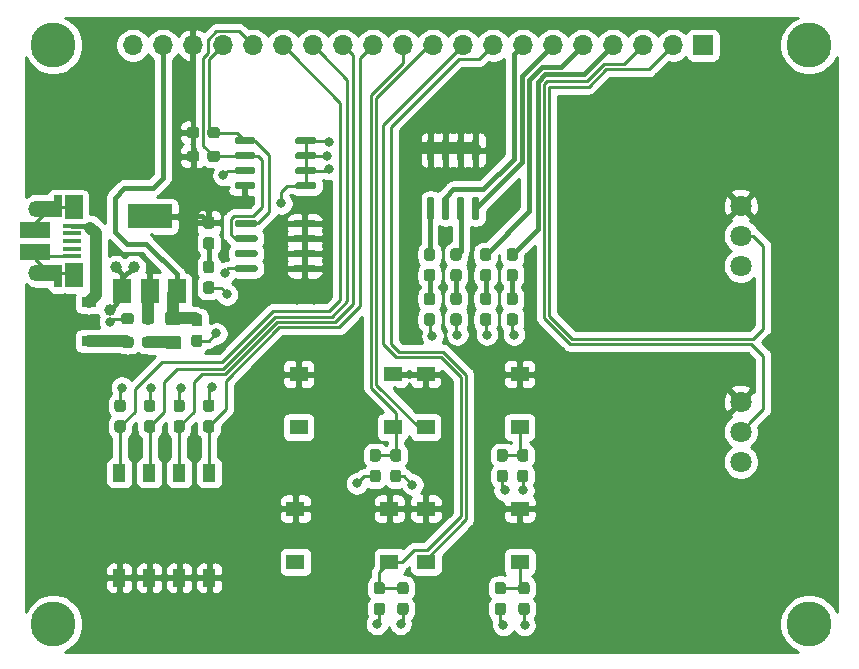
<source format=gbr>
%TF.GenerationSoftware,KiCad,Pcbnew,5.1.6-c6e7f7d~86~ubuntu18.04.1*%
%TF.CreationDate,2020-06-24T13:55:19-04:00*%
%TF.ProjectId,Toastboard,546f6173-7462-46f6-9172-642e6b696361,rev?*%
%TF.SameCoordinates,Original*%
%TF.FileFunction,Copper,L1,Top*%
%TF.FilePolarity,Positive*%
%FSLAX46Y46*%
G04 Gerber Fmt 4.6, Leading zero omitted, Abs format (unit mm)*
G04 Created by KiCad (PCBNEW 5.1.6-c6e7f7d~86~ubuntu18.04.1) date 2020-06-24 13:55:19*
%MOMM*%
%LPD*%
G01*
G04 APERTURE LIST*
%TA.AperFunction,SMDPad,CuDef*%
%ADD10R,1.200000X0.900000*%
%TD*%
%TA.AperFunction,ComponentPad*%
%ADD11R,1.700000X1.700000*%
%TD*%
%TA.AperFunction,ComponentPad*%
%ADD12O,1.700000X1.700000*%
%TD*%
%TA.AperFunction,SMDPad,CuDef*%
%ADD13R,2.500000X1.430000*%
%TD*%
%TA.AperFunction,ComponentPad*%
%ADD14O,1.700000X1.350000*%
%TD*%
%TA.AperFunction,ComponentPad*%
%ADD15O,1.500000X1.100000*%
%TD*%
%TA.AperFunction,SMDPad,CuDef*%
%ADD16R,1.650000X0.400000*%
%TD*%
%TA.AperFunction,SMDPad,CuDef*%
%ADD17R,1.500000X2.000000*%
%TD*%
%TA.AperFunction,SMDPad,CuDef*%
%ADD18R,0.700000X1.825000*%
%TD*%
%TA.AperFunction,SMDPad,CuDef*%
%ADD19R,2.000000X1.350000*%
%TD*%
%TA.AperFunction,ComponentPad*%
%ADD20C,3.800000*%
%TD*%
%TA.AperFunction,ComponentPad*%
%ADD21C,1.800000*%
%TD*%
%TA.AperFunction,SMDPad,CuDef*%
%ADD22R,1.550000X1.300000*%
%TD*%
%TA.AperFunction,SMDPad,CuDef*%
%ADD23R,1.100000X1.500000*%
%TD*%
%TA.AperFunction,SMDPad,CuDef*%
%ADD24R,3.800000X2.000000*%
%TD*%
%TA.AperFunction,ViaPad*%
%ADD25C,0.800000*%
%TD*%
%TA.AperFunction,ViaPad*%
%ADD26C,1.000000*%
%TD*%
%TA.AperFunction,Conductor*%
%ADD27C,0.250000*%
%TD*%
%TA.AperFunction,Conductor*%
%ADD28C,0.400000*%
%TD*%
%TA.AperFunction,Conductor*%
%ADD29C,1.000000*%
%TD*%
%TA.AperFunction,Conductor*%
%ADD30C,0.254000*%
%TD*%
G04 APERTURE END LIST*
D10*
%TO.P,D2,2*%
%TO.N,Net-(D2-Pad2)*%
X66000000Y-70750000D03*
%TO.P,D2,1*%
%TO.N,Net-(D2-Pad1)*%
X66000000Y-74050000D03*
%TD*%
%TO.P,U2,8*%
%TO.N,+3V3*%
%TA.AperFunction,SMDPad,CuDef*%
G36*
G01*
X83300000Y-64245000D02*
X83300000Y-63945000D01*
G75*
G02*
X83450000Y-63795000I150000J0D01*
G01*
X85100000Y-63795000D01*
G75*
G02*
X85250000Y-63945000I0J-150000D01*
G01*
X85250000Y-64245000D01*
G75*
G02*
X85100000Y-64395000I-150000J0D01*
G01*
X83450000Y-64395000D01*
G75*
G02*
X83300000Y-64245000I0J150000D01*
G01*
G37*
%TD.AperFunction*%
%TO.P,U2,7*%
%TA.AperFunction,SMDPad,CuDef*%
G36*
G01*
X83300000Y-65515000D02*
X83300000Y-65215000D01*
G75*
G02*
X83450000Y-65065000I150000J0D01*
G01*
X85100000Y-65065000D01*
G75*
G02*
X85250000Y-65215000I0J-150000D01*
G01*
X85250000Y-65515000D01*
G75*
G02*
X85100000Y-65665000I-150000J0D01*
G01*
X83450000Y-65665000D01*
G75*
G02*
X83300000Y-65515000I0J150000D01*
G01*
G37*
%TD.AperFunction*%
%TO.P,U2,6*%
%TA.AperFunction,SMDPad,CuDef*%
G36*
G01*
X83300000Y-66785000D02*
X83300000Y-66485000D01*
G75*
G02*
X83450000Y-66335000I150000J0D01*
G01*
X85100000Y-66335000D01*
G75*
G02*
X85250000Y-66485000I0J-150000D01*
G01*
X85250000Y-66785000D01*
G75*
G02*
X85100000Y-66935000I-150000J0D01*
G01*
X83450000Y-66935000D01*
G75*
G02*
X83300000Y-66785000I0J150000D01*
G01*
G37*
%TD.AperFunction*%
%TO.P,U2,5*%
%TA.AperFunction,SMDPad,CuDef*%
G36*
G01*
X83300000Y-68055000D02*
X83300000Y-67755000D01*
G75*
G02*
X83450000Y-67605000I150000J0D01*
G01*
X85100000Y-67605000D01*
G75*
G02*
X85250000Y-67755000I0J-150000D01*
G01*
X85250000Y-68055000D01*
G75*
G02*
X85100000Y-68205000I-150000J0D01*
G01*
X83450000Y-68205000D01*
G75*
G02*
X83300000Y-68055000I0J150000D01*
G01*
G37*
%TD.AperFunction*%
%TO.P,U2,4*%
%TO.N,GND*%
%TA.AperFunction,SMDPad,CuDef*%
G36*
G01*
X78350000Y-68055000D02*
X78350000Y-67755000D01*
G75*
G02*
X78500000Y-67605000I150000J0D01*
G01*
X80150000Y-67605000D01*
G75*
G02*
X80300000Y-67755000I0J-150000D01*
G01*
X80300000Y-68055000D01*
G75*
G02*
X80150000Y-68205000I-150000J0D01*
G01*
X78500000Y-68205000D01*
G75*
G02*
X78350000Y-68055000I0J150000D01*
G01*
G37*
%TD.AperFunction*%
%TO.P,U2,3*%
%TO.N,Net-(U2-Pad3)*%
%TA.AperFunction,SMDPad,CuDef*%
G36*
G01*
X78350000Y-66785000D02*
X78350000Y-66485000D01*
G75*
G02*
X78500000Y-66335000I150000J0D01*
G01*
X80150000Y-66335000D01*
G75*
G02*
X80300000Y-66485000I0J-150000D01*
G01*
X80300000Y-66785000D01*
G75*
G02*
X80150000Y-66935000I-150000J0D01*
G01*
X78500000Y-66935000D01*
G75*
G02*
X78350000Y-66785000I0J150000D01*
G01*
G37*
%TD.AperFunction*%
%TO.P,U2,2*%
%TO.N,/SCL*%
%TA.AperFunction,SMDPad,CuDef*%
G36*
G01*
X78350000Y-65515000D02*
X78350000Y-65215000D01*
G75*
G02*
X78500000Y-65065000I150000J0D01*
G01*
X80150000Y-65065000D01*
G75*
G02*
X80300000Y-65215000I0J-150000D01*
G01*
X80300000Y-65515000D01*
G75*
G02*
X80150000Y-65665000I-150000J0D01*
G01*
X78500000Y-65665000D01*
G75*
G02*
X78350000Y-65515000I0J150000D01*
G01*
G37*
%TD.AperFunction*%
%TO.P,U2,1*%
%TO.N,/SDA*%
%TA.AperFunction,SMDPad,CuDef*%
G36*
G01*
X78350000Y-64245000D02*
X78350000Y-63945000D01*
G75*
G02*
X78500000Y-63795000I150000J0D01*
G01*
X80150000Y-63795000D01*
G75*
G02*
X80300000Y-63945000I0J-150000D01*
G01*
X80300000Y-64245000D01*
G75*
G02*
X80150000Y-64395000I-150000J0D01*
G01*
X78500000Y-64395000D01*
G75*
G02*
X78350000Y-64245000I0J150000D01*
G01*
G37*
%TD.AperFunction*%
%TD*%
D11*
%TO.P,J1,1*%
%TO.N,GND*%
X118000000Y-49000000D03*
D12*
%TO.P,J1,2*%
%TO.N,/POT_1*%
X115460000Y-49000000D03*
%TO.P,J1,3*%
%TO.N,/POT_2*%
X112920000Y-49000000D03*
%TO.P,J1,4*%
%TO.N,/LED_0*%
X110380000Y-49000000D03*
%TO.P,J1,5*%
%TO.N,/LED_1*%
X107840000Y-49000000D03*
%TO.P,J1,6*%
%TO.N,/LED_2*%
X105300000Y-49000000D03*
%TO.P,J1,7*%
%TO.N,/LED_3*%
X102760000Y-49000000D03*
%TO.P,J1,8*%
%TO.N,/BTN_0*%
X100220000Y-49000000D03*
%TO.P,J1,9*%
%TO.N,/BTN_1*%
X97680000Y-49000000D03*
%TO.P,J1,10*%
%TO.N,/BTN_2*%
X95140000Y-49000000D03*
%TO.P,J1,11*%
%TO.N,/BTN_3*%
X92600000Y-49000000D03*
%TO.P,J1,12*%
%TO.N,/SW_0*%
X90060000Y-49000000D03*
%TO.P,J1,13*%
%TO.N,/SW_1*%
X87520000Y-49000000D03*
%TO.P,J1,14*%
%TO.N,/SW_2*%
X84980000Y-49000000D03*
%TO.P,J1,15*%
%TO.N,/SW_3*%
X82440000Y-49000000D03*
%TO.P,J1,16*%
%TO.N,/SCL*%
X79900000Y-49000000D03*
%TO.P,J1,17*%
%TO.N,/SDA*%
X77360000Y-49000000D03*
%TO.P,J1,18*%
%TO.N,+3V3*%
X74820000Y-49000000D03*
%TO.P,J1,19*%
%TO.N,+5V*%
X72280000Y-49000000D03*
%TO.P,J1,20*%
%TO.N,GND*%
X69740000Y-49000000D03*
%TD*%
D13*
%TO.P,MICRO,6*%
%TO.N,GND*%
X61465000Y-66535000D03*
X61465000Y-64615000D03*
D14*
X61735000Y-68305000D03*
X61735000Y-62845000D03*
D15*
X64735000Y-67995000D03*
X64735000Y-63155000D03*
D16*
%TO.P,MICRO,5*%
X64615000Y-66875000D03*
%TO.P,MICRO,4*%
%TO.N,Net-(J2-Pad4)*%
X64615000Y-66225000D03*
%TO.P,MICRO,3*%
%TO.N,Net-(J2-Pad3)*%
X64615000Y-65575000D03*
%TO.P,MICRO,2*%
%TO.N,Net-(J2-Pad2)*%
X64615000Y-64925000D03*
%TO.P,MICRO,1*%
%TO.N,Net-(D2-Pad2)*%
X64615000Y-64275000D03*
D17*
%TO.P,MICRO,6*%
%TO.N,GND*%
X64735000Y-68475000D03*
X64715000Y-62725000D03*
D18*
X63415000Y-68575000D03*
X63415000Y-62625000D03*
D19*
X62665000Y-62845000D03*
X62665000Y-68325000D03*
%TD*%
%TO.P,C1,2*%
%TO.N,GND*%
%TA.AperFunction,SMDPad,CuDef*%
G36*
G01*
X74912500Y-73500000D02*
X75387500Y-73500000D01*
G75*
G02*
X75625000Y-73737500I0J-237500D01*
G01*
X75625000Y-74312500D01*
G75*
G02*
X75387500Y-74550000I-237500J0D01*
G01*
X74912500Y-74550000D01*
G75*
G02*
X74675000Y-74312500I0J237500D01*
G01*
X74675000Y-73737500D01*
G75*
G02*
X74912500Y-73500000I237500J0D01*
G01*
G37*
%TD.AperFunction*%
%TO.P,C1,1*%
%TO.N,+5V*%
%TA.AperFunction,SMDPad,CuDef*%
G36*
G01*
X74912500Y-71750000D02*
X75387500Y-71750000D01*
G75*
G02*
X75625000Y-71987500I0J-237500D01*
G01*
X75625000Y-72562500D01*
G75*
G02*
X75387500Y-72800000I-237500J0D01*
G01*
X74912500Y-72800000D01*
G75*
G02*
X74675000Y-72562500I0J237500D01*
G01*
X74675000Y-71987500D01*
G75*
G02*
X74912500Y-71750000I237500J0D01*
G01*
G37*
%TD.AperFunction*%
%TD*%
%TO.P,C2,1*%
%TO.N,+3V3*%
%TA.AperFunction,SMDPad,CuDef*%
G36*
G01*
X71550000Y-71912500D02*
X71550000Y-72387500D01*
G75*
G02*
X71312500Y-72625000I-237500J0D01*
G01*
X70737500Y-72625000D01*
G75*
G02*
X70500000Y-72387500I0J237500D01*
G01*
X70500000Y-71912500D01*
G75*
G02*
X70737500Y-71675000I237500J0D01*
G01*
X71312500Y-71675000D01*
G75*
G02*
X71550000Y-71912500I0J-237500D01*
G01*
G37*
%TD.AperFunction*%
%TO.P,C2,2*%
%TO.N,GND*%
%TA.AperFunction,SMDPad,CuDef*%
G36*
G01*
X69800000Y-71912500D02*
X69800000Y-72387500D01*
G75*
G02*
X69562500Y-72625000I-237500J0D01*
G01*
X68987500Y-72625000D01*
G75*
G02*
X68750000Y-72387500I0J237500D01*
G01*
X68750000Y-71912500D01*
G75*
G02*
X68987500Y-71675000I237500J0D01*
G01*
X69562500Y-71675000D01*
G75*
G02*
X69800000Y-71912500I0J-237500D01*
G01*
G37*
%TD.AperFunction*%
%TD*%
%TO.P,C3,2*%
%TO.N,GND*%
%TA.AperFunction,SMDPad,CuDef*%
G36*
G01*
X102612500Y-96200000D02*
X103087500Y-96200000D01*
G75*
G02*
X103325000Y-96437500I0J-237500D01*
G01*
X103325000Y-97012500D01*
G75*
G02*
X103087500Y-97250000I-237500J0D01*
G01*
X102612500Y-97250000D01*
G75*
G02*
X102375000Y-97012500I0J237500D01*
G01*
X102375000Y-96437500D01*
G75*
G02*
X102612500Y-96200000I237500J0D01*
G01*
G37*
%TD.AperFunction*%
%TO.P,C3,1*%
%TO.N,/BTN_0*%
%TA.AperFunction,SMDPad,CuDef*%
G36*
G01*
X102612500Y-94450000D02*
X103087500Y-94450000D01*
G75*
G02*
X103325000Y-94687500I0J-237500D01*
G01*
X103325000Y-95262500D01*
G75*
G02*
X103087500Y-95500000I-237500J0D01*
G01*
X102612500Y-95500000D01*
G75*
G02*
X102375000Y-95262500I0J237500D01*
G01*
X102375000Y-94687500D01*
G75*
G02*
X102612500Y-94450000I237500J0D01*
G01*
G37*
%TD.AperFunction*%
%TD*%
%TO.P,C4,1*%
%TO.N,/BTN_1*%
%TA.AperFunction,SMDPad,CuDef*%
G36*
G01*
X92362500Y-94450000D02*
X92837500Y-94450000D01*
G75*
G02*
X93075000Y-94687500I0J-237500D01*
G01*
X93075000Y-95262500D01*
G75*
G02*
X92837500Y-95500000I-237500J0D01*
G01*
X92362500Y-95500000D01*
G75*
G02*
X92125000Y-95262500I0J237500D01*
G01*
X92125000Y-94687500D01*
G75*
G02*
X92362500Y-94450000I237500J0D01*
G01*
G37*
%TD.AperFunction*%
%TO.P,C4,2*%
%TO.N,GND*%
%TA.AperFunction,SMDPad,CuDef*%
G36*
G01*
X92362500Y-96200000D02*
X92837500Y-96200000D01*
G75*
G02*
X93075000Y-96437500I0J-237500D01*
G01*
X93075000Y-97012500D01*
G75*
G02*
X92837500Y-97250000I-237500J0D01*
G01*
X92362500Y-97250000D01*
G75*
G02*
X92125000Y-97012500I0J237500D01*
G01*
X92125000Y-96437500D01*
G75*
G02*
X92362500Y-96200000I237500J0D01*
G01*
G37*
%TD.AperFunction*%
%TD*%
%TO.P,C5,1*%
%TO.N,/BTN_2*%
%TA.AperFunction,SMDPad,CuDef*%
G36*
G01*
X102512500Y-83200000D02*
X102987500Y-83200000D01*
G75*
G02*
X103225000Y-83437500I0J-237500D01*
G01*
X103225000Y-84012500D01*
G75*
G02*
X102987500Y-84250000I-237500J0D01*
G01*
X102512500Y-84250000D01*
G75*
G02*
X102275000Y-84012500I0J237500D01*
G01*
X102275000Y-83437500D01*
G75*
G02*
X102512500Y-83200000I237500J0D01*
G01*
G37*
%TD.AperFunction*%
%TO.P,C5,2*%
%TO.N,GND*%
%TA.AperFunction,SMDPad,CuDef*%
G36*
G01*
X102512500Y-84950000D02*
X102987500Y-84950000D01*
G75*
G02*
X103225000Y-85187500I0J-237500D01*
G01*
X103225000Y-85762500D01*
G75*
G02*
X102987500Y-86000000I-237500J0D01*
G01*
X102512500Y-86000000D01*
G75*
G02*
X102275000Y-85762500I0J237500D01*
G01*
X102275000Y-85187500D01*
G75*
G02*
X102512500Y-84950000I237500J0D01*
G01*
G37*
%TD.AperFunction*%
%TD*%
%TO.P,C6,2*%
%TO.N,GND*%
%TA.AperFunction,SMDPad,CuDef*%
G36*
G01*
X91762500Y-84950000D02*
X92237500Y-84950000D01*
G75*
G02*
X92475000Y-85187500I0J-237500D01*
G01*
X92475000Y-85762500D01*
G75*
G02*
X92237500Y-86000000I-237500J0D01*
G01*
X91762500Y-86000000D01*
G75*
G02*
X91525000Y-85762500I0J237500D01*
G01*
X91525000Y-85187500D01*
G75*
G02*
X91762500Y-84950000I237500J0D01*
G01*
G37*
%TD.AperFunction*%
%TO.P,C6,1*%
%TO.N,/BTN_3*%
%TA.AperFunction,SMDPad,CuDef*%
G36*
G01*
X91762500Y-83200000D02*
X92237500Y-83200000D01*
G75*
G02*
X92475000Y-83437500I0J-237500D01*
G01*
X92475000Y-84012500D01*
G75*
G02*
X92237500Y-84250000I-237500J0D01*
G01*
X91762500Y-84250000D01*
G75*
G02*
X91525000Y-84012500I0J237500D01*
G01*
X91525000Y-83437500D01*
G75*
G02*
X91762500Y-83200000I237500J0D01*
G01*
G37*
%TD.AperFunction*%
%TD*%
%TO.P,D1,1*%
%TO.N,Net-(D1-Pad1)*%
%TA.AperFunction,SMDPad,CuDef*%
G36*
G01*
X95087500Y-69000000D02*
X94612500Y-69000000D01*
G75*
G02*
X94375000Y-68762500I0J237500D01*
G01*
X94375000Y-68187500D01*
G75*
G02*
X94612500Y-67950000I237500J0D01*
G01*
X95087500Y-67950000D01*
G75*
G02*
X95325000Y-68187500I0J-237500D01*
G01*
X95325000Y-68762500D01*
G75*
G02*
X95087500Y-69000000I-237500J0D01*
G01*
G37*
%TD.AperFunction*%
%TO.P,D1,2*%
%TO.N,Net-(D1-Pad2)*%
%TA.AperFunction,SMDPad,CuDef*%
G36*
G01*
X95087500Y-67250000D02*
X94612500Y-67250000D01*
G75*
G02*
X94375000Y-67012500I0J237500D01*
G01*
X94375000Y-66437500D01*
G75*
G02*
X94612500Y-66200000I237500J0D01*
G01*
X95087500Y-66200000D01*
G75*
G02*
X95325000Y-66437500I0J-237500D01*
G01*
X95325000Y-67012500D01*
G75*
G02*
X95087500Y-67250000I-237500J0D01*
G01*
G37*
%TD.AperFunction*%
%TD*%
%TO.P,D3,1*%
%TO.N,Net-(D3-Pad1)*%
%TA.AperFunction,SMDPad,CuDef*%
G36*
G01*
X97337500Y-69000000D02*
X96862500Y-69000000D01*
G75*
G02*
X96625000Y-68762500I0J237500D01*
G01*
X96625000Y-68187500D01*
G75*
G02*
X96862500Y-67950000I237500J0D01*
G01*
X97337500Y-67950000D01*
G75*
G02*
X97575000Y-68187500I0J-237500D01*
G01*
X97575000Y-68762500D01*
G75*
G02*
X97337500Y-69000000I-237500J0D01*
G01*
G37*
%TD.AperFunction*%
%TO.P,D3,2*%
%TO.N,Net-(D3-Pad2)*%
%TA.AperFunction,SMDPad,CuDef*%
G36*
G01*
X97337500Y-67250000D02*
X96862500Y-67250000D01*
G75*
G02*
X96625000Y-67012500I0J237500D01*
G01*
X96625000Y-66437500D01*
G75*
G02*
X96862500Y-66200000I237500J0D01*
G01*
X97337500Y-66200000D01*
G75*
G02*
X97575000Y-66437500I0J-237500D01*
G01*
X97575000Y-67012500D01*
G75*
G02*
X97337500Y-67250000I-237500J0D01*
G01*
G37*
%TD.AperFunction*%
%TD*%
%TO.P,D4,1*%
%TO.N,Net-(D4-Pad1)*%
%TA.AperFunction,SMDPad,CuDef*%
G36*
G01*
X99837500Y-69000000D02*
X99362500Y-69000000D01*
G75*
G02*
X99125000Y-68762500I0J237500D01*
G01*
X99125000Y-68187500D01*
G75*
G02*
X99362500Y-67950000I237500J0D01*
G01*
X99837500Y-67950000D01*
G75*
G02*
X100075000Y-68187500I0J-237500D01*
G01*
X100075000Y-68762500D01*
G75*
G02*
X99837500Y-69000000I-237500J0D01*
G01*
G37*
%TD.AperFunction*%
%TO.P,D4,2*%
%TO.N,/LED_1*%
%TA.AperFunction,SMDPad,CuDef*%
G36*
G01*
X99837500Y-67250000D02*
X99362500Y-67250000D01*
G75*
G02*
X99125000Y-67012500I0J237500D01*
G01*
X99125000Y-66437500D01*
G75*
G02*
X99362500Y-66200000I237500J0D01*
G01*
X99837500Y-66200000D01*
G75*
G02*
X100075000Y-66437500I0J-237500D01*
G01*
X100075000Y-67012500D01*
G75*
G02*
X99837500Y-67250000I-237500J0D01*
G01*
G37*
%TD.AperFunction*%
%TD*%
%TO.P,D5,2*%
%TO.N,/LED_0*%
%TA.AperFunction,SMDPad,CuDef*%
G36*
G01*
X102087500Y-67250000D02*
X101612500Y-67250000D01*
G75*
G02*
X101375000Y-67012500I0J237500D01*
G01*
X101375000Y-66437500D01*
G75*
G02*
X101612500Y-66200000I237500J0D01*
G01*
X102087500Y-66200000D01*
G75*
G02*
X102325000Y-66437500I0J-237500D01*
G01*
X102325000Y-67012500D01*
G75*
G02*
X102087500Y-67250000I-237500J0D01*
G01*
G37*
%TD.AperFunction*%
%TO.P,D5,1*%
%TO.N,Net-(D5-Pad1)*%
%TA.AperFunction,SMDPad,CuDef*%
G36*
G01*
X102087500Y-69000000D02*
X101612500Y-69000000D01*
G75*
G02*
X101375000Y-68762500I0J237500D01*
G01*
X101375000Y-68187500D01*
G75*
G02*
X101612500Y-67950000I237500J0D01*
G01*
X102087500Y-67950000D01*
G75*
G02*
X102325000Y-68187500I0J-237500D01*
G01*
X102325000Y-68762500D01*
G75*
G02*
X102087500Y-69000000I-237500J0D01*
G01*
G37*
%TD.AperFunction*%
%TD*%
%TO.P,D6,2*%
%TO.N,+3V3*%
%TA.AperFunction,SMDPad,CuDef*%
G36*
G01*
X76387500Y-64550000D02*
X75912500Y-64550000D01*
G75*
G02*
X75675000Y-64312500I0J237500D01*
G01*
X75675000Y-63737500D01*
G75*
G02*
X75912500Y-63500000I237500J0D01*
G01*
X76387500Y-63500000D01*
G75*
G02*
X76625000Y-63737500I0J-237500D01*
G01*
X76625000Y-64312500D01*
G75*
G02*
X76387500Y-64550000I-237500J0D01*
G01*
G37*
%TD.AperFunction*%
%TO.P,D6,1*%
%TO.N,Net-(D6-Pad1)*%
%TA.AperFunction,SMDPad,CuDef*%
G36*
G01*
X76387500Y-66300000D02*
X75912500Y-66300000D01*
G75*
G02*
X75675000Y-66062500I0J237500D01*
G01*
X75675000Y-65487500D01*
G75*
G02*
X75912500Y-65250000I237500J0D01*
G01*
X76387500Y-65250000D01*
G75*
G02*
X76625000Y-65487500I0J-237500D01*
G01*
X76625000Y-66062500D01*
G75*
G02*
X76387500Y-66300000I-237500J0D01*
G01*
G37*
%TD.AperFunction*%
%TD*%
%TO.P,F1,1*%
%TO.N,Net-(F1-Pad1)*%
%TA.AperFunction,SMDPad,CuDef*%
G36*
G01*
X71550000Y-73912500D02*
X71550000Y-74387500D01*
G75*
G02*
X71312500Y-74625000I-237500J0D01*
G01*
X70737500Y-74625000D01*
G75*
G02*
X70500000Y-74387500I0J237500D01*
G01*
X70500000Y-73912500D01*
G75*
G02*
X70737500Y-73675000I237500J0D01*
G01*
X71312500Y-73675000D01*
G75*
G02*
X71550000Y-73912500I0J-237500D01*
G01*
G37*
%TD.AperFunction*%
%TO.P,F1,2*%
%TO.N,Net-(D2-Pad1)*%
%TA.AperFunction,SMDPad,CuDef*%
G36*
G01*
X69800000Y-73912500D02*
X69800000Y-74387500D01*
G75*
G02*
X69562500Y-74625000I-237500J0D01*
G01*
X68987500Y-74625000D01*
G75*
G02*
X68750000Y-74387500I0J237500D01*
G01*
X68750000Y-73912500D01*
G75*
G02*
X68987500Y-73675000I237500J0D01*
G01*
X69562500Y-73675000D01*
G75*
G02*
X69800000Y-73912500I0J-237500D01*
G01*
G37*
%TD.AperFunction*%
%TD*%
%TO.P,FB1,1*%
%TO.N,+5V*%
%TA.AperFunction,SMDPad,CuDef*%
G36*
G01*
X72699999Y-71550000D02*
X73600001Y-71550000D01*
G75*
G02*
X73850000Y-71799999I0J-249999D01*
G01*
X73850000Y-72450001D01*
G75*
G02*
X73600001Y-72700000I-249999J0D01*
G01*
X72699999Y-72700000D01*
G75*
G02*
X72450000Y-72450001I0J249999D01*
G01*
X72450000Y-71799999D01*
G75*
G02*
X72699999Y-71550000I249999J0D01*
G01*
G37*
%TD.AperFunction*%
%TO.P,FB1,2*%
%TO.N,Net-(F1-Pad1)*%
%TA.AperFunction,SMDPad,CuDef*%
G36*
G01*
X72699999Y-73600000D02*
X73600001Y-73600000D01*
G75*
G02*
X73850000Y-73849999I0J-249999D01*
G01*
X73850000Y-74500001D01*
G75*
G02*
X73600001Y-74750000I-249999J0D01*
G01*
X72699999Y-74750000D01*
G75*
G02*
X72450000Y-74500001I0J249999D01*
G01*
X72450000Y-73849999D01*
G75*
G02*
X72699999Y-73600000I249999J0D01*
G01*
G37*
%TD.AperFunction*%
%TD*%
D20*
%TO.P,H1,1*%
%TO.N,GND*%
X63000000Y-49000000D03*
%TD*%
%TO.P,H2,1*%
%TO.N,GND*%
X127000000Y-98000000D03*
%TD*%
%TO.P,H3,1*%
%TO.N,GND*%
X127000000Y-49000000D03*
%TD*%
%TO.P,H4,1*%
%TO.N,GND*%
X63000000Y-98000000D03*
%TD*%
%TO.P,Q1,1*%
%TO.N,Net-(D1-Pad2)*%
%TA.AperFunction,SMDPad,CuDef*%
G36*
G01*
X95095000Y-63800000D02*
X94795000Y-63800000D01*
G75*
G02*
X94645000Y-63650000I0J150000D01*
G01*
X94645000Y-62000000D01*
G75*
G02*
X94795000Y-61850000I150000J0D01*
G01*
X95095000Y-61850000D01*
G75*
G02*
X95245000Y-62000000I0J-150000D01*
G01*
X95245000Y-63650000D01*
G75*
G02*
X95095000Y-63800000I-150000J0D01*
G01*
G37*
%TD.AperFunction*%
%TO.P,Q1,2*%
%TO.N,/LED_3*%
%TA.AperFunction,SMDPad,CuDef*%
G36*
G01*
X96365000Y-63800000D02*
X96065000Y-63800000D01*
G75*
G02*
X95915000Y-63650000I0J150000D01*
G01*
X95915000Y-62000000D01*
G75*
G02*
X96065000Y-61850000I150000J0D01*
G01*
X96365000Y-61850000D01*
G75*
G02*
X96515000Y-62000000I0J-150000D01*
G01*
X96515000Y-63650000D01*
G75*
G02*
X96365000Y-63800000I-150000J0D01*
G01*
G37*
%TD.AperFunction*%
%TO.P,Q1,3*%
%TO.N,Net-(D3-Pad2)*%
%TA.AperFunction,SMDPad,CuDef*%
G36*
G01*
X97635000Y-63800000D02*
X97335000Y-63800000D01*
G75*
G02*
X97185000Y-63650000I0J150000D01*
G01*
X97185000Y-62000000D01*
G75*
G02*
X97335000Y-61850000I150000J0D01*
G01*
X97635000Y-61850000D01*
G75*
G02*
X97785000Y-62000000I0J-150000D01*
G01*
X97785000Y-63650000D01*
G75*
G02*
X97635000Y-63800000I-150000J0D01*
G01*
G37*
%TD.AperFunction*%
%TO.P,Q1,4*%
%TO.N,/LED_2*%
%TA.AperFunction,SMDPad,CuDef*%
G36*
G01*
X98905000Y-63800000D02*
X98605000Y-63800000D01*
G75*
G02*
X98455000Y-63650000I0J150000D01*
G01*
X98455000Y-62000000D01*
G75*
G02*
X98605000Y-61850000I150000J0D01*
G01*
X98905000Y-61850000D01*
G75*
G02*
X99055000Y-62000000I0J-150000D01*
G01*
X99055000Y-63650000D01*
G75*
G02*
X98905000Y-63800000I-150000J0D01*
G01*
G37*
%TD.AperFunction*%
%TO.P,Q1,5*%
%TO.N,+3V3*%
%TA.AperFunction,SMDPad,CuDef*%
G36*
G01*
X98905000Y-58850000D02*
X98605000Y-58850000D01*
G75*
G02*
X98455000Y-58700000I0J150000D01*
G01*
X98455000Y-57050000D01*
G75*
G02*
X98605000Y-56900000I150000J0D01*
G01*
X98905000Y-56900000D01*
G75*
G02*
X99055000Y-57050000I0J-150000D01*
G01*
X99055000Y-58700000D01*
G75*
G02*
X98905000Y-58850000I-150000J0D01*
G01*
G37*
%TD.AperFunction*%
%TO.P,Q1,6*%
%TA.AperFunction,SMDPad,CuDef*%
G36*
G01*
X97635000Y-58850000D02*
X97335000Y-58850000D01*
G75*
G02*
X97185000Y-58700000I0J150000D01*
G01*
X97185000Y-57050000D01*
G75*
G02*
X97335000Y-56900000I150000J0D01*
G01*
X97635000Y-56900000D01*
G75*
G02*
X97785000Y-57050000I0J-150000D01*
G01*
X97785000Y-58700000D01*
G75*
G02*
X97635000Y-58850000I-150000J0D01*
G01*
G37*
%TD.AperFunction*%
%TO.P,Q1,7*%
%TA.AperFunction,SMDPad,CuDef*%
G36*
G01*
X96365000Y-58850000D02*
X96065000Y-58850000D01*
G75*
G02*
X95915000Y-58700000I0J150000D01*
G01*
X95915000Y-57050000D01*
G75*
G02*
X96065000Y-56900000I150000J0D01*
G01*
X96365000Y-56900000D01*
G75*
G02*
X96515000Y-57050000I0J-150000D01*
G01*
X96515000Y-58700000D01*
G75*
G02*
X96365000Y-58850000I-150000J0D01*
G01*
G37*
%TD.AperFunction*%
%TO.P,Q1,8*%
%TA.AperFunction,SMDPad,CuDef*%
G36*
G01*
X95095000Y-58850000D02*
X94795000Y-58850000D01*
G75*
G02*
X94645000Y-58700000I0J150000D01*
G01*
X94645000Y-57050000D01*
G75*
G02*
X94795000Y-56900000I150000J0D01*
G01*
X95095000Y-56900000D01*
G75*
G02*
X95245000Y-57050000I0J-150000D01*
G01*
X95245000Y-58700000D01*
G75*
G02*
X95095000Y-58850000I-150000J0D01*
G01*
G37*
%TD.AperFunction*%
%TD*%
%TO.P,R1,1*%
%TO.N,Net-(D1-Pad1)*%
%TA.AperFunction,SMDPad,CuDef*%
G36*
G01*
X94612500Y-69950000D02*
X95087500Y-69950000D01*
G75*
G02*
X95325000Y-70187500I0J-237500D01*
G01*
X95325000Y-70762500D01*
G75*
G02*
X95087500Y-71000000I-237500J0D01*
G01*
X94612500Y-71000000D01*
G75*
G02*
X94375000Y-70762500I0J237500D01*
G01*
X94375000Y-70187500D01*
G75*
G02*
X94612500Y-69950000I237500J0D01*
G01*
G37*
%TD.AperFunction*%
%TO.P,R1,2*%
%TO.N,GND*%
%TA.AperFunction,SMDPad,CuDef*%
G36*
G01*
X94612500Y-71700000D02*
X95087500Y-71700000D01*
G75*
G02*
X95325000Y-71937500I0J-237500D01*
G01*
X95325000Y-72512500D01*
G75*
G02*
X95087500Y-72750000I-237500J0D01*
G01*
X94612500Y-72750000D01*
G75*
G02*
X94375000Y-72512500I0J237500D01*
G01*
X94375000Y-71937500D01*
G75*
G02*
X94612500Y-71700000I237500J0D01*
G01*
G37*
%TD.AperFunction*%
%TD*%
%TO.P,R2,1*%
%TO.N,Net-(D3-Pad1)*%
%TA.AperFunction,SMDPad,CuDef*%
G36*
G01*
X96862500Y-69950000D02*
X97337500Y-69950000D01*
G75*
G02*
X97575000Y-70187500I0J-237500D01*
G01*
X97575000Y-70762500D01*
G75*
G02*
X97337500Y-71000000I-237500J0D01*
G01*
X96862500Y-71000000D01*
G75*
G02*
X96625000Y-70762500I0J237500D01*
G01*
X96625000Y-70187500D01*
G75*
G02*
X96862500Y-69950000I237500J0D01*
G01*
G37*
%TD.AperFunction*%
%TO.P,R2,2*%
%TO.N,GND*%
%TA.AperFunction,SMDPad,CuDef*%
G36*
G01*
X96862500Y-71700000D02*
X97337500Y-71700000D01*
G75*
G02*
X97575000Y-71937500I0J-237500D01*
G01*
X97575000Y-72512500D01*
G75*
G02*
X97337500Y-72750000I-237500J0D01*
G01*
X96862500Y-72750000D01*
G75*
G02*
X96625000Y-72512500I0J237500D01*
G01*
X96625000Y-71937500D01*
G75*
G02*
X96862500Y-71700000I237500J0D01*
G01*
G37*
%TD.AperFunction*%
%TD*%
%TO.P,R3,1*%
%TO.N,Net-(D4-Pad1)*%
%TA.AperFunction,SMDPad,CuDef*%
G36*
G01*
X99362500Y-69950000D02*
X99837500Y-69950000D01*
G75*
G02*
X100075000Y-70187500I0J-237500D01*
G01*
X100075000Y-70762500D01*
G75*
G02*
X99837500Y-71000000I-237500J0D01*
G01*
X99362500Y-71000000D01*
G75*
G02*
X99125000Y-70762500I0J237500D01*
G01*
X99125000Y-70187500D01*
G75*
G02*
X99362500Y-69950000I237500J0D01*
G01*
G37*
%TD.AperFunction*%
%TO.P,R3,2*%
%TO.N,GND*%
%TA.AperFunction,SMDPad,CuDef*%
G36*
G01*
X99362500Y-71700000D02*
X99837500Y-71700000D01*
G75*
G02*
X100075000Y-71937500I0J-237500D01*
G01*
X100075000Y-72512500D01*
G75*
G02*
X99837500Y-72750000I-237500J0D01*
G01*
X99362500Y-72750000D01*
G75*
G02*
X99125000Y-72512500I0J237500D01*
G01*
X99125000Y-71937500D01*
G75*
G02*
X99362500Y-71700000I237500J0D01*
G01*
G37*
%TD.AperFunction*%
%TD*%
%TO.P,R4,2*%
%TO.N,GND*%
%TA.AperFunction,SMDPad,CuDef*%
G36*
G01*
X101607499Y-71700000D02*
X102082499Y-71700000D01*
G75*
G02*
X102319999Y-71937500I0J-237500D01*
G01*
X102319999Y-72512500D01*
G75*
G02*
X102082499Y-72750000I-237500J0D01*
G01*
X101607499Y-72750000D01*
G75*
G02*
X101369999Y-72512500I0J237500D01*
G01*
X101369999Y-71937500D01*
G75*
G02*
X101607499Y-71700000I237500J0D01*
G01*
G37*
%TD.AperFunction*%
%TO.P,R4,1*%
%TO.N,Net-(D5-Pad1)*%
%TA.AperFunction,SMDPad,CuDef*%
G36*
G01*
X101607499Y-69950000D02*
X102082499Y-69950000D01*
G75*
G02*
X102319999Y-70187500I0J-237500D01*
G01*
X102319999Y-70762500D01*
G75*
G02*
X102082499Y-71000000I-237500J0D01*
G01*
X101607499Y-71000000D01*
G75*
G02*
X101369999Y-70762500I0J237500D01*
G01*
X101369999Y-70187500D01*
G75*
G02*
X101607499Y-69950000I237500J0D01*
G01*
G37*
%TD.AperFunction*%
%TD*%
%TO.P,R5,1*%
%TO.N,+3V3*%
%TA.AperFunction,SMDPad,CuDef*%
G36*
G01*
X74300000Y-58637500D02*
X74300000Y-58162500D01*
G75*
G02*
X74537500Y-57925000I237500J0D01*
G01*
X75112500Y-57925000D01*
G75*
G02*
X75350000Y-58162500I0J-237500D01*
G01*
X75350000Y-58637500D01*
G75*
G02*
X75112500Y-58875000I-237500J0D01*
G01*
X74537500Y-58875000D01*
G75*
G02*
X74300000Y-58637500I0J237500D01*
G01*
G37*
%TD.AperFunction*%
%TO.P,R5,2*%
%TO.N,/SCL*%
%TA.AperFunction,SMDPad,CuDef*%
G36*
G01*
X76050000Y-58637500D02*
X76050000Y-58162500D01*
G75*
G02*
X76287500Y-57925000I237500J0D01*
G01*
X76862500Y-57925000D01*
G75*
G02*
X77100000Y-58162500I0J-237500D01*
G01*
X77100000Y-58637500D01*
G75*
G02*
X76862500Y-58875000I-237500J0D01*
G01*
X76287500Y-58875000D01*
G75*
G02*
X76050000Y-58637500I0J237500D01*
G01*
G37*
%TD.AperFunction*%
%TD*%
%TO.P,R6,2*%
%TO.N,/SDA*%
%TA.AperFunction,SMDPad,CuDef*%
G36*
G01*
X76050000Y-56637500D02*
X76050000Y-56162500D01*
G75*
G02*
X76287500Y-55925000I237500J0D01*
G01*
X76862500Y-55925000D01*
G75*
G02*
X77100000Y-56162500I0J-237500D01*
G01*
X77100000Y-56637500D01*
G75*
G02*
X76862500Y-56875000I-237500J0D01*
G01*
X76287500Y-56875000D01*
G75*
G02*
X76050000Y-56637500I0J237500D01*
G01*
G37*
%TD.AperFunction*%
%TO.P,R6,1*%
%TO.N,+3V3*%
%TA.AperFunction,SMDPad,CuDef*%
G36*
G01*
X74300000Y-56637500D02*
X74300000Y-56162500D01*
G75*
G02*
X74537500Y-55925000I237500J0D01*
G01*
X75112500Y-55925000D01*
G75*
G02*
X75350000Y-56162500I0J-237500D01*
G01*
X75350000Y-56637500D01*
G75*
G02*
X75112500Y-56875000I-237500J0D01*
G01*
X74537500Y-56875000D01*
G75*
G02*
X74300000Y-56637500I0J237500D01*
G01*
G37*
%TD.AperFunction*%
%TD*%
%TO.P,R7,1*%
%TO.N,Net-(D6-Pad1)*%
%TA.AperFunction,SMDPad,CuDef*%
G36*
G01*
X75912500Y-67250000D02*
X76387500Y-67250000D01*
G75*
G02*
X76625000Y-67487500I0J-237500D01*
G01*
X76625000Y-68062500D01*
G75*
G02*
X76387500Y-68300000I-237500J0D01*
G01*
X75912500Y-68300000D01*
G75*
G02*
X75675000Y-68062500I0J237500D01*
G01*
X75675000Y-67487500D01*
G75*
G02*
X75912500Y-67250000I237500J0D01*
G01*
G37*
%TD.AperFunction*%
%TO.P,R7,2*%
%TO.N,GND*%
%TA.AperFunction,SMDPad,CuDef*%
G36*
G01*
X75912500Y-69000000D02*
X76387500Y-69000000D01*
G75*
G02*
X76625000Y-69237500I0J-237500D01*
G01*
X76625000Y-69812500D01*
G75*
G02*
X76387500Y-70050000I-237500J0D01*
G01*
X75912500Y-70050000D01*
G75*
G02*
X75675000Y-69812500I0J237500D01*
G01*
X75675000Y-69237500D01*
G75*
G02*
X75912500Y-69000000I237500J0D01*
G01*
G37*
%TD.AperFunction*%
%TD*%
%TO.P,R8,2*%
%TO.N,GND*%
%TA.AperFunction,SMDPad,CuDef*%
G36*
G01*
X100612500Y-96200000D02*
X101087500Y-96200000D01*
G75*
G02*
X101325000Y-96437500I0J-237500D01*
G01*
X101325000Y-97012500D01*
G75*
G02*
X101087500Y-97250000I-237500J0D01*
G01*
X100612500Y-97250000D01*
G75*
G02*
X100375000Y-97012500I0J237500D01*
G01*
X100375000Y-96437500D01*
G75*
G02*
X100612500Y-96200000I237500J0D01*
G01*
G37*
%TD.AperFunction*%
%TO.P,R8,1*%
%TO.N,/BTN_0*%
%TA.AperFunction,SMDPad,CuDef*%
G36*
G01*
X100612500Y-94450000D02*
X101087500Y-94450000D01*
G75*
G02*
X101325000Y-94687500I0J-237500D01*
G01*
X101325000Y-95262500D01*
G75*
G02*
X101087500Y-95500000I-237500J0D01*
G01*
X100612500Y-95500000D01*
G75*
G02*
X100375000Y-95262500I0J237500D01*
G01*
X100375000Y-94687500D01*
G75*
G02*
X100612500Y-94450000I237500J0D01*
G01*
G37*
%TD.AperFunction*%
%TD*%
%TO.P,R9,1*%
%TO.N,/BTN_1*%
%TA.AperFunction,SMDPad,CuDef*%
G36*
G01*
X90362500Y-94450000D02*
X90837500Y-94450000D01*
G75*
G02*
X91075000Y-94687500I0J-237500D01*
G01*
X91075000Y-95262500D01*
G75*
G02*
X90837500Y-95500000I-237500J0D01*
G01*
X90362500Y-95500000D01*
G75*
G02*
X90125000Y-95262500I0J237500D01*
G01*
X90125000Y-94687500D01*
G75*
G02*
X90362500Y-94450000I237500J0D01*
G01*
G37*
%TD.AperFunction*%
%TO.P,R9,2*%
%TO.N,GND*%
%TA.AperFunction,SMDPad,CuDef*%
G36*
G01*
X90362500Y-96200000D02*
X90837500Y-96200000D01*
G75*
G02*
X91075000Y-96437500I0J-237500D01*
G01*
X91075000Y-97012500D01*
G75*
G02*
X90837500Y-97250000I-237500J0D01*
G01*
X90362500Y-97250000D01*
G75*
G02*
X90125000Y-97012500I0J237500D01*
G01*
X90125000Y-96437500D01*
G75*
G02*
X90362500Y-96200000I237500J0D01*
G01*
G37*
%TD.AperFunction*%
%TD*%
%TO.P,R10,2*%
%TO.N,GND*%
%TA.AperFunction,SMDPad,CuDef*%
G36*
G01*
X100762500Y-84950000D02*
X101237500Y-84950000D01*
G75*
G02*
X101475000Y-85187500I0J-237500D01*
G01*
X101475000Y-85762500D01*
G75*
G02*
X101237500Y-86000000I-237500J0D01*
G01*
X100762500Y-86000000D01*
G75*
G02*
X100525000Y-85762500I0J237500D01*
G01*
X100525000Y-85187500D01*
G75*
G02*
X100762500Y-84950000I237500J0D01*
G01*
G37*
%TD.AperFunction*%
%TO.P,R10,1*%
%TO.N,/BTN_2*%
%TA.AperFunction,SMDPad,CuDef*%
G36*
G01*
X100762500Y-83200000D02*
X101237500Y-83200000D01*
G75*
G02*
X101475000Y-83437500I0J-237500D01*
G01*
X101475000Y-84012500D01*
G75*
G02*
X101237500Y-84250000I-237500J0D01*
G01*
X100762500Y-84250000D01*
G75*
G02*
X100525000Y-84012500I0J237500D01*
G01*
X100525000Y-83437500D01*
G75*
G02*
X100762500Y-83200000I237500J0D01*
G01*
G37*
%TD.AperFunction*%
%TD*%
%TO.P,R11,2*%
%TO.N,GND*%
%TA.AperFunction,SMDPad,CuDef*%
G36*
G01*
X76387500Y-80050000D02*
X75912500Y-80050000D01*
G75*
G02*
X75675000Y-79812500I0J237500D01*
G01*
X75675000Y-79237500D01*
G75*
G02*
X75912500Y-79000000I237500J0D01*
G01*
X76387500Y-79000000D01*
G75*
G02*
X76625000Y-79237500I0J-237500D01*
G01*
X76625000Y-79812500D01*
G75*
G02*
X76387500Y-80050000I-237500J0D01*
G01*
G37*
%TD.AperFunction*%
%TO.P,R11,1*%
%TO.N,/SW_0*%
%TA.AperFunction,SMDPad,CuDef*%
G36*
G01*
X76387500Y-81800000D02*
X75912500Y-81800000D01*
G75*
G02*
X75675000Y-81562500I0J237500D01*
G01*
X75675000Y-80987500D01*
G75*
G02*
X75912500Y-80750000I237500J0D01*
G01*
X76387500Y-80750000D01*
G75*
G02*
X76625000Y-80987500I0J-237500D01*
G01*
X76625000Y-81562500D01*
G75*
G02*
X76387500Y-81800000I-237500J0D01*
G01*
G37*
%TD.AperFunction*%
%TD*%
%TO.P,R12,2*%
%TO.N,GND*%
%TA.AperFunction,SMDPad,CuDef*%
G36*
G01*
X73887500Y-80050000D02*
X73412500Y-80050000D01*
G75*
G02*
X73175000Y-79812500I0J237500D01*
G01*
X73175000Y-79237500D01*
G75*
G02*
X73412500Y-79000000I237500J0D01*
G01*
X73887500Y-79000000D01*
G75*
G02*
X74125000Y-79237500I0J-237500D01*
G01*
X74125000Y-79812500D01*
G75*
G02*
X73887500Y-80050000I-237500J0D01*
G01*
G37*
%TD.AperFunction*%
%TO.P,R12,1*%
%TO.N,/SW_1*%
%TA.AperFunction,SMDPad,CuDef*%
G36*
G01*
X73887500Y-81800000D02*
X73412500Y-81800000D01*
G75*
G02*
X73175000Y-81562500I0J237500D01*
G01*
X73175000Y-80987500D01*
G75*
G02*
X73412500Y-80750000I237500J0D01*
G01*
X73887500Y-80750000D01*
G75*
G02*
X74125000Y-80987500I0J-237500D01*
G01*
X74125000Y-81562500D01*
G75*
G02*
X73887500Y-81800000I-237500J0D01*
G01*
G37*
%TD.AperFunction*%
%TD*%
%TO.P,R13,1*%
%TO.N,/SW_2*%
%TA.AperFunction,SMDPad,CuDef*%
G36*
G01*
X71387500Y-81800000D02*
X70912500Y-81800000D01*
G75*
G02*
X70675000Y-81562500I0J237500D01*
G01*
X70675000Y-80987500D01*
G75*
G02*
X70912500Y-80750000I237500J0D01*
G01*
X71387500Y-80750000D01*
G75*
G02*
X71625000Y-80987500I0J-237500D01*
G01*
X71625000Y-81562500D01*
G75*
G02*
X71387500Y-81800000I-237500J0D01*
G01*
G37*
%TD.AperFunction*%
%TO.P,R13,2*%
%TO.N,GND*%
%TA.AperFunction,SMDPad,CuDef*%
G36*
G01*
X71387500Y-80050000D02*
X70912500Y-80050000D01*
G75*
G02*
X70675000Y-79812500I0J237500D01*
G01*
X70675000Y-79237500D01*
G75*
G02*
X70912500Y-79000000I237500J0D01*
G01*
X71387500Y-79000000D01*
G75*
G02*
X71625000Y-79237500I0J-237500D01*
G01*
X71625000Y-79812500D01*
G75*
G02*
X71387500Y-80050000I-237500J0D01*
G01*
G37*
%TD.AperFunction*%
%TD*%
%TO.P,R14,1*%
%TO.N,/BTN_3*%
%TA.AperFunction,SMDPad,CuDef*%
G36*
G01*
X90012500Y-83200000D02*
X90487500Y-83200000D01*
G75*
G02*
X90725000Y-83437500I0J-237500D01*
G01*
X90725000Y-84012500D01*
G75*
G02*
X90487500Y-84250000I-237500J0D01*
G01*
X90012500Y-84250000D01*
G75*
G02*
X89775000Y-84012500I0J237500D01*
G01*
X89775000Y-83437500D01*
G75*
G02*
X90012500Y-83200000I237500J0D01*
G01*
G37*
%TD.AperFunction*%
%TO.P,R14,2*%
%TO.N,GND*%
%TA.AperFunction,SMDPad,CuDef*%
G36*
G01*
X90012500Y-84950000D02*
X90487500Y-84950000D01*
G75*
G02*
X90725000Y-85187500I0J-237500D01*
G01*
X90725000Y-85762500D01*
G75*
G02*
X90487500Y-86000000I-237500J0D01*
G01*
X90012500Y-86000000D01*
G75*
G02*
X89775000Y-85762500I0J237500D01*
G01*
X89775000Y-85187500D01*
G75*
G02*
X90012500Y-84950000I237500J0D01*
G01*
G37*
%TD.AperFunction*%
%TD*%
%TO.P,R15,2*%
%TO.N,GND*%
%TA.AperFunction,SMDPad,CuDef*%
G36*
G01*
X68887500Y-80050000D02*
X68412500Y-80050000D01*
G75*
G02*
X68175000Y-79812500I0J237500D01*
G01*
X68175000Y-79237500D01*
G75*
G02*
X68412500Y-79000000I237500J0D01*
G01*
X68887500Y-79000000D01*
G75*
G02*
X69125000Y-79237500I0J-237500D01*
G01*
X69125000Y-79812500D01*
G75*
G02*
X68887500Y-80050000I-237500J0D01*
G01*
G37*
%TD.AperFunction*%
%TO.P,R15,1*%
%TO.N,/SW_3*%
%TA.AperFunction,SMDPad,CuDef*%
G36*
G01*
X68887500Y-81800000D02*
X68412500Y-81800000D01*
G75*
G02*
X68175000Y-81562500I0J237500D01*
G01*
X68175000Y-80987500D01*
G75*
G02*
X68412500Y-80750000I237500J0D01*
G01*
X68887500Y-80750000D01*
G75*
G02*
X69125000Y-80987500I0J-237500D01*
G01*
X69125000Y-81562500D01*
G75*
G02*
X68887500Y-81800000I-237500J0D01*
G01*
G37*
%TD.AperFunction*%
%TD*%
D21*
%TO.P,RV1,1*%
%TO.N,+3V3*%
X121200000Y-62600000D03*
%TO.P,RV1,2*%
%TO.N,/POT_1*%
X121200000Y-65140000D03*
%TO.P,RV1,3*%
%TO.N,GND*%
X121200000Y-67680000D03*
%TD*%
%TO.P,RV2,3*%
%TO.N,GND*%
X121200000Y-84280000D03*
%TO.P,RV2,2*%
%TO.N,/POT_2*%
X121200000Y-81740000D03*
%TO.P,RV2,1*%
%TO.N,+3V3*%
X121200000Y-79200000D03*
%TD*%
D22*
%TO.P,BTN_0,2*%
%TO.N,/BTN_0*%
X94550001Y-92740001D03*
%TO.P,BTN_0,1*%
%TO.N,+3V3*%
X94550001Y-88240001D03*
X102500001Y-88240001D03*
%TO.P,BTN_0,2*%
%TO.N,/BTN_0*%
X102500001Y-92740001D03*
%TD*%
%TO.P,BTN_1,2*%
%TO.N,/BTN_1*%
X91450001Y-92740001D03*
%TO.P,BTN_1,1*%
%TO.N,+3V3*%
X91450001Y-88240001D03*
X83500001Y-88240001D03*
%TO.P,BTN_1,2*%
%TO.N,/BTN_1*%
X83500001Y-92740001D03*
%TD*%
%TO.P,BTN_2,2*%
%TO.N,/BTN_2*%
X94525000Y-81350000D03*
%TO.P,BTN_2,1*%
%TO.N,+3V3*%
X94525000Y-76850000D03*
X102475000Y-76850000D03*
%TO.P,BTN_2,2*%
%TO.N,/BTN_2*%
X102475000Y-81350000D03*
%TD*%
%TO.P,BTN_3,2*%
%TO.N,/BTN_3*%
X91725000Y-81350000D03*
%TO.P,BTN_3,1*%
%TO.N,+3V3*%
X91725000Y-76850000D03*
X83775000Y-76850000D03*
%TO.P,BTN_3,2*%
%TO.N,/BTN_3*%
X83775000Y-81350000D03*
%TD*%
D23*
%TO.P,SW5,1*%
%TO.N,/SW_0*%
X76210000Y-85200000D03*
%TO.P,SW5,5*%
%TO.N,+3V3*%
X68590000Y-94100000D03*
%TO.P,SW5,2*%
%TO.N,/SW_1*%
X73670000Y-85200000D03*
%TO.P,SW5,6*%
%TO.N,+3V3*%
X71130000Y-94100000D03*
%TO.P,SW5,3*%
%TO.N,/SW_2*%
X71130000Y-85200000D03*
%TO.P,SW5,7*%
%TO.N,+3V3*%
X73670000Y-94100000D03*
%TO.P,SW5,4*%
%TO.N,/SW_3*%
X68590000Y-85200000D03*
%TO.P,SW5,8*%
%TO.N,+3V3*%
X76210000Y-94100000D03*
%TD*%
%TO.P,U1,8*%
%TO.N,+3V3*%
%TA.AperFunction,SMDPad,CuDef*%
G36*
G01*
X80100000Y-60755000D02*
X80100000Y-61055000D01*
G75*
G02*
X79950000Y-61205000I-150000J0D01*
G01*
X78500000Y-61205000D01*
G75*
G02*
X78350000Y-61055000I0J150000D01*
G01*
X78350000Y-60755000D01*
G75*
G02*
X78500000Y-60605000I150000J0D01*
G01*
X79950000Y-60605000D01*
G75*
G02*
X80100000Y-60755000I0J-150000D01*
G01*
G37*
%TD.AperFunction*%
%TO.P,U1,7*%
%TO.N,GND*%
%TA.AperFunction,SMDPad,CuDef*%
G36*
G01*
X80100000Y-59485000D02*
X80100000Y-59785000D01*
G75*
G02*
X79950000Y-59935000I-150000J0D01*
G01*
X78500000Y-59935000D01*
G75*
G02*
X78350000Y-59785000I0J150000D01*
G01*
X78350000Y-59485000D01*
G75*
G02*
X78500000Y-59335000I150000J0D01*
G01*
X79950000Y-59335000D01*
G75*
G02*
X80100000Y-59485000I0J-150000D01*
G01*
G37*
%TD.AperFunction*%
%TO.P,U1,6*%
%TO.N,/SCL*%
%TA.AperFunction,SMDPad,CuDef*%
G36*
G01*
X80100000Y-58215000D02*
X80100000Y-58515000D01*
G75*
G02*
X79950000Y-58665000I-150000J0D01*
G01*
X78500000Y-58665000D01*
G75*
G02*
X78350000Y-58515000I0J150000D01*
G01*
X78350000Y-58215000D01*
G75*
G02*
X78500000Y-58065000I150000J0D01*
G01*
X79950000Y-58065000D01*
G75*
G02*
X80100000Y-58215000I0J-150000D01*
G01*
G37*
%TD.AperFunction*%
%TO.P,U1,5*%
%TO.N,/SDA*%
%TA.AperFunction,SMDPad,CuDef*%
G36*
G01*
X80100000Y-56945000D02*
X80100000Y-57245000D01*
G75*
G02*
X79950000Y-57395000I-150000J0D01*
G01*
X78500000Y-57395000D01*
G75*
G02*
X78350000Y-57245000I0J150000D01*
G01*
X78350000Y-56945000D01*
G75*
G02*
X78500000Y-56795000I150000J0D01*
G01*
X79950000Y-56795000D01*
G75*
G02*
X80100000Y-56945000I0J-150000D01*
G01*
G37*
%TD.AperFunction*%
%TO.P,U1,4*%
%TO.N,GND*%
%TA.AperFunction,SMDPad,CuDef*%
G36*
G01*
X85250000Y-56945000D02*
X85250000Y-57245000D01*
G75*
G02*
X85100000Y-57395000I-150000J0D01*
G01*
X83650000Y-57395000D01*
G75*
G02*
X83500000Y-57245000I0J150000D01*
G01*
X83500000Y-56945000D01*
G75*
G02*
X83650000Y-56795000I150000J0D01*
G01*
X85100000Y-56795000D01*
G75*
G02*
X85250000Y-56945000I0J-150000D01*
G01*
G37*
%TD.AperFunction*%
%TO.P,U1,3*%
%TA.AperFunction,SMDPad,CuDef*%
G36*
G01*
X85250000Y-58215000D02*
X85250000Y-58515000D01*
G75*
G02*
X85100000Y-58665000I-150000J0D01*
G01*
X83650000Y-58665000D01*
G75*
G02*
X83500000Y-58515000I0J150000D01*
G01*
X83500000Y-58215000D01*
G75*
G02*
X83650000Y-58065000I150000J0D01*
G01*
X85100000Y-58065000D01*
G75*
G02*
X85250000Y-58215000I0J-150000D01*
G01*
G37*
%TD.AperFunction*%
%TO.P,U1,2*%
%TA.AperFunction,SMDPad,CuDef*%
G36*
G01*
X85250000Y-59485000D02*
X85250000Y-59785000D01*
G75*
G02*
X85100000Y-59935000I-150000J0D01*
G01*
X83650000Y-59935000D01*
G75*
G02*
X83500000Y-59785000I0J150000D01*
G01*
X83500000Y-59485000D01*
G75*
G02*
X83650000Y-59335000I150000J0D01*
G01*
X85100000Y-59335000D01*
G75*
G02*
X85250000Y-59485000I0J-150000D01*
G01*
G37*
%TD.AperFunction*%
%TO.P,U1,1*%
%TA.AperFunction,SMDPad,CuDef*%
G36*
G01*
X85250000Y-60755000D02*
X85250000Y-61055000D01*
G75*
G02*
X85100000Y-61205000I-150000J0D01*
G01*
X83650000Y-61205000D01*
G75*
G02*
X83500000Y-61055000I0J150000D01*
G01*
X83500000Y-60755000D01*
G75*
G02*
X83650000Y-60605000I150000J0D01*
G01*
X85100000Y-60605000D01*
G75*
G02*
X85250000Y-60755000I0J-150000D01*
G01*
G37*
%TD.AperFunction*%
%TD*%
D24*
%TO.P,U3,2*%
%TO.N,+3V3*%
X71150000Y-63500000D03*
D17*
X71150000Y-69800000D03*
%TO.P,U3,3*%
%TO.N,+5V*%
X73450000Y-69800000D03*
%TO.P,U3,1*%
%TO.N,GND*%
X68850000Y-69800000D03*
%TD*%
D25*
%TO.N,GND*%
X77400000Y-60000000D03*
X76400000Y-77900000D03*
X73800000Y-78000000D03*
X71300000Y-78000000D03*
X68800000Y-78000000D03*
X76800000Y-73400000D03*
X77700000Y-70100000D03*
X67800000Y-72400000D03*
X86300000Y-57200000D03*
X95100000Y-73600000D03*
X97200000Y-73500000D03*
X99700000Y-73500000D03*
X102000000Y-73500000D03*
X101200000Y-86700000D03*
X102800000Y-86700000D03*
X101100000Y-98100000D03*
X102900000Y-98100000D03*
X92400000Y-98000000D03*
X90400000Y-98000000D03*
X88700000Y-86100000D03*
X93400000Y-86200000D03*
X82300000Y-62400000D03*
X86300000Y-59500000D03*
X86200000Y-58400000D03*
D26*
X67800000Y-71400000D03*
X68300000Y-67800000D03*
X69800000Y-67800000D03*
D25*
X77500000Y-68300000D03*
D26*
%TO.N,+3V3*%
X83600000Y-70500000D03*
X85100000Y-70500000D03*
X92900000Y-58300000D03*
X92900000Y-59900000D03*
%TD*%
D27*
%TO.N,GND*%
X79225000Y-59635000D02*
X77765000Y-59635000D01*
X77765000Y-59635000D02*
X77400000Y-60000000D01*
X76150000Y-79525000D02*
X76150000Y-78150000D01*
X76150000Y-78150000D02*
X76400000Y-77900000D01*
X73650000Y-79525000D02*
X73650000Y-78150000D01*
X73650000Y-78150000D02*
X73800000Y-78000000D01*
X71150000Y-79525000D02*
X71150000Y-78150000D01*
X71150000Y-78150000D02*
X71300000Y-78000000D01*
X68650000Y-79525000D02*
X68650000Y-78150000D01*
X68650000Y-78150000D02*
X68800000Y-78000000D01*
X75150000Y-74025000D02*
X76175000Y-74025000D01*
X76175000Y-74025000D02*
X76800000Y-73400000D01*
X76150000Y-69525000D02*
X77225000Y-69525000D01*
X77225000Y-69525000D02*
X77700000Y-70000000D01*
X77700000Y-70000000D02*
X77700000Y-70100000D01*
X68850000Y-69800000D02*
X68850000Y-70450000D01*
X69275000Y-72150000D02*
X68150000Y-72150000D01*
X68150000Y-72150000D02*
X67900000Y-72400000D01*
X61805000Y-66875000D02*
X61465000Y-66535000D01*
X64615000Y-66875000D02*
X61805000Y-66875000D01*
X61465000Y-64045000D02*
X62665000Y-62845000D01*
X61465000Y-64615000D02*
X61465000Y-64045000D01*
X62785000Y-62725000D02*
X62665000Y-62845000D01*
X64715000Y-62725000D02*
X62785000Y-62725000D01*
X61465000Y-67125000D02*
X62665000Y-68325000D01*
X61465000Y-66535000D02*
X61465000Y-67125000D01*
X64585000Y-68325000D02*
X64735000Y-68475000D01*
X62665000Y-68325000D02*
X64585000Y-68325000D01*
X84375000Y-57095000D02*
X84375000Y-58365000D01*
X84375000Y-58365000D02*
X84375000Y-59635000D01*
X84375000Y-59635000D02*
X84375000Y-60905000D01*
X84375000Y-57095000D02*
X86195000Y-57095000D01*
X86195000Y-57095000D02*
X86300000Y-57200000D01*
X94850000Y-72225000D02*
X94850000Y-73350000D01*
X94850000Y-73350000D02*
X95100000Y-73600000D01*
X97100000Y-72225000D02*
X97100000Y-73400000D01*
X97100000Y-73400000D02*
X97200000Y-73500000D01*
X99600000Y-72225000D02*
X99600000Y-73400000D01*
X99600000Y-73400000D02*
X99700000Y-73500000D01*
X101844999Y-72225000D02*
X101844999Y-73344999D01*
X101844999Y-73344999D02*
X102000000Y-73500000D01*
X101000000Y-85475000D02*
X101000000Y-86500000D01*
X101000000Y-86500000D02*
X101200000Y-86700000D01*
X102750000Y-85475000D02*
X102750000Y-86650000D01*
X102750000Y-86650000D02*
X102800000Y-86700000D01*
X100850000Y-96725000D02*
X100850000Y-97850000D01*
X100850000Y-97850000D02*
X101100000Y-98100000D01*
X102850000Y-96725000D02*
X102850000Y-97950000D01*
X102850000Y-97950000D02*
X102900000Y-98000000D01*
X92600000Y-96725000D02*
X92600000Y-97800000D01*
X92600000Y-97800000D02*
X92400000Y-98000000D01*
X90600000Y-96725000D02*
X90600000Y-97800000D01*
X90600000Y-97800000D02*
X90400000Y-98000000D01*
X90250000Y-85475000D02*
X89325000Y-85475000D01*
X89325000Y-85475000D02*
X88700000Y-86100000D01*
X92000000Y-85475000D02*
X92675000Y-85475000D01*
X92675000Y-85475000D02*
X93400000Y-86200000D01*
X84375000Y-60905000D02*
X82795000Y-60905000D01*
X82795000Y-60905000D02*
X82300000Y-61400000D01*
X82300000Y-61400000D02*
X82300000Y-62400000D01*
X84375000Y-59635000D02*
X86165000Y-59635000D01*
X86165000Y-59635000D02*
X86300000Y-59500000D01*
X84375000Y-58365000D02*
X86165000Y-58365000D01*
X86165000Y-58365000D02*
X86200000Y-58400000D01*
D28*
X68850000Y-69800000D02*
X68850000Y-70350000D01*
X68850000Y-70350000D02*
X67800000Y-71400000D01*
X68850000Y-69800000D02*
X68850000Y-68350000D01*
X68850000Y-68350000D02*
X68300000Y-67800000D01*
X68850000Y-69800000D02*
X68850000Y-68750000D01*
X68850000Y-68750000D02*
X69800000Y-67800000D01*
D27*
X79325000Y-67905000D02*
X77795000Y-67905000D01*
X77795000Y-67905000D02*
X77500000Y-68200000D01*
X77500000Y-68200000D02*
X77500000Y-68300000D01*
D29*
%TO.N,+5V*%
X73150000Y-72125000D02*
X75000000Y-72125000D01*
X73150000Y-70100000D02*
X73450000Y-69800000D01*
X73150000Y-72125000D02*
X73150000Y-70100000D01*
D28*
X75150000Y-72275000D02*
X75000000Y-72125000D01*
X72280000Y-49000000D02*
X72280000Y-57920000D01*
D27*
X68200000Y-62000000D02*
X68200000Y-61900000D01*
D28*
X68200000Y-61900000D02*
X69000000Y-61100000D01*
X69000000Y-61100000D02*
X71400000Y-61100000D01*
X72280000Y-60220000D02*
X72280000Y-57920000D01*
X71400000Y-61100000D02*
X72280000Y-60220000D01*
X73450000Y-68400000D02*
X73450000Y-69800000D01*
X70850000Y-65800000D02*
X73450000Y-68400000D01*
X69200000Y-65800000D02*
X70850000Y-65800000D01*
X68200000Y-62000000D02*
X68200000Y-64800000D01*
X68200000Y-64800000D02*
X69200000Y-65800000D01*
D29*
%TO.N,+3V3*%
X71025000Y-69925000D02*
X71150000Y-69800000D01*
X71025000Y-72150000D02*
X71025000Y-69925000D01*
D28*
X75625000Y-63500000D02*
X76150000Y-64025000D01*
X71150000Y-63500000D02*
X75625000Y-63500000D01*
X71150000Y-63500000D02*
X71150000Y-63350000D01*
D29*
X92900000Y-58300000D02*
X92900000Y-58300000D01*
X98580000Y-57700000D02*
X98755000Y-57875000D01*
X93500000Y-57700000D02*
X98580000Y-57700000D01*
X92900000Y-58300000D02*
X93500000Y-57700000D01*
D27*
X84275000Y-67905000D02*
X84275000Y-66635000D01*
X84275000Y-66635000D02*
X84275000Y-65365000D01*
X84275000Y-64095000D02*
X84275000Y-65365000D01*
%TO.N,/BTN_0*%
X102500001Y-94625001D02*
X102850000Y-94975000D01*
X102500001Y-92740001D02*
X102500001Y-94625001D01*
X100850000Y-94975000D02*
X102850000Y-94975000D01*
X97950011Y-89149989D02*
X94550001Y-92549999D01*
X97950011Y-76913600D02*
X97950011Y-89149989D01*
X95986400Y-74949989D02*
X97950011Y-76913600D01*
X99044999Y-50175001D02*
X97324999Y-50175001D01*
X100220000Y-49000000D02*
X99044999Y-50175001D01*
X94550001Y-92549999D02*
X94550001Y-92740001D01*
X97324999Y-50175001D02*
X91600000Y-55900000D01*
X91600000Y-55900000D02*
X91600000Y-74300000D01*
X91600000Y-74300000D02*
X92249989Y-74949989D01*
X92249989Y-74949989D02*
X95986400Y-74949989D01*
%TO.N,/BTN_1*%
X90600000Y-93590002D02*
X91450001Y-92740001D01*
X90600000Y-94975000D02*
X90600000Y-93590002D01*
X90600000Y-94975000D02*
X92600000Y-94975000D01*
X97500000Y-88900000D02*
X94635000Y-91765000D01*
X90900000Y-55780000D02*
X90900000Y-74300000D01*
X97680000Y-49000000D02*
X90900000Y-55780000D01*
X90900000Y-74300000D02*
X92000000Y-75400000D01*
X95800000Y-75400000D02*
X97500000Y-77100000D01*
X92000000Y-75400000D02*
X95800000Y-75400000D01*
X97500000Y-77100000D02*
X97500000Y-88900000D01*
X92539999Y-92740001D02*
X91450001Y-92740001D01*
X93515000Y-91765000D02*
X92539999Y-92740001D01*
X94635000Y-91765000D02*
X93515000Y-91765000D01*
%TO.N,/BTN_2*%
X102475000Y-83450000D02*
X102750000Y-83725000D01*
X102475000Y-81350000D02*
X102475000Y-83450000D01*
X101000000Y-83725000D02*
X102750000Y-83725000D01*
X93950000Y-81350000D02*
X94525000Y-81350000D01*
X90350010Y-77750010D02*
X93950000Y-81350000D01*
X90350010Y-53449990D02*
X90350010Y-77750010D01*
X95140000Y-49000000D02*
X94800000Y-49000000D01*
X94800000Y-49000000D02*
X90350010Y-53449990D01*
%TO.N,/BTN_3*%
X90250000Y-83725000D02*
X92000000Y-83725000D01*
X92000000Y-81625000D02*
X91725000Y-81350000D01*
X92000000Y-83725000D02*
X92000000Y-81625000D01*
X92000000Y-81075000D02*
X91725000Y-81350000D01*
X92000000Y-80100000D02*
X92000000Y-81075000D01*
X89900000Y-78000000D02*
X92000000Y-80100000D01*
X89900000Y-53250000D02*
X89900000Y-78000000D01*
X92600000Y-49000000D02*
X92600000Y-50550000D01*
X92600000Y-50550000D02*
X89900000Y-53250000D01*
D28*
%TO.N,Net-(D1-Pad1)*%
X94850000Y-70475000D02*
X94850000Y-68475000D01*
%TO.N,Net-(D1-Pad2)*%
X94850000Y-62920000D02*
X94945000Y-62825000D01*
X94850000Y-66725000D02*
X94850000Y-62920000D01*
D29*
%TO.N,Net-(D2-Pad1)*%
X69175000Y-74050000D02*
X69275000Y-74150000D01*
X66000000Y-74050000D02*
X69175000Y-74050000D01*
D28*
%TO.N,Net-(D2-Pad2)*%
X66600000Y-65164998D02*
X66600000Y-65500000D01*
X64615000Y-64275000D02*
X65710002Y-64275000D01*
D29*
X66600000Y-65500000D02*
X66600000Y-64900000D01*
X66600000Y-64900000D02*
X66140001Y-64440001D01*
X66600000Y-70150000D02*
X66600000Y-65500000D01*
X66000000Y-70750000D02*
X66600000Y-70150000D01*
D28*
%TO.N,Net-(D3-Pad1)*%
X97100000Y-70475000D02*
X97100000Y-68475000D01*
%TO.N,Net-(D3-Pad2)*%
X97100000Y-66725000D02*
X97175000Y-66725000D01*
X97485000Y-66415000D02*
X97485000Y-62825000D01*
X97175000Y-66725000D02*
X97485000Y-66415000D01*
%TO.N,Net-(D4-Pad1)*%
X99600000Y-70475000D02*
X99600000Y-68475000D01*
%TO.N,/LED_1*%
X107840000Y-49000000D02*
X105965022Y-50874978D01*
X103300010Y-51972559D02*
X103300010Y-63024990D01*
X104397591Y-50874978D02*
X103300010Y-51972559D01*
X105965022Y-50874978D02*
X104397591Y-50874978D01*
X103300010Y-63024990D02*
X99600000Y-66725000D01*
%TO.N,/LED_0*%
X103999999Y-52121113D02*
X104646123Y-51474989D01*
X107905011Y-51474989D02*
X110380000Y-49000000D01*
X101850000Y-66725000D02*
X103999999Y-64575001D01*
X104646123Y-51474989D02*
X107905011Y-51474989D01*
X103999999Y-64575001D02*
X103999999Y-52121113D01*
%TO.N,Net-(D5-Pad1)*%
X101844999Y-68480001D02*
X101850000Y-68475000D01*
X101844999Y-70475000D02*
X101844999Y-68480001D01*
%TO.N,Net-(D6-Pad1)*%
X76150000Y-65775000D02*
X76150000Y-67775000D01*
D29*
%TO.N,Net-(F1-Pad1)*%
X73125000Y-74150000D02*
X73150000Y-74175000D01*
X71025000Y-74150000D02*
X73125000Y-74150000D01*
D27*
%TO.N,/SCL*%
X79190000Y-58400000D02*
X79225000Y-58365000D01*
X76575000Y-58400000D02*
X79190000Y-58400000D01*
X76575000Y-58400000D02*
X75675010Y-57500010D01*
X76100000Y-49623590D02*
X76100000Y-48520998D01*
X76100000Y-48520998D02*
X76795999Y-47824999D01*
X78724999Y-47824999D02*
X79900000Y-49000000D01*
X75675010Y-57500010D02*
X75675010Y-50048580D01*
X75675010Y-50048580D02*
X76100000Y-49623590D01*
X76795999Y-47824999D02*
X78724999Y-47824999D01*
X78350000Y-65365000D02*
X79325000Y-65365000D01*
X78024990Y-65039990D02*
X78350000Y-65365000D01*
X80365000Y-58365000D02*
X80700000Y-58700000D01*
X80700000Y-58700000D02*
X80700000Y-62700000D01*
X79930010Y-63469990D02*
X78303242Y-63469990D01*
X79225000Y-58365000D02*
X80365000Y-58365000D01*
X80700000Y-62700000D02*
X79930010Y-63469990D01*
X78024990Y-63748242D02*
X78303242Y-63469990D01*
X78024990Y-65039990D02*
X78024990Y-63748242D01*
%TO.N,/SDA*%
X76400000Y-56225000D02*
X76575000Y-56400000D01*
X76575000Y-56400000D02*
X76300000Y-56400000D01*
X78530000Y-56400000D02*
X79225000Y-57095000D01*
X76575000Y-56400000D02*
X78530000Y-56400000D01*
X76200000Y-50160000D02*
X77360000Y-49000000D01*
X76575000Y-56400000D02*
X76200000Y-56025000D01*
X76200000Y-56025000D02*
X76200000Y-50160000D01*
X81300000Y-58295000D02*
X81300000Y-63100000D01*
X80305000Y-64095000D02*
X79325000Y-64095000D01*
X81300000Y-63100000D02*
X80305000Y-64095000D01*
X79225000Y-57095000D02*
X80100000Y-57095000D01*
X80100000Y-57095000D02*
X81300000Y-58295000D01*
D28*
%TO.N,/LED_2*%
X98755000Y-62825000D02*
X102700000Y-58880000D01*
X102700000Y-51600000D02*
X105300000Y-49000000D01*
X102700000Y-58880000D02*
X102700000Y-51600000D01*
%TO.N,/LED_3*%
X102000000Y-49760000D02*
X102760000Y-49000000D01*
X102000000Y-58600000D02*
X102000000Y-49760000D01*
X99400000Y-61200000D02*
X102000000Y-58600000D01*
X96215000Y-62825000D02*
X96215000Y-61850000D01*
X96865000Y-61200000D02*
X99400000Y-61200000D01*
X96215000Y-61850000D02*
X96865000Y-61200000D01*
D27*
%TO.N,/SW_0*%
X76150000Y-85140000D02*
X76210000Y-85200000D01*
X76150000Y-81275000D02*
X76150000Y-85140000D01*
X89000000Y-50060000D02*
X90060000Y-49000000D01*
X77600000Y-79825000D02*
X77600000Y-77436410D01*
X77600000Y-77436410D02*
X82136410Y-72900000D01*
X76150000Y-81275000D02*
X77600000Y-79825000D01*
X82136410Y-72900000D02*
X87200000Y-72900000D01*
X87200000Y-72900000D02*
X89000000Y-71100000D01*
X89000000Y-71100000D02*
X89000000Y-50060000D01*
%TO.N,/SW_1*%
X73650000Y-85180000D02*
X73670000Y-85200000D01*
X73650000Y-81275000D02*
X73650000Y-85180000D01*
X74900000Y-80025000D02*
X74900000Y-77500000D01*
X88369999Y-70930001D02*
X88369999Y-49849999D01*
X77549990Y-76850010D02*
X81974977Y-72425023D01*
X75549989Y-76850011D02*
X77549990Y-76850010D01*
X81974977Y-72425023D02*
X86874977Y-72425023D01*
X88369999Y-49849999D02*
X87520000Y-49000000D01*
X74900000Y-77500000D02*
X75549989Y-76850011D01*
X86874977Y-72425023D02*
X88369999Y-70930001D01*
X73650000Y-81275000D02*
X74900000Y-80025000D01*
%TO.N,/SW_2*%
X71150000Y-85180000D02*
X71130000Y-85200000D01*
X71150000Y-81275000D02*
X71150000Y-85180000D01*
X87900000Y-51920000D02*
X85829999Y-49849999D01*
X85829999Y-49849999D02*
X84980000Y-49000000D01*
X71150000Y-81275000D02*
X72400000Y-80025000D01*
X72400000Y-80025000D02*
X72400000Y-77500000D01*
X87900000Y-70700000D02*
X87900000Y-51920000D01*
X77336411Y-76400000D02*
X81761399Y-71975012D01*
X72400000Y-77500000D02*
X73500000Y-76400000D01*
X73500000Y-76400000D02*
X77336411Y-76400000D01*
X86624988Y-71975012D02*
X87900000Y-70700000D01*
X81761399Y-71975012D02*
X86624988Y-71975012D01*
%TO.N,/SW_3*%
X68650000Y-85140000D02*
X68590000Y-85200000D01*
X68650000Y-81275000D02*
X68650000Y-85140000D01*
X86374999Y-71525001D02*
X87300000Y-70600000D01*
X81574999Y-71525001D02*
X86374999Y-71525001D01*
X72200000Y-75800000D02*
X77300000Y-75800000D01*
X87300000Y-53860000D02*
X83289999Y-49849999D01*
X77300000Y-75800000D02*
X81574999Y-71525001D01*
X87300000Y-70600000D02*
X87300000Y-53860000D01*
X68650000Y-81275000D02*
X69900000Y-80025000D01*
X69900000Y-80025000D02*
X69900000Y-78100000D01*
X83289999Y-49849999D02*
X82440000Y-49000000D01*
X69900000Y-78100000D02*
X72200000Y-75800000D01*
%TO.N,/POT_1*%
X122240000Y-65140000D02*
X121200000Y-65140000D01*
X123100000Y-66000000D02*
X122240000Y-65140000D01*
X123100000Y-73000000D02*
X123100000Y-66000000D01*
X106949990Y-73849990D02*
X122250010Y-73849990D01*
X105000000Y-52500000D02*
X105000000Y-71900000D01*
X108336410Y-52500000D02*
X105000000Y-52500000D01*
X115460000Y-49000000D02*
X113409990Y-51050010D01*
X113409990Y-51050010D02*
X109786400Y-51050010D01*
X105000000Y-71900000D02*
X106949990Y-73849990D01*
X109786400Y-51050010D02*
X108336410Y-52500000D01*
X122250010Y-73849990D02*
X123100000Y-73000000D01*
%TO.N,/POT_2*%
X122099999Y-80840001D02*
X121200000Y-81740000D01*
X112920000Y-49000000D02*
X111320001Y-50599999D01*
X111320001Y-50599999D02*
X109600000Y-50599999D01*
X108150010Y-52049989D02*
X104813600Y-52049989D01*
X123100000Y-79840000D02*
X122099999Y-80840001D01*
X109600000Y-50599999D02*
X108150010Y-52049989D01*
X123100000Y-75300000D02*
X123100000Y-79840000D01*
X122100001Y-74300001D02*
X123100000Y-75300000D01*
X106763590Y-74300001D02*
X122100001Y-74300001D01*
X104549989Y-72086400D02*
X106763590Y-74300001D01*
X104549989Y-52313600D02*
X104549989Y-72086400D01*
X104813600Y-52049989D02*
X104549989Y-52313600D01*
%TD*%
D30*
%TO.N,+3V3*%
G36*
X125799227Y-46753512D02*
G01*
X125384032Y-47030937D01*
X125030937Y-47384032D01*
X124753512Y-47799227D01*
X124562418Y-48260568D01*
X124465000Y-48750324D01*
X124465000Y-49249676D01*
X124562418Y-49739432D01*
X124753512Y-50200773D01*
X125030937Y-50615968D01*
X125384032Y-50969063D01*
X125799227Y-51246488D01*
X126260568Y-51437582D01*
X126750324Y-51535000D01*
X127249676Y-51535000D01*
X127739432Y-51437582D01*
X128200773Y-51246488D01*
X128615968Y-50969063D01*
X128969063Y-50615968D01*
X129246488Y-50200773D01*
X129340000Y-49975015D01*
X129340001Y-97024987D01*
X129246488Y-96799227D01*
X128969063Y-96384032D01*
X128615968Y-96030937D01*
X128200773Y-95753512D01*
X127739432Y-95562418D01*
X127249676Y-95465000D01*
X126750324Y-95465000D01*
X126260568Y-95562418D01*
X125799227Y-95753512D01*
X125384032Y-96030937D01*
X125030937Y-96384032D01*
X124753512Y-96799227D01*
X124562418Y-97260568D01*
X124465000Y-97750324D01*
X124465000Y-98249676D01*
X124562418Y-98739432D01*
X124753512Y-99200773D01*
X125030937Y-99615968D01*
X125384032Y-99969063D01*
X125799227Y-100246488D01*
X126024985Y-100340000D01*
X63975015Y-100340000D01*
X64200773Y-100246488D01*
X64615968Y-99969063D01*
X64969063Y-99615968D01*
X65246488Y-99200773D01*
X65437582Y-98739432D01*
X65535000Y-98249676D01*
X65535000Y-97750324D01*
X65437582Y-97260568D01*
X65246488Y-96799227D01*
X64969063Y-96384032D01*
X64615968Y-96030937D01*
X64200773Y-95753512D01*
X63739432Y-95562418D01*
X63249676Y-95465000D01*
X62750324Y-95465000D01*
X62260568Y-95562418D01*
X61799227Y-95753512D01*
X61384032Y-96030937D01*
X61030937Y-96384032D01*
X60753512Y-96799227D01*
X60660000Y-97024985D01*
X60660000Y-94850000D01*
X67401928Y-94850000D01*
X67414188Y-94974482D01*
X67450498Y-95094180D01*
X67509463Y-95204494D01*
X67588815Y-95301185D01*
X67685506Y-95380537D01*
X67795820Y-95439502D01*
X67915518Y-95475812D01*
X68040000Y-95488072D01*
X68304250Y-95485000D01*
X68463000Y-95326250D01*
X68463000Y-94227000D01*
X68717000Y-94227000D01*
X68717000Y-95326250D01*
X68875750Y-95485000D01*
X69140000Y-95488072D01*
X69264482Y-95475812D01*
X69384180Y-95439502D01*
X69494494Y-95380537D01*
X69591185Y-95301185D01*
X69670537Y-95204494D01*
X69729502Y-95094180D01*
X69765812Y-94974482D01*
X69778072Y-94850000D01*
X69941928Y-94850000D01*
X69954188Y-94974482D01*
X69990498Y-95094180D01*
X70049463Y-95204494D01*
X70128815Y-95301185D01*
X70225506Y-95380537D01*
X70335820Y-95439502D01*
X70455518Y-95475812D01*
X70580000Y-95488072D01*
X70844250Y-95485000D01*
X71003000Y-95326250D01*
X71003000Y-94227000D01*
X71257000Y-94227000D01*
X71257000Y-95326250D01*
X71415750Y-95485000D01*
X71680000Y-95488072D01*
X71804482Y-95475812D01*
X71924180Y-95439502D01*
X72034494Y-95380537D01*
X72131185Y-95301185D01*
X72210537Y-95204494D01*
X72269502Y-95094180D01*
X72305812Y-94974482D01*
X72318072Y-94850000D01*
X72481928Y-94850000D01*
X72494188Y-94974482D01*
X72530498Y-95094180D01*
X72589463Y-95204494D01*
X72668815Y-95301185D01*
X72765506Y-95380537D01*
X72875820Y-95439502D01*
X72995518Y-95475812D01*
X73120000Y-95488072D01*
X73384250Y-95485000D01*
X73543000Y-95326250D01*
X73543000Y-94227000D01*
X73797000Y-94227000D01*
X73797000Y-95326250D01*
X73955750Y-95485000D01*
X74220000Y-95488072D01*
X74344482Y-95475812D01*
X74464180Y-95439502D01*
X74574494Y-95380537D01*
X74671185Y-95301185D01*
X74750537Y-95204494D01*
X74809502Y-95094180D01*
X74845812Y-94974482D01*
X74858072Y-94850000D01*
X75021928Y-94850000D01*
X75034188Y-94974482D01*
X75070498Y-95094180D01*
X75129463Y-95204494D01*
X75208815Y-95301185D01*
X75305506Y-95380537D01*
X75415820Y-95439502D01*
X75535518Y-95475812D01*
X75660000Y-95488072D01*
X75924250Y-95485000D01*
X76083000Y-95326250D01*
X76083000Y-94227000D01*
X76337000Y-94227000D01*
X76337000Y-95326250D01*
X76495750Y-95485000D01*
X76760000Y-95488072D01*
X76884482Y-95475812D01*
X77004180Y-95439502D01*
X77114494Y-95380537D01*
X77211185Y-95301185D01*
X77290537Y-95204494D01*
X77349502Y-95094180D01*
X77385812Y-94974482D01*
X77398072Y-94850000D01*
X77395000Y-94385750D01*
X77236250Y-94227000D01*
X76337000Y-94227000D01*
X76083000Y-94227000D01*
X75183750Y-94227000D01*
X75025000Y-94385750D01*
X75021928Y-94850000D01*
X74858072Y-94850000D01*
X74855000Y-94385750D01*
X74696250Y-94227000D01*
X73797000Y-94227000D01*
X73543000Y-94227000D01*
X72643750Y-94227000D01*
X72485000Y-94385750D01*
X72481928Y-94850000D01*
X72318072Y-94850000D01*
X72315000Y-94385750D01*
X72156250Y-94227000D01*
X71257000Y-94227000D01*
X71003000Y-94227000D01*
X70103750Y-94227000D01*
X69945000Y-94385750D01*
X69941928Y-94850000D01*
X69778072Y-94850000D01*
X69775000Y-94385750D01*
X69616250Y-94227000D01*
X68717000Y-94227000D01*
X68463000Y-94227000D01*
X67563750Y-94227000D01*
X67405000Y-94385750D01*
X67401928Y-94850000D01*
X60660000Y-94850000D01*
X60660000Y-93350000D01*
X67401928Y-93350000D01*
X67405000Y-93814250D01*
X67563750Y-93973000D01*
X68463000Y-93973000D01*
X68463000Y-92873750D01*
X68717000Y-92873750D01*
X68717000Y-93973000D01*
X69616250Y-93973000D01*
X69775000Y-93814250D01*
X69778072Y-93350000D01*
X69941928Y-93350000D01*
X69945000Y-93814250D01*
X70103750Y-93973000D01*
X71003000Y-93973000D01*
X71003000Y-92873750D01*
X71257000Y-92873750D01*
X71257000Y-93973000D01*
X72156250Y-93973000D01*
X72315000Y-93814250D01*
X72318072Y-93350000D01*
X72481928Y-93350000D01*
X72485000Y-93814250D01*
X72643750Y-93973000D01*
X73543000Y-93973000D01*
X73543000Y-92873750D01*
X73797000Y-92873750D01*
X73797000Y-93973000D01*
X74696250Y-93973000D01*
X74855000Y-93814250D01*
X74858072Y-93350000D01*
X75021928Y-93350000D01*
X75025000Y-93814250D01*
X75183750Y-93973000D01*
X76083000Y-93973000D01*
X76083000Y-92873750D01*
X76337000Y-92873750D01*
X76337000Y-93973000D01*
X77236250Y-93973000D01*
X77395000Y-93814250D01*
X77398072Y-93350000D01*
X77385812Y-93225518D01*
X77349502Y-93105820D01*
X77290537Y-92995506D01*
X77211185Y-92898815D01*
X77114494Y-92819463D01*
X77004180Y-92760498D01*
X76884482Y-92724188D01*
X76760000Y-92711928D01*
X76495750Y-92715000D01*
X76337000Y-92873750D01*
X76083000Y-92873750D01*
X75924250Y-92715000D01*
X75660000Y-92711928D01*
X75535518Y-92724188D01*
X75415820Y-92760498D01*
X75305506Y-92819463D01*
X75208815Y-92898815D01*
X75129463Y-92995506D01*
X75070498Y-93105820D01*
X75034188Y-93225518D01*
X75021928Y-93350000D01*
X74858072Y-93350000D01*
X74845812Y-93225518D01*
X74809502Y-93105820D01*
X74750537Y-92995506D01*
X74671185Y-92898815D01*
X74574494Y-92819463D01*
X74464180Y-92760498D01*
X74344482Y-92724188D01*
X74220000Y-92711928D01*
X73955750Y-92715000D01*
X73797000Y-92873750D01*
X73543000Y-92873750D01*
X73384250Y-92715000D01*
X73120000Y-92711928D01*
X72995518Y-92724188D01*
X72875820Y-92760498D01*
X72765506Y-92819463D01*
X72668815Y-92898815D01*
X72589463Y-92995506D01*
X72530498Y-93105820D01*
X72494188Y-93225518D01*
X72481928Y-93350000D01*
X72318072Y-93350000D01*
X72305812Y-93225518D01*
X72269502Y-93105820D01*
X72210537Y-92995506D01*
X72131185Y-92898815D01*
X72034494Y-92819463D01*
X71924180Y-92760498D01*
X71804482Y-92724188D01*
X71680000Y-92711928D01*
X71415750Y-92715000D01*
X71257000Y-92873750D01*
X71003000Y-92873750D01*
X70844250Y-92715000D01*
X70580000Y-92711928D01*
X70455518Y-92724188D01*
X70335820Y-92760498D01*
X70225506Y-92819463D01*
X70128815Y-92898815D01*
X70049463Y-92995506D01*
X69990498Y-93105820D01*
X69954188Y-93225518D01*
X69941928Y-93350000D01*
X69778072Y-93350000D01*
X69765812Y-93225518D01*
X69729502Y-93105820D01*
X69670537Y-92995506D01*
X69591185Y-92898815D01*
X69494494Y-92819463D01*
X69384180Y-92760498D01*
X69264482Y-92724188D01*
X69140000Y-92711928D01*
X68875750Y-92715000D01*
X68717000Y-92873750D01*
X68463000Y-92873750D01*
X68304250Y-92715000D01*
X68040000Y-92711928D01*
X67915518Y-92724188D01*
X67795820Y-92760498D01*
X67685506Y-92819463D01*
X67588815Y-92898815D01*
X67509463Y-92995506D01*
X67450498Y-93105820D01*
X67414188Y-93225518D01*
X67401928Y-93350000D01*
X60660000Y-93350000D01*
X60660000Y-92090001D01*
X82086929Y-92090001D01*
X82086929Y-93390001D01*
X82099189Y-93514483D01*
X82135499Y-93634181D01*
X82194464Y-93744495D01*
X82273816Y-93841186D01*
X82370507Y-93920538D01*
X82480821Y-93979503D01*
X82600519Y-94015813D01*
X82725001Y-94028073D01*
X84275001Y-94028073D01*
X84399483Y-94015813D01*
X84519181Y-93979503D01*
X84629495Y-93920538D01*
X84726186Y-93841186D01*
X84805538Y-93744495D01*
X84864503Y-93634181D01*
X84900813Y-93514483D01*
X84913073Y-93390001D01*
X84913073Y-92090001D01*
X84900813Y-91965519D01*
X84864503Y-91845821D01*
X84805538Y-91735507D01*
X84726186Y-91638816D01*
X84629495Y-91559464D01*
X84519181Y-91500499D01*
X84399483Y-91464189D01*
X84275001Y-91451929D01*
X82725001Y-91451929D01*
X82600519Y-91464189D01*
X82480821Y-91500499D01*
X82370507Y-91559464D01*
X82273816Y-91638816D01*
X82194464Y-91735507D01*
X82135499Y-91845821D01*
X82099189Y-91965519D01*
X82086929Y-92090001D01*
X60660000Y-92090001D01*
X60660000Y-88890001D01*
X82086929Y-88890001D01*
X82099189Y-89014483D01*
X82135499Y-89134181D01*
X82194464Y-89244495D01*
X82273816Y-89341186D01*
X82370507Y-89420538D01*
X82480821Y-89479503D01*
X82600519Y-89515813D01*
X82725001Y-89528073D01*
X83214251Y-89525001D01*
X83373001Y-89366251D01*
X83373001Y-88367001D01*
X83627001Y-88367001D01*
X83627001Y-89366251D01*
X83785751Y-89525001D01*
X84275001Y-89528073D01*
X84399483Y-89515813D01*
X84519181Y-89479503D01*
X84629495Y-89420538D01*
X84726186Y-89341186D01*
X84805538Y-89244495D01*
X84864503Y-89134181D01*
X84900813Y-89014483D01*
X84913073Y-88890001D01*
X90036929Y-88890001D01*
X90049189Y-89014483D01*
X90085499Y-89134181D01*
X90144464Y-89244495D01*
X90223816Y-89341186D01*
X90320507Y-89420538D01*
X90430821Y-89479503D01*
X90550519Y-89515813D01*
X90675001Y-89528073D01*
X91164251Y-89525001D01*
X91323001Y-89366251D01*
X91323001Y-88367001D01*
X91577001Y-88367001D01*
X91577001Y-89366251D01*
X91735751Y-89525001D01*
X92225001Y-89528073D01*
X92349483Y-89515813D01*
X92469181Y-89479503D01*
X92579495Y-89420538D01*
X92676186Y-89341186D01*
X92755538Y-89244495D01*
X92814503Y-89134181D01*
X92850813Y-89014483D01*
X92863073Y-88890001D01*
X93136929Y-88890001D01*
X93149189Y-89014483D01*
X93185499Y-89134181D01*
X93244464Y-89244495D01*
X93323816Y-89341186D01*
X93420507Y-89420538D01*
X93530821Y-89479503D01*
X93650519Y-89515813D01*
X93775001Y-89528073D01*
X94264251Y-89525001D01*
X94423001Y-89366251D01*
X94423001Y-88367001D01*
X94677001Y-88367001D01*
X94677001Y-89366251D01*
X94835751Y-89525001D01*
X95325001Y-89528073D01*
X95449483Y-89515813D01*
X95569181Y-89479503D01*
X95679495Y-89420538D01*
X95776186Y-89341186D01*
X95855538Y-89244495D01*
X95914503Y-89134181D01*
X95950813Y-89014483D01*
X95963073Y-88890001D01*
X95960001Y-88525751D01*
X95801251Y-88367001D01*
X94677001Y-88367001D01*
X94423001Y-88367001D01*
X93298751Y-88367001D01*
X93140001Y-88525751D01*
X93136929Y-88890001D01*
X92863073Y-88890001D01*
X92860001Y-88525751D01*
X92701251Y-88367001D01*
X91577001Y-88367001D01*
X91323001Y-88367001D01*
X90198751Y-88367001D01*
X90040001Y-88525751D01*
X90036929Y-88890001D01*
X84913073Y-88890001D01*
X84910001Y-88525751D01*
X84751251Y-88367001D01*
X83627001Y-88367001D01*
X83373001Y-88367001D01*
X82248751Y-88367001D01*
X82090001Y-88525751D01*
X82086929Y-88890001D01*
X60660000Y-88890001D01*
X60660000Y-87590001D01*
X82086929Y-87590001D01*
X82090001Y-87954251D01*
X82248751Y-88113001D01*
X83373001Y-88113001D01*
X83373001Y-87113751D01*
X83627001Y-87113751D01*
X83627001Y-88113001D01*
X84751251Y-88113001D01*
X84910001Y-87954251D01*
X84913073Y-87590001D01*
X90036929Y-87590001D01*
X90040001Y-87954251D01*
X90198751Y-88113001D01*
X91323001Y-88113001D01*
X91323001Y-87113751D01*
X91577001Y-87113751D01*
X91577001Y-88113001D01*
X92701251Y-88113001D01*
X92860001Y-87954251D01*
X92863073Y-87590001D01*
X92850813Y-87465519D01*
X92814503Y-87345821D01*
X92755538Y-87235507D01*
X92676186Y-87138816D01*
X92579495Y-87059464D01*
X92469181Y-87000499D01*
X92349483Y-86964189D01*
X92225001Y-86951929D01*
X91735751Y-86955001D01*
X91577001Y-87113751D01*
X91323001Y-87113751D01*
X91164251Y-86955001D01*
X90675001Y-86951929D01*
X90550519Y-86964189D01*
X90430821Y-87000499D01*
X90320507Y-87059464D01*
X90223816Y-87138816D01*
X90144464Y-87235507D01*
X90085499Y-87345821D01*
X90049189Y-87465519D01*
X90036929Y-87590001D01*
X84913073Y-87590001D01*
X84900813Y-87465519D01*
X84864503Y-87345821D01*
X84805538Y-87235507D01*
X84726186Y-87138816D01*
X84629495Y-87059464D01*
X84519181Y-87000499D01*
X84399483Y-86964189D01*
X84275001Y-86951929D01*
X83785751Y-86955001D01*
X83627001Y-87113751D01*
X83373001Y-87113751D01*
X83214251Y-86955001D01*
X82725001Y-86951929D01*
X82600519Y-86964189D01*
X82480821Y-87000499D01*
X82370507Y-87059464D01*
X82273816Y-87138816D01*
X82194464Y-87235507D01*
X82135499Y-87345821D01*
X82099189Y-87465519D01*
X82086929Y-87590001D01*
X60660000Y-87590001D01*
X60660000Y-69261062D01*
X60828682Y-69399495D01*
X61056259Y-69521138D01*
X61303195Y-69596045D01*
X61495649Y-69615000D01*
X61504876Y-69615000D01*
X61540518Y-69625812D01*
X61665000Y-69638072D01*
X62447102Y-69638072D01*
X62475498Y-69731680D01*
X62534463Y-69841994D01*
X62613815Y-69938685D01*
X62710506Y-70018037D01*
X62820820Y-70077002D01*
X62940518Y-70113312D01*
X63065000Y-70125572D01*
X63765000Y-70125572D01*
X63889482Y-70113312D01*
X63913490Y-70106029D01*
X63985000Y-70113072D01*
X64793131Y-70113072D01*
X64774188Y-70175518D01*
X64761928Y-70300000D01*
X64761928Y-71200000D01*
X64774188Y-71324482D01*
X64810498Y-71444180D01*
X64869463Y-71554494D01*
X64948815Y-71651185D01*
X65045506Y-71730537D01*
X65155820Y-71789502D01*
X65275518Y-71825812D01*
X65400000Y-71838072D01*
X65676941Y-71838072D01*
X65777502Y-71868577D01*
X66000000Y-71890491D01*
X66222498Y-71868577D01*
X66323059Y-71838072D01*
X66600000Y-71838072D01*
X66724482Y-71825812D01*
X66745252Y-71819511D01*
X66794176Y-71937624D01*
X66841753Y-72008828D01*
X66804774Y-72098102D01*
X66765000Y-72298061D01*
X66765000Y-72501939D01*
X66804774Y-72701898D01*
X66882795Y-72890256D01*
X66899328Y-72915000D01*
X65944248Y-72915000D01*
X65777501Y-72931423D01*
X65676940Y-72961928D01*
X65400000Y-72961928D01*
X65275518Y-72974188D01*
X65155820Y-73010498D01*
X65045506Y-73069463D01*
X64948815Y-73148815D01*
X64869463Y-73245506D01*
X64810498Y-73355820D01*
X64774188Y-73475518D01*
X64761928Y-73600000D01*
X64761928Y-74500000D01*
X64774188Y-74624482D01*
X64810498Y-74744180D01*
X64869463Y-74854494D01*
X64948815Y-74951185D01*
X65045506Y-75030537D01*
X65155820Y-75089502D01*
X65275518Y-75125812D01*
X65400000Y-75138072D01*
X65676940Y-75138072D01*
X65777501Y-75168577D01*
X65944248Y-75185000D01*
X68631062Y-75185000D01*
X68652433Y-75196423D01*
X68816684Y-75246248D01*
X68987500Y-75263072D01*
X69034357Y-75263072D01*
X69052501Y-75268576D01*
X69274999Y-75290490D01*
X69497498Y-75268576D01*
X69515642Y-75263072D01*
X69562500Y-75263072D01*
X69733316Y-75246248D01*
X69897567Y-75196423D01*
X70048942Y-75115512D01*
X70150000Y-75032575D01*
X70251058Y-75115512D01*
X70402433Y-75196423D01*
X70566684Y-75246248D01*
X70737500Y-75263072D01*
X70784354Y-75263072D01*
X70802501Y-75268577D01*
X70969248Y-75285000D01*
X71639481Y-75285000D01*
X71636201Y-75288997D01*
X69594455Y-77330744D01*
X69459774Y-77196063D01*
X69290256Y-77082795D01*
X69101898Y-77004774D01*
X68901939Y-76965000D01*
X68698061Y-76965000D01*
X68498102Y-77004774D01*
X68309744Y-77082795D01*
X68140226Y-77196063D01*
X67996063Y-77340226D01*
X67882795Y-77509744D01*
X67804774Y-77698102D01*
X67765000Y-77898061D01*
X67765000Y-78101939D01*
X67804774Y-78301898D01*
X67882795Y-78490256D01*
X67890001Y-78501040D01*
X67890001Y-78539080D01*
X67793377Y-78618377D01*
X67684488Y-78751058D01*
X67603577Y-78902433D01*
X67553752Y-79066684D01*
X67536928Y-79237500D01*
X67536928Y-79812500D01*
X67553752Y-79983316D01*
X67603577Y-80147567D01*
X67684488Y-80298942D01*
X67767425Y-80400000D01*
X67684488Y-80501058D01*
X67603577Y-80652433D01*
X67553752Y-80816684D01*
X67536928Y-80987500D01*
X67536928Y-81562500D01*
X67553752Y-81733316D01*
X67603577Y-81897567D01*
X67684488Y-82048942D01*
X67793377Y-82181623D01*
X67890000Y-82260920D01*
X67890001Y-83831929D01*
X67795820Y-83860498D01*
X67685506Y-83919463D01*
X67588815Y-83998815D01*
X67509463Y-84095506D01*
X67450498Y-84205820D01*
X67414188Y-84325518D01*
X67401928Y-84450000D01*
X67401928Y-85950000D01*
X67414188Y-86074482D01*
X67450498Y-86194180D01*
X67509463Y-86304494D01*
X67588815Y-86401185D01*
X67685506Y-86480537D01*
X67795820Y-86539502D01*
X67915518Y-86575812D01*
X68040000Y-86588072D01*
X69140000Y-86588072D01*
X69264482Y-86575812D01*
X69384180Y-86539502D01*
X69494494Y-86480537D01*
X69591185Y-86401185D01*
X69670537Y-86304494D01*
X69729502Y-86194180D01*
X69765812Y-86074482D01*
X69778072Y-85950000D01*
X69778072Y-84450000D01*
X69765812Y-84325518D01*
X69729502Y-84205820D01*
X69670537Y-84095506D01*
X69591185Y-83998815D01*
X69494494Y-83919463D01*
X69410000Y-83874299D01*
X69410000Y-82260920D01*
X69506623Y-82181623D01*
X69615512Y-82048942D01*
X69696423Y-81897567D01*
X69746248Y-81733316D01*
X69763072Y-81562500D01*
X69763072Y-81236729D01*
X70039618Y-80960183D01*
X70036928Y-80987500D01*
X70036928Y-81562500D01*
X70053752Y-81733316D01*
X70103577Y-81897567D01*
X70184488Y-82048942D01*
X70293377Y-82181623D01*
X70390000Y-82260920D01*
X70390001Y-83844062D01*
X70335820Y-83860498D01*
X70225506Y-83919463D01*
X70128815Y-83998815D01*
X70049463Y-84095506D01*
X69990498Y-84205820D01*
X69954188Y-84325518D01*
X69941928Y-84450000D01*
X69941928Y-85950000D01*
X69954188Y-86074482D01*
X69990498Y-86194180D01*
X70049463Y-86304494D01*
X70128815Y-86401185D01*
X70225506Y-86480537D01*
X70335820Y-86539502D01*
X70455518Y-86575812D01*
X70580000Y-86588072D01*
X71680000Y-86588072D01*
X71804482Y-86575812D01*
X71924180Y-86539502D01*
X72034494Y-86480537D01*
X72131185Y-86401185D01*
X72210537Y-86304494D01*
X72269502Y-86194180D01*
X72305812Y-86074482D01*
X72318072Y-85950000D01*
X72318072Y-84450000D01*
X72305812Y-84325518D01*
X72269502Y-84205820D01*
X72210537Y-84095506D01*
X72131185Y-83998815D01*
X72034494Y-83919463D01*
X71924180Y-83860498D01*
X71910000Y-83856197D01*
X71910000Y-82260920D01*
X72006623Y-82181623D01*
X72115512Y-82048942D01*
X72196423Y-81897567D01*
X72246248Y-81733316D01*
X72263072Y-81562500D01*
X72263072Y-81236729D01*
X72539618Y-80960183D01*
X72536928Y-80987500D01*
X72536928Y-81562500D01*
X72553752Y-81733316D01*
X72603577Y-81897567D01*
X72684488Y-82048942D01*
X72793377Y-82181623D01*
X72890000Y-82260920D01*
X72890001Y-83856196D01*
X72875820Y-83860498D01*
X72765506Y-83919463D01*
X72668815Y-83998815D01*
X72589463Y-84095506D01*
X72530498Y-84205820D01*
X72494188Y-84325518D01*
X72481928Y-84450000D01*
X72481928Y-85950000D01*
X72494188Y-86074482D01*
X72530498Y-86194180D01*
X72589463Y-86304494D01*
X72668815Y-86401185D01*
X72765506Y-86480537D01*
X72875820Y-86539502D01*
X72995518Y-86575812D01*
X73120000Y-86588072D01*
X74220000Y-86588072D01*
X74344482Y-86575812D01*
X74464180Y-86539502D01*
X74574494Y-86480537D01*
X74671185Y-86401185D01*
X74750537Y-86304494D01*
X74809502Y-86194180D01*
X74845812Y-86074482D01*
X74858072Y-85950000D01*
X74858072Y-84450000D01*
X74845812Y-84325518D01*
X74809502Y-84205820D01*
X74750537Y-84095506D01*
X74671185Y-83998815D01*
X74574494Y-83919463D01*
X74464180Y-83860498D01*
X74410000Y-83844063D01*
X74410000Y-82260920D01*
X74506623Y-82181623D01*
X74615512Y-82048942D01*
X74696423Y-81897567D01*
X74746248Y-81733316D01*
X74763072Y-81562500D01*
X74763072Y-81236729D01*
X75039618Y-80960183D01*
X75036928Y-80987500D01*
X75036928Y-81562500D01*
X75053752Y-81733316D01*
X75103577Y-81897567D01*
X75184488Y-82048942D01*
X75293377Y-82181623D01*
X75390000Y-82260920D01*
X75390001Y-83874299D01*
X75305506Y-83919463D01*
X75208815Y-83998815D01*
X75129463Y-84095506D01*
X75070498Y-84205820D01*
X75034188Y-84325518D01*
X75021928Y-84450000D01*
X75021928Y-85950000D01*
X75034188Y-86074482D01*
X75070498Y-86194180D01*
X75129463Y-86304494D01*
X75208815Y-86401185D01*
X75305506Y-86480537D01*
X75415820Y-86539502D01*
X75535518Y-86575812D01*
X75660000Y-86588072D01*
X76760000Y-86588072D01*
X76884482Y-86575812D01*
X77004180Y-86539502D01*
X77114494Y-86480537D01*
X77211185Y-86401185D01*
X77290537Y-86304494D01*
X77349502Y-86194180D01*
X77385812Y-86074482D01*
X77398072Y-85950000D01*
X77398072Y-84450000D01*
X77385812Y-84325518D01*
X77349502Y-84205820D01*
X77290537Y-84095506D01*
X77211185Y-83998815D01*
X77114494Y-83919463D01*
X77004180Y-83860498D01*
X76910000Y-83831929D01*
X76910000Y-82260920D01*
X77006623Y-82181623D01*
X77115512Y-82048942D01*
X77196423Y-81897567D01*
X77246248Y-81733316D01*
X77263072Y-81562500D01*
X77263072Y-81236729D01*
X77799801Y-80700000D01*
X82361928Y-80700000D01*
X82361928Y-82000000D01*
X82374188Y-82124482D01*
X82410498Y-82244180D01*
X82469463Y-82354494D01*
X82548815Y-82451185D01*
X82645506Y-82530537D01*
X82755820Y-82589502D01*
X82875518Y-82625812D01*
X83000000Y-82638072D01*
X84550000Y-82638072D01*
X84674482Y-82625812D01*
X84794180Y-82589502D01*
X84904494Y-82530537D01*
X85001185Y-82451185D01*
X85080537Y-82354494D01*
X85139502Y-82244180D01*
X85175812Y-82124482D01*
X85188072Y-82000000D01*
X85188072Y-80700000D01*
X85175812Y-80575518D01*
X85139502Y-80455820D01*
X85080537Y-80345506D01*
X85001185Y-80248815D01*
X84904494Y-80169463D01*
X84794180Y-80110498D01*
X84674482Y-80074188D01*
X84550000Y-80061928D01*
X83000000Y-80061928D01*
X82875518Y-80074188D01*
X82755820Y-80110498D01*
X82645506Y-80169463D01*
X82548815Y-80248815D01*
X82469463Y-80345506D01*
X82410498Y-80455820D01*
X82374188Y-80575518D01*
X82361928Y-80700000D01*
X77799801Y-80700000D01*
X78111004Y-80388798D01*
X78140001Y-80365001D01*
X78234974Y-80249276D01*
X78305546Y-80117247D01*
X78349003Y-79973986D01*
X78360000Y-79862333D01*
X78360000Y-79862325D01*
X78363676Y-79825000D01*
X78360000Y-79787675D01*
X78360000Y-77751211D01*
X78611211Y-77500000D01*
X82361928Y-77500000D01*
X82374188Y-77624482D01*
X82410498Y-77744180D01*
X82469463Y-77854494D01*
X82548815Y-77951185D01*
X82645506Y-78030537D01*
X82755820Y-78089502D01*
X82875518Y-78125812D01*
X83000000Y-78138072D01*
X83489250Y-78135000D01*
X83648000Y-77976250D01*
X83648000Y-76977000D01*
X83902000Y-76977000D01*
X83902000Y-77976250D01*
X84060750Y-78135000D01*
X84550000Y-78138072D01*
X84674482Y-78125812D01*
X84794180Y-78089502D01*
X84904494Y-78030537D01*
X85001185Y-77951185D01*
X85080537Y-77854494D01*
X85139502Y-77744180D01*
X85175812Y-77624482D01*
X85188072Y-77500000D01*
X85185000Y-77135750D01*
X85026250Y-76977000D01*
X83902000Y-76977000D01*
X83648000Y-76977000D01*
X82523750Y-76977000D01*
X82365000Y-77135750D01*
X82361928Y-77500000D01*
X78611211Y-77500000D01*
X79911211Y-76200000D01*
X82361928Y-76200000D01*
X82365000Y-76564250D01*
X82523750Y-76723000D01*
X83648000Y-76723000D01*
X83648000Y-75723750D01*
X83902000Y-75723750D01*
X83902000Y-76723000D01*
X85026250Y-76723000D01*
X85185000Y-76564250D01*
X85188072Y-76200000D01*
X85175812Y-76075518D01*
X85139502Y-75955820D01*
X85080537Y-75845506D01*
X85001185Y-75748815D01*
X84904494Y-75669463D01*
X84794180Y-75610498D01*
X84674482Y-75574188D01*
X84550000Y-75561928D01*
X84060750Y-75565000D01*
X83902000Y-75723750D01*
X83648000Y-75723750D01*
X83489250Y-75565000D01*
X83000000Y-75561928D01*
X82875518Y-75574188D01*
X82755820Y-75610498D01*
X82645506Y-75669463D01*
X82548815Y-75748815D01*
X82469463Y-75845506D01*
X82410498Y-75955820D01*
X82374188Y-76075518D01*
X82361928Y-76200000D01*
X79911211Y-76200000D01*
X82451212Y-73660000D01*
X87162678Y-73660000D01*
X87200000Y-73663676D01*
X87237322Y-73660000D01*
X87237333Y-73660000D01*
X87348986Y-73649003D01*
X87492247Y-73605546D01*
X87624276Y-73534974D01*
X87740001Y-73440001D01*
X87763803Y-73410998D01*
X89140001Y-72034802D01*
X89140001Y-77962667D01*
X89136324Y-78000000D01*
X89140001Y-78037333D01*
X89150998Y-78148986D01*
X89151306Y-78150000D01*
X89194454Y-78292246D01*
X89265026Y-78424276D01*
X89336201Y-78511002D01*
X89360000Y-78540001D01*
X89388998Y-78563799D01*
X90892763Y-80067565D01*
X90825518Y-80074188D01*
X90705820Y-80110498D01*
X90595506Y-80169463D01*
X90498815Y-80248815D01*
X90419463Y-80345506D01*
X90360498Y-80455820D01*
X90324188Y-80575518D01*
X90311928Y-80700000D01*
X90311928Y-82000000D01*
X90324188Y-82124482D01*
X90360498Y-82244180D01*
X90419463Y-82354494D01*
X90498815Y-82451185D01*
X90595506Y-82530537D01*
X90705820Y-82589502D01*
X90825518Y-82625812D01*
X90950000Y-82638072D01*
X91240001Y-82638072D01*
X91240000Y-82739080D01*
X91143377Y-82818377D01*
X91125000Y-82840769D01*
X91106623Y-82818377D01*
X90973942Y-82709488D01*
X90822567Y-82628577D01*
X90658316Y-82578752D01*
X90487500Y-82561928D01*
X90012500Y-82561928D01*
X89841684Y-82578752D01*
X89677433Y-82628577D01*
X89526058Y-82709488D01*
X89393377Y-82818377D01*
X89284488Y-82951058D01*
X89203577Y-83102433D01*
X89153752Y-83266684D01*
X89136928Y-83437500D01*
X89136928Y-84012500D01*
X89153752Y-84183316D01*
X89203577Y-84347567D01*
X89284488Y-84498942D01*
X89367425Y-84600000D01*
X89284488Y-84701058D01*
X89276445Y-84716105D01*
X89176014Y-84725997D01*
X89032753Y-84769454D01*
X88900724Y-84840026D01*
X88900722Y-84840027D01*
X88900723Y-84840027D01*
X88813996Y-84911201D01*
X88813992Y-84911205D01*
X88784999Y-84934999D01*
X88761205Y-84963992D01*
X88660197Y-85065000D01*
X88598061Y-85065000D01*
X88398102Y-85104774D01*
X88209744Y-85182795D01*
X88040226Y-85296063D01*
X87896063Y-85440226D01*
X87782795Y-85609744D01*
X87704774Y-85798102D01*
X87665000Y-85998061D01*
X87665000Y-86201939D01*
X87704774Y-86401898D01*
X87782795Y-86590256D01*
X87896063Y-86759774D01*
X88040226Y-86903937D01*
X88209744Y-87017205D01*
X88398102Y-87095226D01*
X88598061Y-87135000D01*
X88801939Y-87135000D01*
X89001898Y-87095226D01*
X89190256Y-87017205D01*
X89359774Y-86903937D01*
X89503937Y-86759774D01*
X89617205Y-86590256D01*
X89634509Y-86548480D01*
X89677433Y-86571423D01*
X89841684Y-86621248D01*
X90012500Y-86638072D01*
X90487500Y-86638072D01*
X90658316Y-86621248D01*
X90822567Y-86571423D01*
X90973942Y-86490512D01*
X91106623Y-86381623D01*
X91125000Y-86359231D01*
X91143377Y-86381623D01*
X91276058Y-86490512D01*
X91427433Y-86571423D01*
X91591684Y-86621248D01*
X91762500Y-86638072D01*
X92237500Y-86638072D01*
X92408316Y-86621248D01*
X92449088Y-86608880D01*
X92482795Y-86690256D01*
X92596063Y-86859774D01*
X92740226Y-87003937D01*
X92909744Y-87117205D01*
X93098102Y-87195226D01*
X93252343Y-87225906D01*
X93244464Y-87235507D01*
X93185499Y-87345821D01*
X93149189Y-87465519D01*
X93136929Y-87590001D01*
X93140001Y-87954251D01*
X93298751Y-88113001D01*
X94423001Y-88113001D01*
X94423001Y-87113751D01*
X94677001Y-87113751D01*
X94677001Y-88113001D01*
X95801251Y-88113001D01*
X95960001Y-87954251D01*
X95963073Y-87590001D01*
X95950813Y-87465519D01*
X95914503Y-87345821D01*
X95855538Y-87235507D01*
X95776186Y-87138816D01*
X95679495Y-87059464D01*
X95569181Y-87000499D01*
X95449483Y-86964189D01*
X95325001Y-86951929D01*
X94835751Y-86955001D01*
X94677001Y-87113751D01*
X94423001Y-87113751D01*
X94264251Y-86955001D01*
X94109681Y-86954030D01*
X94203937Y-86859774D01*
X94317205Y-86690256D01*
X94395226Y-86501898D01*
X94435000Y-86301939D01*
X94435000Y-86098061D01*
X94395226Y-85898102D01*
X94317205Y-85709744D01*
X94203937Y-85540226D01*
X94059774Y-85396063D01*
X93890256Y-85282795D01*
X93701898Y-85204774D01*
X93501939Y-85165000D01*
X93439801Y-85165000D01*
X93238803Y-84964002D01*
X93215001Y-84934999D01*
X93099276Y-84840026D01*
X93015999Y-84795513D01*
X92965512Y-84701058D01*
X92882575Y-84600000D01*
X92965512Y-84498942D01*
X93046423Y-84347567D01*
X93096248Y-84183316D01*
X93113072Y-84012500D01*
X93113072Y-83437500D01*
X93096248Y-83266684D01*
X93046423Y-83102433D01*
X92965512Y-82951058D01*
X92856623Y-82818377D01*
X92760000Y-82739080D01*
X92760000Y-82581046D01*
X92854494Y-82530537D01*
X92951185Y-82451185D01*
X93030537Y-82354494D01*
X93089502Y-82244180D01*
X93125000Y-82127159D01*
X93160498Y-82244180D01*
X93219463Y-82354494D01*
X93298815Y-82451185D01*
X93395506Y-82530537D01*
X93505820Y-82589502D01*
X93625518Y-82625812D01*
X93750000Y-82638072D01*
X95300000Y-82638072D01*
X95424482Y-82625812D01*
X95544180Y-82589502D01*
X95654494Y-82530537D01*
X95751185Y-82451185D01*
X95830537Y-82354494D01*
X95889502Y-82244180D01*
X95925812Y-82124482D01*
X95938072Y-82000000D01*
X95938072Y-80700000D01*
X95925812Y-80575518D01*
X95889502Y-80455820D01*
X95830537Y-80345506D01*
X95751185Y-80248815D01*
X95654494Y-80169463D01*
X95544180Y-80110498D01*
X95424482Y-80074188D01*
X95300000Y-80061928D01*
X93750000Y-80061928D01*
X93737920Y-80063118D01*
X91809801Y-78135000D01*
X91852002Y-78135000D01*
X91852002Y-77976252D01*
X92010750Y-78135000D01*
X92500000Y-78138072D01*
X92624482Y-78125812D01*
X92744180Y-78089502D01*
X92854494Y-78030537D01*
X92951185Y-77951185D01*
X93030537Y-77854494D01*
X93089502Y-77744180D01*
X93125000Y-77627159D01*
X93160498Y-77744180D01*
X93219463Y-77854494D01*
X93298815Y-77951185D01*
X93395506Y-78030537D01*
X93505820Y-78089502D01*
X93625518Y-78125812D01*
X93750000Y-78138072D01*
X94239250Y-78135000D01*
X94398000Y-77976250D01*
X94398000Y-76977000D01*
X94652000Y-76977000D01*
X94652000Y-77976250D01*
X94810750Y-78135000D01*
X95300000Y-78138072D01*
X95424482Y-78125812D01*
X95544180Y-78089502D01*
X95654494Y-78030537D01*
X95751185Y-77951185D01*
X95830537Y-77854494D01*
X95889502Y-77744180D01*
X95925812Y-77624482D01*
X95938072Y-77500000D01*
X95935000Y-77135750D01*
X95776250Y-76977000D01*
X94652000Y-76977000D01*
X94398000Y-76977000D01*
X93273750Y-76977000D01*
X93125000Y-77125750D01*
X92976250Y-76977000D01*
X91852000Y-76977000D01*
X91852000Y-76997000D01*
X91598000Y-76997000D01*
X91598000Y-76977000D01*
X91578000Y-76977000D01*
X91578000Y-76723000D01*
X91598000Y-76723000D01*
X91598000Y-76703000D01*
X91852000Y-76703000D01*
X91852000Y-76723000D01*
X92976250Y-76723000D01*
X93125000Y-76574250D01*
X93273750Y-76723000D01*
X94398000Y-76723000D01*
X94398000Y-76703000D01*
X94652000Y-76703000D01*
X94652000Y-76723000D01*
X95776250Y-76723000D01*
X95912224Y-76587026D01*
X96740000Y-77414802D01*
X96740001Y-88585197D01*
X94320199Y-91005000D01*
X93552325Y-91005000D01*
X93515000Y-91001324D01*
X93477675Y-91005000D01*
X93477667Y-91005000D01*
X93366014Y-91015997D01*
X93222753Y-91059454D01*
X93090724Y-91130026D01*
X92974999Y-91224999D01*
X92951201Y-91253997D01*
X92615877Y-91589322D01*
X92579495Y-91559464D01*
X92469181Y-91500499D01*
X92349483Y-91464189D01*
X92225001Y-91451929D01*
X90675001Y-91451929D01*
X90550519Y-91464189D01*
X90430821Y-91500499D01*
X90320507Y-91559464D01*
X90223816Y-91638816D01*
X90144464Y-91735507D01*
X90085499Y-91845821D01*
X90049189Y-91965519D01*
X90036929Y-92090001D01*
X90036929Y-93078113D01*
X90036202Y-93078999D01*
X90036201Y-93079000D01*
X89965026Y-93165726D01*
X89894454Y-93297756D01*
X89850998Y-93441017D01*
X89836324Y-93590002D01*
X89840001Y-93627334D01*
X89840001Y-93989080D01*
X89743377Y-94068377D01*
X89634488Y-94201058D01*
X89553577Y-94352433D01*
X89503752Y-94516684D01*
X89486928Y-94687500D01*
X89486928Y-95262500D01*
X89503752Y-95433316D01*
X89553577Y-95597567D01*
X89634488Y-95748942D01*
X89717425Y-95850000D01*
X89634488Y-95951058D01*
X89553577Y-96102433D01*
X89503752Y-96266684D01*
X89486928Y-96437500D01*
X89486928Y-97012500D01*
X89503752Y-97183316D01*
X89553577Y-97347567D01*
X89570279Y-97378815D01*
X89482795Y-97509744D01*
X89404774Y-97698102D01*
X89365000Y-97898061D01*
X89365000Y-98101939D01*
X89404774Y-98301898D01*
X89482795Y-98490256D01*
X89596063Y-98659774D01*
X89740226Y-98803937D01*
X89909744Y-98917205D01*
X90098102Y-98995226D01*
X90298061Y-99035000D01*
X90501939Y-99035000D01*
X90701898Y-98995226D01*
X90890256Y-98917205D01*
X91059774Y-98803937D01*
X91203937Y-98659774D01*
X91317205Y-98490256D01*
X91395226Y-98301898D01*
X91400000Y-98277897D01*
X91404774Y-98301898D01*
X91482795Y-98490256D01*
X91596063Y-98659774D01*
X91740226Y-98803937D01*
X91909744Y-98917205D01*
X92098102Y-98995226D01*
X92298061Y-99035000D01*
X92501939Y-99035000D01*
X92701898Y-98995226D01*
X92890256Y-98917205D01*
X93059774Y-98803937D01*
X93203937Y-98659774D01*
X93317205Y-98490256D01*
X93395226Y-98301898D01*
X93435000Y-98101939D01*
X93435000Y-97898061D01*
X93395226Y-97698102D01*
X93390252Y-97686093D01*
X93456623Y-97631623D01*
X93565512Y-97498942D01*
X93646423Y-97347567D01*
X93696248Y-97183316D01*
X93713072Y-97012500D01*
X93713072Y-96437500D01*
X93696248Y-96266684D01*
X93646423Y-96102433D01*
X93565512Y-95951058D01*
X93482575Y-95850000D01*
X93565512Y-95748942D01*
X93646423Y-95597567D01*
X93696248Y-95433316D01*
X93713072Y-95262500D01*
X93713072Y-94687500D01*
X99736928Y-94687500D01*
X99736928Y-95262500D01*
X99753752Y-95433316D01*
X99803577Y-95597567D01*
X99884488Y-95748942D01*
X99967425Y-95850000D01*
X99884488Y-95951058D01*
X99803577Y-96102433D01*
X99753752Y-96266684D01*
X99736928Y-96437500D01*
X99736928Y-97012500D01*
X99753752Y-97183316D01*
X99803577Y-97347567D01*
X99884488Y-97498942D01*
X99993377Y-97631623D01*
X100090001Y-97710921D01*
X100090001Y-97812668D01*
X100086324Y-97850000D01*
X100089015Y-97877326D01*
X100065000Y-97998061D01*
X100065000Y-98201939D01*
X100104774Y-98401898D01*
X100182795Y-98590256D01*
X100296063Y-98759774D01*
X100440226Y-98903937D01*
X100609744Y-99017205D01*
X100798102Y-99095226D01*
X100998061Y-99135000D01*
X101201939Y-99135000D01*
X101401898Y-99095226D01*
X101590256Y-99017205D01*
X101759774Y-98903937D01*
X101903937Y-98759774D01*
X102000000Y-98616005D01*
X102096063Y-98759774D01*
X102240226Y-98903937D01*
X102409744Y-99017205D01*
X102598102Y-99095226D01*
X102798061Y-99135000D01*
X103001939Y-99135000D01*
X103201898Y-99095226D01*
X103390256Y-99017205D01*
X103559774Y-98903937D01*
X103703937Y-98759774D01*
X103817205Y-98590256D01*
X103895226Y-98401898D01*
X103935000Y-98201939D01*
X103935000Y-97998061D01*
X103895226Y-97798102D01*
X103817205Y-97609744D01*
X103775636Y-97547531D01*
X103815512Y-97498942D01*
X103896423Y-97347567D01*
X103946248Y-97183316D01*
X103963072Y-97012500D01*
X103963072Y-96437500D01*
X103946248Y-96266684D01*
X103896423Y-96102433D01*
X103815512Y-95951058D01*
X103732575Y-95850000D01*
X103815512Y-95748942D01*
X103896423Y-95597567D01*
X103946248Y-95433316D01*
X103963072Y-95262500D01*
X103963072Y-94687500D01*
X103946248Y-94516684D01*
X103896423Y-94352433D01*
X103815512Y-94201058D01*
X103706623Y-94068377D01*
X103573942Y-93959488D01*
X103565284Y-93954860D01*
X103629495Y-93920538D01*
X103726186Y-93841186D01*
X103805538Y-93744495D01*
X103864503Y-93634181D01*
X103900813Y-93514483D01*
X103913073Y-93390001D01*
X103913073Y-92090001D01*
X103900813Y-91965519D01*
X103864503Y-91845821D01*
X103805538Y-91735507D01*
X103726186Y-91638816D01*
X103629495Y-91559464D01*
X103519181Y-91500499D01*
X103399483Y-91464189D01*
X103275001Y-91451929D01*
X101725001Y-91451929D01*
X101600519Y-91464189D01*
X101480821Y-91500499D01*
X101370507Y-91559464D01*
X101273816Y-91638816D01*
X101194464Y-91735507D01*
X101135499Y-91845821D01*
X101099189Y-91965519D01*
X101086929Y-92090001D01*
X101086929Y-93390001D01*
X101099189Y-93514483D01*
X101135499Y-93634181D01*
X101194464Y-93744495D01*
X101265367Y-93830891D01*
X101258316Y-93828752D01*
X101087500Y-93811928D01*
X100612500Y-93811928D01*
X100441684Y-93828752D01*
X100277433Y-93878577D01*
X100126058Y-93959488D01*
X99993377Y-94068377D01*
X99884488Y-94201058D01*
X99803577Y-94352433D01*
X99753752Y-94516684D01*
X99736928Y-94687500D01*
X93713072Y-94687500D01*
X93696248Y-94516684D01*
X93646423Y-94352433D01*
X93565512Y-94201058D01*
X93456623Y-94068377D01*
X93323942Y-93959488D01*
X93172567Y-93878577D01*
X93008316Y-93828752D01*
X92837500Y-93811928D01*
X92700197Y-93811928D01*
X92755538Y-93744495D01*
X92814503Y-93634181D01*
X92850813Y-93514483D01*
X92859011Y-93431240D01*
X92964275Y-93374975D01*
X93080000Y-93280002D01*
X93103803Y-93250999D01*
X93136929Y-93217872D01*
X93136929Y-93390001D01*
X93149189Y-93514483D01*
X93185499Y-93634181D01*
X93244464Y-93744495D01*
X93323816Y-93841186D01*
X93420507Y-93920538D01*
X93530821Y-93979503D01*
X93650519Y-94015813D01*
X93775001Y-94028073D01*
X95325001Y-94028073D01*
X95449483Y-94015813D01*
X95569181Y-93979503D01*
X95679495Y-93920538D01*
X95776186Y-93841186D01*
X95855538Y-93744495D01*
X95914503Y-93634181D01*
X95950813Y-93514483D01*
X95963073Y-93390001D01*
X95963073Y-92211728D01*
X98461014Y-89713788D01*
X98490012Y-89689990D01*
X98584985Y-89574265D01*
X98655557Y-89442236D01*
X98699014Y-89298975D01*
X98710011Y-89187322D01*
X98710011Y-89187313D01*
X98713687Y-89149990D01*
X98710011Y-89112667D01*
X98710011Y-88890001D01*
X101086929Y-88890001D01*
X101099189Y-89014483D01*
X101135499Y-89134181D01*
X101194464Y-89244495D01*
X101273816Y-89341186D01*
X101370507Y-89420538D01*
X101480821Y-89479503D01*
X101600519Y-89515813D01*
X101725001Y-89528073D01*
X102214251Y-89525001D01*
X102373001Y-89366251D01*
X102373001Y-88367001D01*
X102627001Y-88367001D01*
X102627001Y-89366251D01*
X102785751Y-89525001D01*
X103275001Y-89528073D01*
X103399483Y-89515813D01*
X103519181Y-89479503D01*
X103629495Y-89420538D01*
X103726186Y-89341186D01*
X103805538Y-89244495D01*
X103864503Y-89134181D01*
X103900813Y-89014483D01*
X103913073Y-88890001D01*
X103910001Y-88525751D01*
X103751251Y-88367001D01*
X102627001Y-88367001D01*
X102373001Y-88367001D01*
X101248751Y-88367001D01*
X101090001Y-88525751D01*
X101086929Y-88890001D01*
X98710011Y-88890001D01*
X98710011Y-83437500D01*
X99886928Y-83437500D01*
X99886928Y-84012500D01*
X99903752Y-84183316D01*
X99953577Y-84347567D01*
X100034488Y-84498942D01*
X100117425Y-84600000D01*
X100034488Y-84701058D01*
X99953577Y-84852433D01*
X99903752Y-85016684D01*
X99886928Y-85187500D01*
X99886928Y-85762500D01*
X99903752Y-85933316D01*
X99953577Y-86097567D01*
X100034488Y-86248942D01*
X100143377Y-86381623D01*
X100198976Y-86427252D01*
X100165000Y-86598061D01*
X100165000Y-86801939D01*
X100204774Y-87001898D01*
X100282795Y-87190256D01*
X100396063Y-87359774D01*
X100540226Y-87503937D01*
X100709744Y-87617205D01*
X100898102Y-87695226D01*
X101088135Y-87733026D01*
X101090001Y-87954251D01*
X101248751Y-88113001D01*
X102373001Y-88113001D01*
X102373001Y-88093001D01*
X102627001Y-88093001D01*
X102627001Y-88113001D01*
X103751251Y-88113001D01*
X103910001Y-87954251D01*
X103913073Y-87590001D01*
X103900813Y-87465519D01*
X103864503Y-87345821D01*
X103805538Y-87235507D01*
X103734378Y-87148798D01*
X103795226Y-87001898D01*
X103835000Y-86801939D01*
X103835000Y-86598061D01*
X103795226Y-86398102D01*
X103725613Y-86230043D01*
X103796423Y-86097567D01*
X103846248Y-85933316D01*
X103863072Y-85762500D01*
X103863072Y-85187500D01*
X103846248Y-85016684D01*
X103796423Y-84852433D01*
X103715512Y-84701058D01*
X103632575Y-84600000D01*
X103715512Y-84498942D01*
X103796423Y-84347567D01*
X103846248Y-84183316D01*
X103863072Y-84012500D01*
X103863072Y-83437500D01*
X103846248Y-83266684D01*
X103796423Y-83102433D01*
X103715512Y-82951058D01*
X103606623Y-82818377D01*
X103473942Y-82709488D01*
X103326276Y-82630560D01*
X103374482Y-82625812D01*
X103494180Y-82589502D01*
X103604494Y-82530537D01*
X103701185Y-82451185D01*
X103780537Y-82354494D01*
X103839502Y-82244180D01*
X103875812Y-82124482D01*
X103888072Y-82000000D01*
X103888072Y-80700000D01*
X103875812Y-80575518D01*
X103839502Y-80455820D01*
X103780537Y-80345506D01*
X103701185Y-80248815D01*
X103604494Y-80169463D01*
X103494180Y-80110498D01*
X103374482Y-80074188D01*
X103250000Y-80061928D01*
X101700000Y-80061928D01*
X101575518Y-80074188D01*
X101455820Y-80110498D01*
X101345506Y-80169463D01*
X101248815Y-80248815D01*
X101169463Y-80345506D01*
X101110498Y-80455820D01*
X101074188Y-80575518D01*
X101061928Y-80700000D01*
X101061928Y-82000000D01*
X101074188Y-82124482D01*
X101110498Y-82244180D01*
X101169463Y-82354494D01*
X101248815Y-82451185D01*
X101345506Y-82530537D01*
X101455820Y-82589502D01*
X101575518Y-82625812D01*
X101700000Y-82638072D01*
X101715001Y-82638072D01*
X101715001Y-82704709D01*
X101572567Y-82628577D01*
X101408316Y-82578752D01*
X101237500Y-82561928D01*
X100762500Y-82561928D01*
X100591684Y-82578752D01*
X100427433Y-82628577D01*
X100276058Y-82709488D01*
X100143377Y-82818377D01*
X100034488Y-82951058D01*
X99953577Y-83102433D01*
X99903752Y-83266684D01*
X99886928Y-83437500D01*
X98710011Y-83437500D01*
X98710011Y-79266553D01*
X119659009Y-79266553D01*
X119701603Y-79565907D01*
X119801778Y-79851199D01*
X119881739Y-80000792D01*
X120135920Y-80084475D01*
X121020395Y-79200000D01*
X120135920Y-78315525D01*
X119881739Y-78399208D01*
X119750842Y-78671775D01*
X119675635Y-78964642D01*
X119659009Y-79266553D01*
X98710011Y-79266553D01*
X98710011Y-77500000D01*
X101061928Y-77500000D01*
X101074188Y-77624482D01*
X101110498Y-77744180D01*
X101169463Y-77854494D01*
X101248815Y-77951185D01*
X101345506Y-78030537D01*
X101455820Y-78089502D01*
X101575518Y-78125812D01*
X101700000Y-78138072D01*
X102189250Y-78135000D01*
X102348000Y-77976250D01*
X102348000Y-76977000D01*
X102602000Y-76977000D01*
X102602000Y-77976250D01*
X102760750Y-78135000D01*
X103250000Y-78138072D01*
X103271850Y-78135920D01*
X120315525Y-78135920D01*
X121200000Y-79020395D01*
X122084475Y-78135920D01*
X122000792Y-77881739D01*
X121728225Y-77750842D01*
X121435358Y-77675635D01*
X121133447Y-77659009D01*
X120834093Y-77701603D01*
X120548801Y-77801778D01*
X120399208Y-77881739D01*
X120315525Y-78135920D01*
X103271850Y-78135920D01*
X103374482Y-78125812D01*
X103494180Y-78089502D01*
X103604494Y-78030537D01*
X103701185Y-77951185D01*
X103780537Y-77854494D01*
X103839502Y-77744180D01*
X103875812Y-77624482D01*
X103888072Y-77500000D01*
X103885000Y-77135750D01*
X103726250Y-76977000D01*
X102602000Y-76977000D01*
X102348000Y-76977000D01*
X101223750Y-76977000D01*
X101065000Y-77135750D01*
X101061928Y-77500000D01*
X98710011Y-77500000D01*
X98710011Y-76950922D01*
X98713687Y-76913599D01*
X98710011Y-76876276D01*
X98710011Y-76876267D01*
X98699014Y-76764614D01*
X98655557Y-76621353D01*
X98584985Y-76489324D01*
X98490012Y-76373599D01*
X98461015Y-76349802D01*
X98311213Y-76200000D01*
X101061928Y-76200000D01*
X101065000Y-76564250D01*
X101223750Y-76723000D01*
X102348000Y-76723000D01*
X102348000Y-75723750D01*
X102602000Y-75723750D01*
X102602000Y-76723000D01*
X103726250Y-76723000D01*
X103885000Y-76564250D01*
X103888072Y-76200000D01*
X103875812Y-76075518D01*
X103839502Y-75955820D01*
X103780537Y-75845506D01*
X103701185Y-75748815D01*
X103604494Y-75669463D01*
X103494180Y-75610498D01*
X103374482Y-75574188D01*
X103250000Y-75561928D01*
X102760750Y-75565000D01*
X102602000Y-75723750D01*
X102348000Y-75723750D01*
X102189250Y-75565000D01*
X101700000Y-75561928D01*
X101575518Y-75574188D01*
X101455820Y-75610498D01*
X101345506Y-75669463D01*
X101248815Y-75748815D01*
X101169463Y-75845506D01*
X101110498Y-75955820D01*
X101074188Y-76075518D01*
X101061928Y-76200000D01*
X98311213Y-76200000D01*
X96550204Y-74438992D01*
X96526401Y-74409988D01*
X96410676Y-74315015D01*
X96278647Y-74244443D01*
X96135386Y-74200986D01*
X96023733Y-74189989D01*
X96023722Y-74189989D01*
X95986400Y-74186313D01*
X95950671Y-74189832D01*
X96017205Y-74090256D01*
X96095226Y-73901898D01*
X96135000Y-73701939D01*
X96135000Y-73498061D01*
X96095226Y-73298102D01*
X96017205Y-73109744D01*
X95903937Y-72940226D01*
X95866765Y-72903054D01*
X95896423Y-72847567D01*
X95946248Y-72683316D01*
X95963072Y-72512500D01*
X95963072Y-71937500D01*
X95946248Y-71766684D01*
X95896423Y-71602433D01*
X95815512Y-71451058D01*
X95732575Y-71350000D01*
X95815512Y-71248942D01*
X95896423Y-71097567D01*
X95946248Y-70933316D01*
X95963072Y-70762500D01*
X95963072Y-70187500D01*
X95946248Y-70016684D01*
X95896423Y-69852433D01*
X95815512Y-69701058D01*
X95706623Y-69568377D01*
X95685000Y-69550631D01*
X95685000Y-69399369D01*
X95706623Y-69381623D01*
X95815512Y-69248942D01*
X95896423Y-69097567D01*
X95946248Y-68933316D01*
X95963072Y-68762500D01*
X95963072Y-68187500D01*
X95946248Y-68016684D01*
X95896423Y-67852433D01*
X95815512Y-67701058D01*
X95732575Y-67600000D01*
X95815512Y-67498942D01*
X95896423Y-67347567D01*
X95946248Y-67183316D01*
X95963072Y-67012500D01*
X95963072Y-66437500D01*
X95946248Y-66266684D01*
X95896423Y-66102433D01*
X95815512Y-65951058D01*
X95706623Y-65818377D01*
X95685000Y-65800631D01*
X95685000Y-64336168D01*
X95763418Y-64378084D01*
X95911255Y-64422929D01*
X96065000Y-64438072D01*
X96365000Y-64438072D01*
X96518745Y-64422929D01*
X96650001Y-64383114D01*
X96650000Y-65591397D01*
X96527433Y-65628577D01*
X96376058Y-65709488D01*
X96243377Y-65818377D01*
X96134488Y-65951058D01*
X96053577Y-66102433D01*
X96003752Y-66266684D01*
X95986928Y-66437500D01*
X95986928Y-67012500D01*
X96003752Y-67183316D01*
X96053577Y-67347567D01*
X96134488Y-67498942D01*
X96217425Y-67600000D01*
X96134488Y-67701058D01*
X96053577Y-67852433D01*
X96003752Y-68016684D01*
X95986928Y-68187500D01*
X95986928Y-68762500D01*
X96003752Y-68933316D01*
X96053577Y-69097567D01*
X96134488Y-69248942D01*
X96243377Y-69381623D01*
X96265001Y-69399369D01*
X96265000Y-69550631D01*
X96243377Y-69568377D01*
X96134488Y-69701058D01*
X96053577Y-69852433D01*
X96003752Y-70016684D01*
X95986928Y-70187500D01*
X95986928Y-70762500D01*
X96003752Y-70933316D01*
X96053577Y-71097567D01*
X96134488Y-71248942D01*
X96217425Y-71350000D01*
X96134488Y-71451058D01*
X96053577Y-71602433D01*
X96003752Y-71766684D01*
X95986928Y-71937500D01*
X95986928Y-72512500D01*
X96003752Y-72683316D01*
X96053577Y-72847567D01*
X96134488Y-72998942D01*
X96236023Y-73122662D01*
X96204774Y-73198102D01*
X96165000Y-73398061D01*
X96165000Y-73601939D01*
X96204774Y-73801898D01*
X96282795Y-73990256D01*
X96396063Y-74159774D01*
X96540226Y-74303937D01*
X96709744Y-74417205D01*
X96898102Y-74495226D01*
X97098061Y-74535000D01*
X97301939Y-74535000D01*
X97501898Y-74495226D01*
X97690256Y-74417205D01*
X97859774Y-74303937D01*
X98003937Y-74159774D01*
X98117205Y-73990256D01*
X98195226Y-73801898D01*
X98235000Y-73601939D01*
X98235000Y-73398061D01*
X98195226Y-73198102D01*
X98117205Y-73009744D01*
X98085278Y-72961962D01*
X98146423Y-72847567D01*
X98196248Y-72683316D01*
X98213072Y-72512500D01*
X98213072Y-71937500D01*
X98196248Y-71766684D01*
X98146423Y-71602433D01*
X98065512Y-71451058D01*
X97982575Y-71350000D01*
X98065512Y-71248942D01*
X98146423Y-71097567D01*
X98196248Y-70933316D01*
X98213072Y-70762500D01*
X98213072Y-70187500D01*
X98196248Y-70016684D01*
X98146423Y-69852433D01*
X98065512Y-69701058D01*
X97956623Y-69568377D01*
X97935000Y-69550631D01*
X97935000Y-69399369D01*
X97956623Y-69381623D01*
X98065512Y-69248942D01*
X98146423Y-69097567D01*
X98196248Y-68933316D01*
X98213072Y-68762500D01*
X98213072Y-68187500D01*
X98196248Y-68016684D01*
X98146423Y-67852433D01*
X98065512Y-67701058D01*
X97982575Y-67600000D01*
X98065512Y-67498942D01*
X98146423Y-67347567D01*
X98196248Y-67183316D01*
X98213072Y-67012500D01*
X98213072Y-66824205D01*
X98260172Y-66736087D01*
X98307918Y-66578689D01*
X98320000Y-66456019D01*
X98320000Y-66456017D01*
X98324040Y-66415001D01*
X98320000Y-66373985D01*
X98320000Y-64383114D01*
X98451255Y-64422929D01*
X98605000Y-64438072D01*
X98905000Y-64438072D01*
X99058745Y-64422929D01*
X99206582Y-64378084D01*
X99342829Y-64305258D01*
X99462251Y-64207251D01*
X99560258Y-64087829D01*
X99633084Y-63951582D01*
X99677929Y-63803745D01*
X99693072Y-63650000D01*
X99693072Y-63067795D01*
X102465011Y-60295857D01*
X102465011Y-62679121D01*
X99582205Y-65561928D01*
X99362500Y-65561928D01*
X99191684Y-65578752D01*
X99027433Y-65628577D01*
X98876058Y-65709488D01*
X98743377Y-65818377D01*
X98634488Y-65951058D01*
X98553577Y-66102433D01*
X98503752Y-66266684D01*
X98486928Y-66437500D01*
X98486928Y-67012500D01*
X98503752Y-67183316D01*
X98553577Y-67347567D01*
X98634488Y-67498942D01*
X98717425Y-67600000D01*
X98634488Y-67701058D01*
X98553577Y-67852433D01*
X98503752Y-68016684D01*
X98486928Y-68187500D01*
X98486928Y-68762500D01*
X98503752Y-68933316D01*
X98553577Y-69097567D01*
X98634488Y-69248942D01*
X98743377Y-69381623D01*
X98765001Y-69399369D01*
X98765000Y-69550631D01*
X98743377Y-69568377D01*
X98634488Y-69701058D01*
X98553577Y-69852433D01*
X98503752Y-70016684D01*
X98486928Y-70187500D01*
X98486928Y-70762500D01*
X98503752Y-70933316D01*
X98553577Y-71097567D01*
X98634488Y-71248942D01*
X98717425Y-71350000D01*
X98634488Y-71451058D01*
X98553577Y-71602433D01*
X98503752Y-71766684D01*
X98486928Y-71937500D01*
X98486928Y-72512500D01*
X98503752Y-72683316D01*
X98553577Y-72847567D01*
X98634488Y-72998942D01*
X98736023Y-73122662D01*
X98704774Y-73198102D01*
X98665000Y-73398061D01*
X98665000Y-73601939D01*
X98704774Y-73801898D01*
X98782795Y-73990256D01*
X98896063Y-74159774D01*
X99040226Y-74303937D01*
X99209744Y-74417205D01*
X99398102Y-74495226D01*
X99598061Y-74535000D01*
X99801939Y-74535000D01*
X100001898Y-74495226D01*
X100190256Y-74417205D01*
X100359774Y-74303937D01*
X100503937Y-74159774D01*
X100617205Y-73990256D01*
X100695226Y-73801898D01*
X100735000Y-73601939D01*
X100735000Y-73398061D01*
X100695226Y-73198102D01*
X100617205Y-73009744D01*
X100585278Y-72961962D01*
X100646423Y-72847567D01*
X100696248Y-72683316D01*
X100713072Y-72512500D01*
X100713072Y-71937500D01*
X100696248Y-71766684D01*
X100646423Y-71602433D01*
X100565512Y-71451058D01*
X100482575Y-71350000D01*
X100565512Y-71248942D01*
X100646423Y-71097567D01*
X100696248Y-70933316D01*
X100713072Y-70762500D01*
X100713072Y-70187500D01*
X100696248Y-70016684D01*
X100646423Y-69852433D01*
X100565512Y-69701058D01*
X100456623Y-69568377D01*
X100435000Y-69550631D01*
X100435000Y-69399369D01*
X100456623Y-69381623D01*
X100565512Y-69248942D01*
X100646423Y-69097567D01*
X100696248Y-68933316D01*
X100713072Y-68762500D01*
X100713072Y-68187500D01*
X100696248Y-68016684D01*
X100646423Y-67852433D01*
X100565512Y-67701058D01*
X100482575Y-67600000D01*
X100565512Y-67498942D01*
X100646423Y-67347567D01*
X100696248Y-67183316D01*
X100713072Y-67012500D01*
X100713072Y-66792795D01*
X100736928Y-66768939D01*
X100736928Y-67012500D01*
X100753752Y-67183316D01*
X100803577Y-67347567D01*
X100884488Y-67498942D01*
X100967425Y-67600000D01*
X100884488Y-67701058D01*
X100803577Y-67852433D01*
X100753752Y-68016684D01*
X100736928Y-68187500D01*
X100736928Y-68762500D01*
X100753752Y-68933316D01*
X100803577Y-69097567D01*
X100884488Y-69248942D01*
X100993377Y-69381623D01*
X101010000Y-69395265D01*
X101009999Y-69550631D01*
X100988376Y-69568377D01*
X100879487Y-69701058D01*
X100798576Y-69852433D01*
X100748751Y-70016684D01*
X100731927Y-70187500D01*
X100731927Y-70762500D01*
X100748751Y-70933316D01*
X100798576Y-71097567D01*
X100879487Y-71248942D01*
X100962424Y-71350000D01*
X100879487Y-71451058D01*
X100798576Y-71602433D01*
X100748751Y-71766684D01*
X100731927Y-71937500D01*
X100731927Y-72512500D01*
X100748751Y-72683316D01*
X100798576Y-72847567D01*
X100879487Y-72998942D01*
X100988376Y-73131623D01*
X101021165Y-73158532D01*
X101004774Y-73198102D01*
X100965000Y-73398061D01*
X100965000Y-73601939D01*
X101004774Y-73801898D01*
X101082795Y-73990256D01*
X101196063Y-74159774D01*
X101340226Y-74303937D01*
X101509744Y-74417205D01*
X101698102Y-74495226D01*
X101898061Y-74535000D01*
X102101939Y-74535000D01*
X102301898Y-74495226D01*
X102490256Y-74417205D01*
X102659774Y-74303937D01*
X102803937Y-74159774D01*
X102917205Y-73990256D01*
X102995226Y-73801898D01*
X103035000Y-73601939D01*
X103035000Y-73398061D01*
X102995226Y-73198102D01*
X102917205Y-73009744D01*
X102854721Y-72916230D01*
X102891422Y-72847567D01*
X102941247Y-72683316D01*
X102958071Y-72512500D01*
X102958071Y-71937500D01*
X102941247Y-71766684D01*
X102891422Y-71602433D01*
X102810511Y-71451058D01*
X102727574Y-71350000D01*
X102810511Y-71248942D01*
X102891422Y-71097567D01*
X102941247Y-70933316D01*
X102958071Y-70762500D01*
X102958071Y-70187500D01*
X102941247Y-70016684D01*
X102891422Y-69852433D01*
X102810511Y-69701058D01*
X102701622Y-69568377D01*
X102679999Y-69550631D01*
X102679999Y-69403473D01*
X102706623Y-69381623D01*
X102815512Y-69248942D01*
X102896423Y-69097567D01*
X102946248Y-68933316D01*
X102963072Y-68762500D01*
X102963072Y-68187500D01*
X102946248Y-68016684D01*
X102896423Y-67852433D01*
X102815512Y-67701058D01*
X102732575Y-67600000D01*
X102815512Y-67498942D01*
X102896423Y-67347567D01*
X102946248Y-67183316D01*
X102963072Y-67012500D01*
X102963072Y-66792795D01*
X103789990Y-65965879D01*
X103789990Y-72049067D01*
X103786313Y-72086400D01*
X103789990Y-72123733D01*
X103800987Y-72235386D01*
X103805723Y-72250998D01*
X103844443Y-72378646D01*
X103915015Y-72510676D01*
X103981055Y-72591145D01*
X104009989Y-72626401D01*
X104038987Y-72650199D01*
X106199789Y-74811002D01*
X106223589Y-74840002D01*
X106252587Y-74863800D01*
X106339314Y-74934975D01*
X106471343Y-75005547D01*
X106614604Y-75049004D01*
X106763590Y-75063678D01*
X106800923Y-75060001D01*
X121785200Y-75060001D01*
X122340000Y-75614802D01*
X122340001Y-78340520D01*
X122264080Y-78315525D01*
X121379605Y-79200000D01*
X121393748Y-79214143D01*
X121214143Y-79393748D01*
X121200000Y-79379605D01*
X120315525Y-80264080D01*
X120375105Y-80445049D01*
X120221495Y-80547688D01*
X120007688Y-80761495D01*
X119839701Y-81012905D01*
X119723989Y-81292257D01*
X119665000Y-81588816D01*
X119665000Y-81891184D01*
X119723989Y-82187743D01*
X119839701Y-82467095D01*
X120007688Y-82718505D01*
X120221495Y-82932312D01*
X120337763Y-83010000D01*
X120221495Y-83087688D01*
X120007688Y-83301495D01*
X119839701Y-83552905D01*
X119723989Y-83832257D01*
X119665000Y-84128816D01*
X119665000Y-84431184D01*
X119723989Y-84727743D01*
X119839701Y-85007095D01*
X120007688Y-85258505D01*
X120221495Y-85472312D01*
X120472905Y-85640299D01*
X120752257Y-85756011D01*
X121048816Y-85815000D01*
X121351184Y-85815000D01*
X121647743Y-85756011D01*
X121927095Y-85640299D01*
X122178505Y-85472312D01*
X122392312Y-85258505D01*
X122560299Y-85007095D01*
X122676011Y-84727743D01*
X122735000Y-84431184D01*
X122735000Y-84128816D01*
X122676011Y-83832257D01*
X122560299Y-83552905D01*
X122392312Y-83301495D01*
X122178505Y-83087688D01*
X122062237Y-83010000D01*
X122178505Y-82932312D01*
X122392312Y-82718505D01*
X122560299Y-82467095D01*
X122676011Y-82187743D01*
X122735000Y-81891184D01*
X122735000Y-81588816D01*
X122683731Y-81331070D01*
X123611003Y-80403799D01*
X123640001Y-80380001D01*
X123696363Y-80311324D01*
X123734974Y-80264277D01*
X123805546Y-80132247D01*
X123810096Y-80117246D01*
X123849003Y-79988986D01*
X123860000Y-79877333D01*
X123860000Y-79877323D01*
X123863676Y-79840000D01*
X123860000Y-79802677D01*
X123860000Y-75337322D01*
X123863676Y-75299999D01*
X123860000Y-75262676D01*
X123860000Y-75262667D01*
X123849003Y-75151014D01*
X123805546Y-75007753D01*
X123797119Y-74991988D01*
X123734974Y-74875723D01*
X123663799Y-74788997D01*
X123640001Y-74759999D01*
X123611004Y-74736202D01*
X123024801Y-74150000D01*
X123611009Y-73563794D01*
X123640001Y-73540001D01*
X123663795Y-73511008D01*
X123663799Y-73511004D01*
X123726173Y-73435000D01*
X123734974Y-73424276D01*
X123805546Y-73292247D01*
X123849003Y-73148986D01*
X123860000Y-73037333D01*
X123860000Y-73037324D01*
X123863676Y-73000001D01*
X123860000Y-72962678D01*
X123860000Y-66037325D01*
X123863676Y-66000000D01*
X123860000Y-65962675D01*
X123860000Y-65962667D01*
X123849003Y-65851014D01*
X123805546Y-65707753D01*
X123734974Y-65575724D01*
X123640001Y-65459999D01*
X123611003Y-65436201D01*
X122803803Y-64629002D01*
X122780001Y-64599999D01*
X122664276Y-64505026D01*
X122579740Y-64459840D01*
X122560299Y-64412905D01*
X122392312Y-64161495D01*
X122178505Y-63947688D01*
X122024895Y-63845049D01*
X122084475Y-63664080D01*
X121200000Y-62779605D01*
X120315525Y-63664080D01*
X120375105Y-63845049D01*
X120221495Y-63947688D01*
X120007688Y-64161495D01*
X119839701Y-64412905D01*
X119723989Y-64692257D01*
X119665000Y-64988816D01*
X119665000Y-65291184D01*
X119723989Y-65587743D01*
X119839701Y-65867095D01*
X120007688Y-66118505D01*
X120221495Y-66332312D01*
X120337763Y-66410000D01*
X120221495Y-66487688D01*
X120007688Y-66701495D01*
X119839701Y-66952905D01*
X119723989Y-67232257D01*
X119665000Y-67528816D01*
X119665000Y-67831184D01*
X119723989Y-68127743D01*
X119839701Y-68407095D01*
X120007688Y-68658505D01*
X120221495Y-68872312D01*
X120472905Y-69040299D01*
X120752257Y-69156011D01*
X121048816Y-69215000D01*
X121351184Y-69215000D01*
X121647743Y-69156011D01*
X121927095Y-69040299D01*
X122178505Y-68872312D01*
X122340001Y-68710816D01*
X122340000Y-72685198D01*
X121935208Y-73089990D01*
X107264792Y-73089990D01*
X105760000Y-71585199D01*
X105760000Y-62666553D01*
X119659009Y-62666553D01*
X119701603Y-62965907D01*
X119801778Y-63251199D01*
X119881739Y-63400792D01*
X120135920Y-63484475D01*
X121020395Y-62600000D01*
X121379605Y-62600000D01*
X122264080Y-63484475D01*
X122518261Y-63400792D01*
X122649158Y-63128225D01*
X122724365Y-62835358D01*
X122740991Y-62533447D01*
X122698397Y-62234093D01*
X122598222Y-61948801D01*
X122518261Y-61799208D01*
X122264080Y-61715525D01*
X121379605Y-62600000D01*
X121020395Y-62600000D01*
X120135920Y-61715525D01*
X119881739Y-61799208D01*
X119750842Y-62071775D01*
X119675635Y-62364642D01*
X119659009Y-62666553D01*
X105760000Y-62666553D01*
X105760000Y-61535920D01*
X120315525Y-61535920D01*
X121200000Y-62420395D01*
X122084475Y-61535920D01*
X122000792Y-61281739D01*
X121728225Y-61150842D01*
X121435358Y-61075635D01*
X121133447Y-61059009D01*
X120834093Y-61101603D01*
X120548801Y-61201778D01*
X120399208Y-61281739D01*
X120315525Y-61535920D01*
X105760000Y-61535920D01*
X105760000Y-53260000D01*
X108299088Y-53260000D01*
X108336410Y-53263676D01*
X108373732Y-53260000D01*
X108373743Y-53260000D01*
X108485396Y-53249003D01*
X108628657Y-53205546D01*
X108760686Y-53134974D01*
X108876411Y-53040001D01*
X108900214Y-53010997D01*
X110101202Y-51810010D01*
X113372668Y-51810010D01*
X113409990Y-51813686D01*
X113447312Y-51810010D01*
X113447323Y-51810010D01*
X113558976Y-51799013D01*
X113702237Y-51755556D01*
X113834266Y-51684984D01*
X113949991Y-51590011D01*
X113973794Y-51561007D01*
X115093592Y-50441210D01*
X115313740Y-50485000D01*
X115606260Y-50485000D01*
X115893158Y-50427932D01*
X116163411Y-50315990D01*
X116406632Y-50153475D01*
X116538487Y-50021620D01*
X116560498Y-50094180D01*
X116619463Y-50204494D01*
X116698815Y-50301185D01*
X116795506Y-50380537D01*
X116905820Y-50439502D01*
X117025518Y-50475812D01*
X117150000Y-50488072D01*
X118850000Y-50488072D01*
X118974482Y-50475812D01*
X119094180Y-50439502D01*
X119204494Y-50380537D01*
X119301185Y-50301185D01*
X119380537Y-50204494D01*
X119439502Y-50094180D01*
X119475812Y-49974482D01*
X119488072Y-49850000D01*
X119488072Y-48150000D01*
X119475812Y-48025518D01*
X119439502Y-47905820D01*
X119380537Y-47795506D01*
X119301185Y-47698815D01*
X119204494Y-47619463D01*
X119094180Y-47560498D01*
X118974482Y-47524188D01*
X118850000Y-47511928D01*
X117150000Y-47511928D01*
X117025518Y-47524188D01*
X116905820Y-47560498D01*
X116795506Y-47619463D01*
X116698815Y-47698815D01*
X116619463Y-47795506D01*
X116560498Y-47905820D01*
X116538487Y-47978380D01*
X116406632Y-47846525D01*
X116163411Y-47684010D01*
X115893158Y-47572068D01*
X115606260Y-47515000D01*
X115313740Y-47515000D01*
X115026842Y-47572068D01*
X114756589Y-47684010D01*
X114513368Y-47846525D01*
X114306525Y-48053368D01*
X114190000Y-48227760D01*
X114073475Y-48053368D01*
X113866632Y-47846525D01*
X113623411Y-47684010D01*
X113353158Y-47572068D01*
X113066260Y-47515000D01*
X112773740Y-47515000D01*
X112486842Y-47572068D01*
X112216589Y-47684010D01*
X111973368Y-47846525D01*
X111766525Y-48053368D01*
X111650000Y-48227760D01*
X111533475Y-48053368D01*
X111326632Y-47846525D01*
X111083411Y-47684010D01*
X110813158Y-47572068D01*
X110526260Y-47515000D01*
X110233740Y-47515000D01*
X109946842Y-47572068D01*
X109676589Y-47684010D01*
X109433368Y-47846525D01*
X109226525Y-48053368D01*
X109110000Y-48227760D01*
X108993475Y-48053368D01*
X108786632Y-47846525D01*
X108543411Y-47684010D01*
X108273158Y-47572068D01*
X107986260Y-47515000D01*
X107693740Y-47515000D01*
X107406842Y-47572068D01*
X107136589Y-47684010D01*
X106893368Y-47846525D01*
X106686525Y-48053368D01*
X106570000Y-48227760D01*
X106453475Y-48053368D01*
X106246632Y-47846525D01*
X106003411Y-47684010D01*
X105733158Y-47572068D01*
X105446260Y-47515000D01*
X105153740Y-47515000D01*
X104866842Y-47572068D01*
X104596589Y-47684010D01*
X104353368Y-47846525D01*
X104146525Y-48053368D01*
X104030000Y-48227760D01*
X103913475Y-48053368D01*
X103706632Y-47846525D01*
X103463411Y-47684010D01*
X103193158Y-47572068D01*
X102906260Y-47515000D01*
X102613740Y-47515000D01*
X102326842Y-47572068D01*
X102056589Y-47684010D01*
X101813368Y-47846525D01*
X101606525Y-48053368D01*
X101490000Y-48227760D01*
X101373475Y-48053368D01*
X101166632Y-47846525D01*
X100923411Y-47684010D01*
X100653158Y-47572068D01*
X100366260Y-47515000D01*
X100073740Y-47515000D01*
X99786842Y-47572068D01*
X99516589Y-47684010D01*
X99273368Y-47846525D01*
X99066525Y-48053368D01*
X98950000Y-48227760D01*
X98833475Y-48053368D01*
X98626632Y-47846525D01*
X98383411Y-47684010D01*
X98113158Y-47572068D01*
X97826260Y-47515000D01*
X97533740Y-47515000D01*
X97246842Y-47572068D01*
X96976589Y-47684010D01*
X96733368Y-47846525D01*
X96526525Y-48053368D01*
X96410000Y-48227760D01*
X96293475Y-48053368D01*
X96086632Y-47846525D01*
X95843411Y-47684010D01*
X95573158Y-47572068D01*
X95286260Y-47515000D01*
X94993740Y-47515000D01*
X94706842Y-47572068D01*
X94436589Y-47684010D01*
X94193368Y-47846525D01*
X93986525Y-48053368D01*
X93870000Y-48227760D01*
X93753475Y-48053368D01*
X93546632Y-47846525D01*
X93303411Y-47684010D01*
X93033158Y-47572068D01*
X92746260Y-47515000D01*
X92453740Y-47515000D01*
X92166842Y-47572068D01*
X91896589Y-47684010D01*
X91653368Y-47846525D01*
X91446525Y-48053368D01*
X91330000Y-48227760D01*
X91213475Y-48053368D01*
X91006632Y-47846525D01*
X90763411Y-47684010D01*
X90493158Y-47572068D01*
X90206260Y-47515000D01*
X89913740Y-47515000D01*
X89626842Y-47572068D01*
X89356589Y-47684010D01*
X89113368Y-47846525D01*
X88906525Y-48053368D01*
X88790000Y-48227760D01*
X88673475Y-48053368D01*
X88466632Y-47846525D01*
X88223411Y-47684010D01*
X87953158Y-47572068D01*
X87666260Y-47515000D01*
X87373740Y-47515000D01*
X87086842Y-47572068D01*
X86816589Y-47684010D01*
X86573368Y-47846525D01*
X86366525Y-48053368D01*
X86250000Y-48227760D01*
X86133475Y-48053368D01*
X85926632Y-47846525D01*
X85683411Y-47684010D01*
X85413158Y-47572068D01*
X85126260Y-47515000D01*
X84833740Y-47515000D01*
X84546842Y-47572068D01*
X84276589Y-47684010D01*
X84033368Y-47846525D01*
X83826525Y-48053368D01*
X83710000Y-48227760D01*
X83593475Y-48053368D01*
X83386632Y-47846525D01*
X83143411Y-47684010D01*
X82873158Y-47572068D01*
X82586260Y-47515000D01*
X82293740Y-47515000D01*
X82006842Y-47572068D01*
X81736589Y-47684010D01*
X81493368Y-47846525D01*
X81286525Y-48053368D01*
X81170000Y-48227760D01*
X81053475Y-48053368D01*
X80846632Y-47846525D01*
X80603411Y-47684010D01*
X80333158Y-47572068D01*
X80046260Y-47515000D01*
X79753740Y-47515000D01*
X79533592Y-47558791D01*
X79288803Y-47314002D01*
X79265000Y-47284998D01*
X79149275Y-47190025D01*
X79017246Y-47119453D01*
X78873985Y-47075996D01*
X78762332Y-47064999D01*
X78762321Y-47064999D01*
X78724999Y-47061323D01*
X78687677Y-47064999D01*
X76833321Y-47064999D01*
X76795998Y-47061323D01*
X76758675Y-47064999D01*
X76758666Y-47064999D01*
X76647013Y-47075996D01*
X76503752Y-47119453D01*
X76371723Y-47190025D01*
X76255998Y-47284998D01*
X76232200Y-47313997D01*
X75719184Y-47827013D01*
X75586920Y-47728359D01*
X75324099Y-47603175D01*
X75176890Y-47558524D01*
X74947000Y-47679845D01*
X74947000Y-48873000D01*
X74967000Y-48873000D01*
X74967000Y-49127000D01*
X74947000Y-49127000D01*
X74947000Y-49830391D01*
X74941052Y-49849999D01*
X74927568Y-49894453D01*
X74926008Y-49899595D01*
X74911334Y-50048580D01*
X74915011Y-50085912D01*
X74915010Y-57462688D01*
X74911334Y-57500010D01*
X74915010Y-57537332D01*
X74915010Y-57537342D01*
X74926007Y-57648995D01*
X74952000Y-57734684D01*
X74952000Y-58273000D01*
X74972000Y-58273000D01*
X74972000Y-58527000D01*
X74952000Y-58527000D01*
X74952000Y-59351250D01*
X75110750Y-59510000D01*
X75350000Y-59513072D01*
X75474482Y-59500812D01*
X75594180Y-59464502D01*
X75704494Y-59405537D01*
X75777161Y-59345901D01*
X75801058Y-59365512D01*
X75952433Y-59446423D01*
X76116684Y-59496248D01*
X76287500Y-59513072D01*
X76481416Y-59513072D01*
X76404774Y-59698102D01*
X76365000Y-59898061D01*
X76365000Y-60101939D01*
X76404774Y-60301898D01*
X76482795Y-60490256D01*
X76596063Y-60659774D01*
X76740226Y-60803937D01*
X76909744Y-60917205D01*
X77098102Y-60995226D01*
X77298061Y-61035000D01*
X77501939Y-61035000D01*
X77701898Y-60995226D01*
X77715000Y-60989799D01*
X77715000Y-61032002D01*
X77873748Y-61032002D01*
X77715000Y-61190750D01*
X77711928Y-61205000D01*
X77724188Y-61329482D01*
X77760498Y-61449180D01*
X77819463Y-61559494D01*
X77898815Y-61656185D01*
X77995506Y-61735537D01*
X78105820Y-61794502D01*
X78225518Y-61830812D01*
X78350000Y-61843072D01*
X78939250Y-61840000D01*
X79098000Y-61681250D01*
X79098000Y-61032000D01*
X79078000Y-61032000D01*
X79078000Y-60778000D01*
X79098000Y-60778000D01*
X79098000Y-60758000D01*
X79352000Y-60758000D01*
X79352000Y-60778000D01*
X79372000Y-60778000D01*
X79372000Y-61032000D01*
X79352000Y-61032000D01*
X79352000Y-61681250D01*
X79510750Y-61840000D01*
X79940001Y-61842238D01*
X79940001Y-62385197D01*
X79615209Y-62709990D01*
X78340567Y-62709990D01*
X78303242Y-62706314D01*
X78265917Y-62709990D01*
X78265909Y-62709990D01*
X78154256Y-62720987D01*
X78010995Y-62764444D01*
X77878966Y-62835016D01*
X77763241Y-62929989D01*
X77739438Y-62958993D01*
X77513988Y-63184443D01*
X77484990Y-63208241D01*
X77461192Y-63237239D01*
X77461191Y-63237240D01*
X77390016Y-63323966D01*
X77319444Y-63455996D01*
X77298732Y-63524277D01*
X77275988Y-63599256D01*
X77272610Y-63633553D01*
X77261314Y-63748242D01*
X77264991Y-63785574D01*
X77264990Y-65002667D01*
X77261314Y-65039990D01*
X77264990Y-65077312D01*
X77264990Y-65077322D01*
X77275987Y-65188975D01*
X77315898Y-65320546D01*
X77319444Y-65332236D01*
X77390016Y-65464266D01*
X77429861Y-65512816D01*
X77484989Y-65579991D01*
X77513993Y-65603794D01*
X77786196Y-65875997D01*
X77809999Y-65905001D01*
X77826350Y-65918420D01*
X77844742Y-65952829D01*
X77883454Y-66000000D01*
X77844742Y-66047171D01*
X77771916Y-66183418D01*
X77727071Y-66331255D01*
X77711928Y-66485000D01*
X77711928Y-66785000D01*
X77727071Y-66938745D01*
X77771916Y-67086582D01*
X77801520Y-67141966D01*
X77794999Y-67141324D01*
X77757677Y-67145000D01*
X77757667Y-67145000D01*
X77646014Y-67155997D01*
X77502753Y-67199454D01*
X77370724Y-67270026D01*
X77370062Y-67270569D01*
X77240101Y-67296420D01*
X77196423Y-67152433D01*
X77115512Y-67001058D01*
X77006623Y-66868377D01*
X76985000Y-66850631D01*
X76985000Y-66699369D01*
X77006623Y-66681623D01*
X77115512Y-66548942D01*
X77196423Y-66397567D01*
X77246248Y-66233316D01*
X77263072Y-66062500D01*
X77263072Y-65487500D01*
X77246248Y-65316684D01*
X77196423Y-65152433D01*
X77115512Y-65001058D01*
X77095901Y-64977161D01*
X77155537Y-64904494D01*
X77214502Y-64794180D01*
X77250812Y-64674482D01*
X77263072Y-64550000D01*
X77260000Y-64310750D01*
X77101250Y-64152000D01*
X76277000Y-64152000D01*
X76277000Y-64172000D01*
X76023000Y-64172000D01*
X76023000Y-64152000D01*
X75198750Y-64152000D01*
X75040000Y-64310750D01*
X75036928Y-64550000D01*
X75049188Y-64674482D01*
X75085498Y-64794180D01*
X75144463Y-64904494D01*
X75204099Y-64977161D01*
X75184488Y-65001058D01*
X75103577Y-65152433D01*
X75053752Y-65316684D01*
X75036928Y-65487500D01*
X75036928Y-66062500D01*
X75053752Y-66233316D01*
X75103577Y-66397567D01*
X75184488Y-66548942D01*
X75293377Y-66681623D01*
X75315000Y-66699369D01*
X75315001Y-66850631D01*
X75293377Y-66868377D01*
X75184488Y-67001058D01*
X75103577Y-67152433D01*
X75053752Y-67316684D01*
X75036928Y-67487500D01*
X75036928Y-68062500D01*
X75053752Y-68233316D01*
X75103577Y-68397567D01*
X75184488Y-68548942D01*
X75267425Y-68650000D01*
X75184488Y-68751058D01*
X75103577Y-68902433D01*
X75053752Y-69066684D01*
X75036928Y-69237500D01*
X75036928Y-69812500D01*
X75053752Y-69983316D01*
X75103577Y-70147567D01*
X75184488Y-70298942D01*
X75293377Y-70431623D01*
X75426058Y-70540512D01*
X75577433Y-70621423D01*
X75741684Y-70671248D01*
X75912500Y-70688072D01*
X76387500Y-70688072D01*
X76558316Y-70671248D01*
X76722567Y-70621423D01*
X76782447Y-70589417D01*
X76782795Y-70590256D01*
X76896063Y-70759774D01*
X77040226Y-70903937D01*
X77209744Y-71017205D01*
X77398102Y-71095226D01*
X77598061Y-71135000D01*
X77801939Y-71135000D01*
X78001898Y-71095226D01*
X78190256Y-71017205D01*
X78359774Y-70903937D01*
X78503937Y-70759774D01*
X78617205Y-70590256D01*
X78695226Y-70401898D01*
X78735000Y-70201939D01*
X78735000Y-69998061D01*
X78695226Y-69798102D01*
X78617205Y-69609744D01*
X78503937Y-69440226D01*
X78359774Y-69296063D01*
X78190256Y-69182795D01*
X78098584Y-69144823D01*
X78159774Y-69103937D01*
X78303937Y-68959774D01*
X78389206Y-68832159D01*
X78500000Y-68843072D01*
X80150000Y-68843072D01*
X80303745Y-68827929D01*
X80451582Y-68783084D01*
X80587829Y-68710258D01*
X80707251Y-68612251D01*
X80805258Y-68492829D01*
X80878084Y-68356582D01*
X80922929Y-68208745D01*
X80923297Y-68205000D01*
X82661928Y-68205000D01*
X82674188Y-68329482D01*
X82710498Y-68449180D01*
X82769463Y-68559494D01*
X82848815Y-68656185D01*
X82945506Y-68735537D01*
X83055820Y-68794502D01*
X83175518Y-68830812D01*
X83300000Y-68843072D01*
X83989250Y-68840000D01*
X84148000Y-68681250D01*
X84148000Y-68032000D01*
X84402000Y-68032000D01*
X84402000Y-68681250D01*
X84560750Y-68840000D01*
X85250000Y-68843072D01*
X85374482Y-68830812D01*
X85494180Y-68794502D01*
X85604494Y-68735537D01*
X85701185Y-68656185D01*
X85780537Y-68559494D01*
X85839502Y-68449180D01*
X85875812Y-68329482D01*
X85888072Y-68205000D01*
X85885000Y-68190750D01*
X85726250Y-68032000D01*
X84402000Y-68032000D01*
X84148000Y-68032000D01*
X82823750Y-68032000D01*
X82665000Y-68190750D01*
X82661928Y-68205000D01*
X80923297Y-68205000D01*
X80938072Y-68055000D01*
X80938072Y-67755000D01*
X80922929Y-67601255D01*
X80878084Y-67453418D01*
X80805258Y-67317171D01*
X80766546Y-67270000D01*
X80805258Y-67222829D01*
X80878084Y-67086582D01*
X80922929Y-66938745D01*
X80923297Y-66935000D01*
X82661928Y-66935000D01*
X82674188Y-67059482D01*
X82710498Y-67179180D01*
X82759043Y-67270000D01*
X82710498Y-67360820D01*
X82674188Y-67480518D01*
X82661928Y-67605000D01*
X82665000Y-67619250D01*
X82823750Y-67778000D01*
X84148000Y-67778000D01*
X84148000Y-66762000D01*
X84402000Y-66762000D01*
X84402000Y-67778000D01*
X85726250Y-67778000D01*
X85885000Y-67619250D01*
X85888072Y-67605000D01*
X85875812Y-67480518D01*
X85839502Y-67360820D01*
X85790957Y-67270000D01*
X85839502Y-67179180D01*
X85875812Y-67059482D01*
X85888072Y-66935000D01*
X85885000Y-66920750D01*
X85726250Y-66762000D01*
X84402000Y-66762000D01*
X84148000Y-66762000D01*
X82823750Y-66762000D01*
X82665000Y-66920750D01*
X82661928Y-66935000D01*
X80923297Y-66935000D01*
X80938072Y-66785000D01*
X80938072Y-66485000D01*
X80922929Y-66331255D01*
X80878084Y-66183418D01*
X80805258Y-66047171D01*
X80766546Y-66000000D01*
X80805258Y-65952829D01*
X80878084Y-65816582D01*
X80922929Y-65668745D01*
X80923297Y-65665000D01*
X82661928Y-65665000D01*
X82674188Y-65789482D01*
X82710498Y-65909180D01*
X82759043Y-66000000D01*
X82710498Y-66090820D01*
X82674188Y-66210518D01*
X82661928Y-66335000D01*
X82665000Y-66349250D01*
X82823750Y-66508000D01*
X84148000Y-66508000D01*
X84148000Y-65492000D01*
X84402000Y-65492000D01*
X84402000Y-66508000D01*
X85726250Y-66508000D01*
X85885000Y-66349250D01*
X85888072Y-66335000D01*
X85875812Y-66210518D01*
X85839502Y-66090820D01*
X85790957Y-66000000D01*
X85839502Y-65909180D01*
X85875812Y-65789482D01*
X85888072Y-65665000D01*
X85885000Y-65650750D01*
X85726250Y-65492000D01*
X84402000Y-65492000D01*
X84148000Y-65492000D01*
X82823750Y-65492000D01*
X82665000Y-65650750D01*
X82661928Y-65665000D01*
X80923297Y-65665000D01*
X80938072Y-65515000D01*
X80938072Y-65215000D01*
X80922929Y-65061255D01*
X80878084Y-64913418D01*
X80805258Y-64777171D01*
X80766546Y-64730000D01*
X80805258Y-64682829D01*
X80819743Y-64655730D01*
X80845001Y-64635001D01*
X80868803Y-64605998D01*
X81079801Y-64395000D01*
X82661928Y-64395000D01*
X82674188Y-64519482D01*
X82710498Y-64639180D01*
X82759043Y-64730000D01*
X82710498Y-64820820D01*
X82674188Y-64940518D01*
X82661928Y-65065000D01*
X82665000Y-65079250D01*
X82823750Y-65238000D01*
X84148000Y-65238000D01*
X84148000Y-64222000D01*
X84402000Y-64222000D01*
X84402000Y-65238000D01*
X85726250Y-65238000D01*
X85885000Y-65079250D01*
X85888072Y-65065000D01*
X85875812Y-64940518D01*
X85839502Y-64820820D01*
X85790957Y-64730000D01*
X85839502Y-64639180D01*
X85875812Y-64519482D01*
X85888072Y-64395000D01*
X85885000Y-64380750D01*
X85726250Y-64222000D01*
X84402000Y-64222000D01*
X84148000Y-64222000D01*
X82823750Y-64222000D01*
X82665000Y-64380750D01*
X82661928Y-64395000D01*
X81079801Y-64395000D01*
X81679802Y-63795000D01*
X82661928Y-63795000D01*
X82665000Y-63809250D01*
X82823750Y-63968000D01*
X84148000Y-63968000D01*
X84148000Y-63318750D01*
X84402000Y-63318750D01*
X84402000Y-63968000D01*
X85726250Y-63968000D01*
X85885000Y-63809250D01*
X85888072Y-63795000D01*
X85875812Y-63670518D01*
X85839502Y-63550820D01*
X85780537Y-63440506D01*
X85701185Y-63343815D01*
X85604494Y-63264463D01*
X85494180Y-63205498D01*
X85374482Y-63169188D01*
X85250000Y-63156928D01*
X84560750Y-63160000D01*
X84402000Y-63318750D01*
X84148000Y-63318750D01*
X83989250Y-63160000D01*
X83300000Y-63156928D01*
X83175518Y-63169188D01*
X83055820Y-63205498D01*
X82945506Y-63264463D01*
X82848815Y-63343815D01*
X82769463Y-63440506D01*
X82710498Y-63550820D01*
X82674188Y-63670518D01*
X82661928Y-63795000D01*
X81679802Y-63795000D01*
X81811008Y-63663795D01*
X81840001Y-63640001D01*
X81863795Y-63611008D01*
X81863799Y-63611004D01*
X81934973Y-63524277D01*
X81934974Y-63524276D01*
X82003391Y-63396278D01*
X82198061Y-63435000D01*
X82401939Y-63435000D01*
X82601898Y-63395226D01*
X82790256Y-63317205D01*
X82959774Y-63203937D01*
X83103937Y-63059774D01*
X83217205Y-62890256D01*
X83295226Y-62701898D01*
X83335000Y-62501939D01*
X83335000Y-62298061D01*
X83295226Y-62098102D01*
X83217205Y-61909744D01*
X83103937Y-61740226D01*
X83069256Y-61705545D01*
X83109801Y-61665000D01*
X83157024Y-61665000D01*
X83212171Y-61710258D01*
X83348418Y-61783084D01*
X83496255Y-61827929D01*
X83650000Y-61843072D01*
X85100000Y-61843072D01*
X85253745Y-61827929D01*
X85401582Y-61783084D01*
X85537829Y-61710258D01*
X85657251Y-61612251D01*
X85755258Y-61492829D01*
X85828084Y-61356582D01*
X85872929Y-61208745D01*
X85888072Y-61055000D01*
X85888072Y-60755000D01*
X85872929Y-60601255D01*
X85828084Y-60453418D01*
X85808163Y-60416149D01*
X85809744Y-60417205D01*
X85998102Y-60495226D01*
X86198061Y-60535000D01*
X86401939Y-60535000D01*
X86540001Y-60507538D01*
X86540000Y-70285198D01*
X86060198Y-70765001D01*
X81612332Y-70765001D01*
X81574999Y-70761324D01*
X81537666Y-70765001D01*
X81426013Y-70775998D01*
X81282752Y-70819455D01*
X81150723Y-70890027D01*
X81034998Y-70985000D01*
X81011200Y-71013998D01*
X76985199Y-75040000D01*
X75874566Y-75040000D01*
X76006623Y-74931623D01*
X76115512Y-74798942D01*
X76122964Y-74785000D01*
X76137678Y-74785000D01*
X76175000Y-74788676D01*
X76212322Y-74785000D01*
X76212333Y-74785000D01*
X76323986Y-74774003D01*
X76467247Y-74730546D01*
X76599276Y-74659974D01*
X76715001Y-74565001D01*
X76738803Y-74535998D01*
X76839801Y-74435000D01*
X76901939Y-74435000D01*
X77101898Y-74395226D01*
X77290256Y-74317205D01*
X77459774Y-74203937D01*
X77603937Y-74059774D01*
X77717205Y-73890256D01*
X77795226Y-73701898D01*
X77835000Y-73501939D01*
X77835000Y-73298061D01*
X77795226Y-73098102D01*
X77717205Y-72909744D01*
X77603937Y-72740226D01*
X77459774Y-72596063D01*
X77290256Y-72482795D01*
X77101898Y-72404774D01*
X76901939Y-72365000D01*
X76698061Y-72365000D01*
X76498102Y-72404774D01*
X76309744Y-72482795D01*
X76263072Y-72513980D01*
X76263072Y-71987500D01*
X76246248Y-71816684D01*
X76196423Y-71652433D01*
X76115512Y-71501058D01*
X76006623Y-71368377D01*
X75873942Y-71259488D01*
X75722567Y-71178577D01*
X75558316Y-71128752D01*
X75540629Y-71127010D01*
X75436447Y-71071324D01*
X75222499Y-71006423D01*
X75055752Y-70990000D01*
X74805937Y-70990000D01*
X74825812Y-70924482D01*
X74838072Y-70800000D01*
X74838072Y-68800000D01*
X74825812Y-68675518D01*
X74789502Y-68555820D01*
X74730537Y-68445506D01*
X74651185Y-68348815D01*
X74554494Y-68269463D01*
X74444180Y-68210498D01*
X74324482Y-68174188D01*
X74251905Y-68167040D01*
X74225172Y-68078913D01*
X74147636Y-67933854D01*
X74043291Y-67806709D01*
X74011428Y-67780560D01*
X71469446Y-65238579D01*
X71443291Y-65206709D01*
X71316146Y-65102364D01*
X71277002Y-65081441D01*
X71277002Y-64976252D01*
X71435750Y-65135000D01*
X73050000Y-65138072D01*
X73174482Y-65125812D01*
X73294180Y-65089502D01*
X73404494Y-65030537D01*
X73501185Y-64951185D01*
X73580537Y-64854494D01*
X73639502Y-64744180D01*
X73675812Y-64624482D01*
X73688072Y-64500000D01*
X73685000Y-63785750D01*
X73526250Y-63627000D01*
X71277000Y-63627000D01*
X71277000Y-63647000D01*
X71023000Y-63647000D01*
X71023000Y-63627000D01*
X71003000Y-63627000D01*
X71003000Y-63500000D01*
X75036928Y-63500000D01*
X75040000Y-63739250D01*
X75198750Y-63898000D01*
X76023000Y-63898000D01*
X76023000Y-63023750D01*
X76277000Y-63023750D01*
X76277000Y-63898000D01*
X77101250Y-63898000D01*
X77260000Y-63739250D01*
X77263072Y-63500000D01*
X77250812Y-63375518D01*
X77214502Y-63255820D01*
X77155537Y-63145506D01*
X77076185Y-63048815D01*
X76979494Y-62969463D01*
X76869180Y-62910498D01*
X76749482Y-62874188D01*
X76625000Y-62861928D01*
X76435750Y-62865000D01*
X76277000Y-63023750D01*
X76023000Y-63023750D01*
X75864250Y-62865000D01*
X75675000Y-62861928D01*
X75550518Y-62874188D01*
X75430820Y-62910498D01*
X75320506Y-62969463D01*
X75223815Y-63048815D01*
X75144463Y-63145506D01*
X75085498Y-63255820D01*
X75049188Y-63375518D01*
X75036928Y-63500000D01*
X71003000Y-63500000D01*
X71003000Y-63373000D01*
X71023000Y-63373000D01*
X71023000Y-63353000D01*
X71277000Y-63353000D01*
X71277000Y-63373000D01*
X73526250Y-63373000D01*
X73685000Y-63214250D01*
X73688072Y-62500000D01*
X73675812Y-62375518D01*
X73639502Y-62255820D01*
X73580537Y-62145506D01*
X73501185Y-62048815D01*
X73404494Y-61969463D01*
X73294180Y-61910498D01*
X73174482Y-61874188D01*
X73050000Y-61861928D01*
X71741205Y-61864419D01*
X71866146Y-61797636D01*
X71993291Y-61693291D01*
X72019445Y-61661422D01*
X72841433Y-60839436D01*
X72873291Y-60813291D01*
X72901504Y-60778914D01*
X72977636Y-60686146D01*
X73055172Y-60541087D01*
X73102918Y-60383689D01*
X73119040Y-60220000D01*
X73115000Y-60178982D01*
X73115000Y-58875000D01*
X73661928Y-58875000D01*
X73674188Y-58999482D01*
X73710498Y-59119180D01*
X73769463Y-59229494D01*
X73848815Y-59326185D01*
X73945506Y-59405537D01*
X74055820Y-59464502D01*
X74175518Y-59500812D01*
X74300000Y-59513072D01*
X74539250Y-59510000D01*
X74698000Y-59351250D01*
X74698000Y-58527000D01*
X73823750Y-58527000D01*
X73665000Y-58685750D01*
X73661928Y-58875000D01*
X73115000Y-58875000D01*
X73115000Y-56875000D01*
X73661928Y-56875000D01*
X73674188Y-56999482D01*
X73710498Y-57119180D01*
X73769463Y-57229494D01*
X73848815Y-57326185D01*
X73938759Y-57400000D01*
X73848815Y-57473815D01*
X73769463Y-57570506D01*
X73710498Y-57680820D01*
X73674188Y-57800518D01*
X73661928Y-57925000D01*
X73665000Y-58114250D01*
X73823750Y-58273000D01*
X74698000Y-58273000D01*
X74698000Y-57448750D01*
X74649250Y-57400000D01*
X74698000Y-57351250D01*
X74698000Y-56527000D01*
X73823750Y-56527000D01*
X73665000Y-56685750D01*
X73661928Y-56875000D01*
X73115000Y-56875000D01*
X73115000Y-55925000D01*
X73661928Y-55925000D01*
X73665000Y-56114250D01*
X73823750Y-56273000D01*
X74698000Y-56273000D01*
X74698000Y-55448750D01*
X74539250Y-55290000D01*
X74300000Y-55286928D01*
X74175518Y-55299188D01*
X74055820Y-55335498D01*
X73945506Y-55394463D01*
X73848815Y-55473815D01*
X73769463Y-55570506D01*
X73710498Y-55680820D01*
X73674188Y-55800518D01*
X73661928Y-55925000D01*
X73115000Y-55925000D01*
X73115000Y-50228065D01*
X73226632Y-50153475D01*
X73433475Y-49946632D01*
X73555195Y-49764466D01*
X73624822Y-49881355D01*
X73819731Y-50097588D01*
X74053080Y-50271641D01*
X74315901Y-50396825D01*
X74463110Y-50441476D01*
X74693000Y-50320155D01*
X74693000Y-49127000D01*
X74673000Y-49127000D01*
X74673000Y-48873000D01*
X74693000Y-48873000D01*
X74693000Y-47679845D01*
X74463110Y-47558524D01*
X74315901Y-47603175D01*
X74053080Y-47728359D01*
X73819731Y-47902412D01*
X73624822Y-48118645D01*
X73555195Y-48235534D01*
X73433475Y-48053368D01*
X73226632Y-47846525D01*
X72983411Y-47684010D01*
X72713158Y-47572068D01*
X72426260Y-47515000D01*
X72133740Y-47515000D01*
X71846842Y-47572068D01*
X71576589Y-47684010D01*
X71333368Y-47846525D01*
X71126525Y-48053368D01*
X71010000Y-48227760D01*
X70893475Y-48053368D01*
X70686632Y-47846525D01*
X70443411Y-47684010D01*
X70173158Y-47572068D01*
X69886260Y-47515000D01*
X69593740Y-47515000D01*
X69306842Y-47572068D01*
X69036589Y-47684010D01*
X68793368Y-47846525D01*
X68586525Y-48053368D01*
X68424010Y-48296589D01*
X68312068Y-48566842D01*
X68255000Y-48853740D01*
X68255000Y-49146260D01*
X68312068Y-49433158D01*
X68424010Y-49703411D01*
X68586525Y-49946632D01*
X68793368Y-50153475D01*
X69036589Y-50315990D01*
X69306842Y-50427932D01*
X69593740Y-50485000D01*
X69886260Y-50485000D01*
X70173158Y-50427932D01*
X70443411Y-50315990D01*
X70686632Y-50153475D01*
X70893475Y-49946632D01*
X71010000Y-49772240D01*
X71126525Y-49946632D01*
X71333368Y-50153475D01*
X71445000Y-50228065D01*
X71445001Y-57878981D01*
X71445000Y-59874131D01*
X71054132Y-60265000D01*
X69041018Y-60265000D01*
X69000000Y-60260960D01*
X68958981Y-60265000D01*
X68836311Y-60277082D01*
X68678913Y-60324828D01*
X68533854Y-60402364D01*
X68438623Y-60480518D01*
X68406709Y-60506709D01*
X68380563Y-60538568D01*
X67580562Y-61338571D01*
X67502364Y-61433855D01*
X67424828Y-61578914D01*
X67377082Y-61736312D01*
X67360960Y-61900000D01*
X67365885Y-61950000D01*
X67365000Y-61958982D01*
X67365001Y-64059535D01*
X67363135Y-64058004D01*
X66903144Y-63598013D01*
X66773623Y-63491718D01*
X66576447Y-63386325D01*
X66362499Y-63321424D01*
X66140001Y-63299510D01*
X66111221Y-63302345D01*
X66125733Y-63155000D01*
X66103072Y-62924924D01*
X66103072Y-61725000D01*
X66090812Y-61600518D01*
X66054502Y-61480820D01*
X65995537Y-61370506D01*
X65916185Y-61273815D01*
X65819494Y-61194463D01*
X65709180Y-61135498D01*
X65589482Y-61099188D01*
X65465000Y-61086928D01*
X63965000Y-61086928D01*
X63908588Y-61092484D01*
X63889482Y-61086688D01*
X63765000Y-61074428D01*
X63065000Y-61074428D01*
X62940518Y-61086688D01*
X62820820Y-61122998D01*
X62710506Y-61181963D01*
X62613815Y-61261315D01*
X62534463Y-61358006D01*
X62475498Y-61468320D01*
X62456203Y-61531928D01*
X61665000Y-61531928D01*
X61633808Y-61535000D01*
X61495649Y-61535000D01*
X61303195Y-61553955D01*
X61056259Y-61628862D01*
X60828682Y-61750505D01*
X60660000Y-61888938D01*
X60660000Y-49975015D01*
X60753512Y-50200773D01*
X61030937Y-50615968D01*
X61384032Y-50969063D01*
X61799227Y-51246488D01*
X62260568Y-51437582D01*
X62750324Y-51535000D01*
X63249676Y-51535000D01*
X63739432Y-51437582D01*
X64200773Y-51246488D01*
X64615968Y-50969063D01*
X64969063Y-50615968D01*
X65246488Y-50200773D01*
X65437582Y-49739432D01*
X65535000Y-49249676D01*
X65535000Y-48750324D01*
X65437582Y-48260568D01*
X65246488Y-47799227D01*
X64969063Y-47384032D01*
X64615968Y-47030937D01*
X64200773Y-46753512D01*
X63975015Y-46660000D01*
X126024985Y-46660000D01*
X125799227Y-46753512D01*
G37*
X125799227Y-46753512D02*
X125384032Y-47030937D01*
X125030937Y-47384032D01*
X124753512Y-47799227D01*
X124562418Y-48260568D01*
X124465000Y-48750324D01*
X124465000Y-49249676D01*
X124562418Y-49739432D01*
X124753512Y-50200773D01*
X125030937Y-50615968D01*
X125384032Y-50969063D01*
X125799227Y-51246488D01*
X126260568Y-51437582D01*
X126750324Y-51535000D01*
X127249676Y-51535000D01*
X127739432Y-51437582D01*
X128200773Y-51246488D01*
X128615968Y-50969063D01*
X128969063Y-50615968D01*
X129246488Y-50200773D01*
X129340000Y-49975015D01*
X129340001Y-97024987D01*
X129246488Y-96799227D01*
X128969063Y-96384032D01*
X128615968Y-96030937D01*
X128200773Y-95753512D01*
X127739432Y-95562418D01*
X127249676Y-95465000D01*
X126750324Y-95465000D01*
X126260568Y-95562418D01*
X125799227Y-95753512D01*
X125384032Y-96030937D01*
X125030937Y-96384032D01*
X124753512Y-96799227D01*
X124562418Y-97260568D01*
X124465000Y-97750324D01*
X124465000Y-98249676D01*
X124562418Y-98739432D01*
X124753512Y-99200773D01*
X125030937Y-99615968D01*
X125384032Y-99969063D01*
X125799227Y-100246488D01*
X126024985Y-100340000D01*
X63975015Y-100340000D01*
X64200773Y-100246488D01*
X64615968Y-99969063D01*
X64969063Y-99615968D01*
X65246488Y-99200773D01*
X65437582Y-98739432D01*
X65535000Y-98249676D01*
X65535000Y-97750324D01*
X65437582Y-97260568D01*
X65246488Y-96799227D01*
X64969063Y-96384032D01*
X64615968Y-96030937D01*
X64200773Y-95753512D01*
X63739432Y-95562418D01*
X63249676Y-95465000D01*
X62750324Y-95465000D01*
X62260568Y-95562418D01*
X61799227Y-95753512D01*
X61384032Y-96030937D01*
X61030937Y-96384032D01*
X60753512Y-96799227D01*
X60660000Y-97024985D01*
X60660000Y-94850000D01*
X67401928Y-94850000D01*
X67414188Y-94974482D01*
X67450498Y-95094180D01*
X67509463Y-95204494D01*
X67588815Y-95301185D01*
X67685506Y-95380537D01*
X67795820Y-95439502D01*
X67915518Y-95475812D01*
X68040000Y-95488072D01*
X68304250Y-95485000D01*
X68463000Y-95326250D01*
X68463000Y-94227000D01*
X68717000Y-94227000D01*
X68717000Y-95326250D01*
X68875750Y-95485000D01*
X69140000Y-95488072D01*
X69264482Y-95475812D01*
X69384180Y-95439502D01*
X69494494Y-95380537D01*
X69591185Y-95301185D01*
X69670537Y-95204494D01*
X69729502Y-95094180D01*
X69765812Y-94974482D01*
X69778072Y-94850000D01*
X69941928Y-94850000D01*
X69954188Y-94974482D01*
X69990498Y-95094180D01*
X70049463Y-95204494D01*
X70128815Y-95301185D01*
X70225506Y-95380537D01*
X70335820Y-95439502D01*
X70455518Y-95475812D01*
X70580000Y-95488072D01*
X70844250Y-95485000D01*
X71003000Y-95326250D01*
X71003000Y-94227000D01*
X71257000Y-94227000D01*
X71257000Y-95326250D01*
X71415750Y-95485000D01*
X71680000Y-95488072D01*
X71804482Y-95475812D01*
X71924180Y-95439502D01*
X72034494Y-95380537D01*
X72131185Y-95301185D01*
X72210537Y-95204494D01*
X72269502Y-95094180D01*
X72305812Y-94974482D01*
X72318072Y-94850000D01*
X72481928Y-94850000D01*
X72494188Y-94974482D01*
X72530498Y-95094180D01*
X72589463Y-95204494D01*
X72668815Y-95301185D01*
X72765506Y-95380537D01*
X72875820Y-95439502D01*
X72995518Y-95475812D01*
X73120000Y-95488072D01*
X73384250Y-95485000D01*
X73543000Y-95326250D01*
X73543000Y-94227000D01*
X73797000Y-94227000D01*
X73797000Y-95326250D01*
X73955750Y-95485000D01*
X74220000Y-95488072D01*
X74344482Y-95475812D01*
X74464180Y-95439502D01*
X74574494Y-95380537D01*
X74671185Y-95301185D01*
X74750537Y-95204494D01*
X74809502Y-95094180D01*
X74845812Y-94974482D01*
X74858072Y-94850000D01*
X75021928Y-94850000D01*
X75034188Y-94974482D01*
X75070498Y-95094180D01*
X75129463Y-95204494D01*
X75208815Y-95301185D01*
X75305506Y-95380537D01*
X75415820Y-95439502D01*
X75535518Y-95475812D01*
X75660000Y-95488072D01*
X75924250Y-95485000D01*
X76083000Y-95326250D01*
X76083000Y-94227000D01*
X76337000Y-94227000D01*
X76337000Y-95326250D01*
X76495750Y-95485000D01*
X76760000Y-95488072D01*
X76884482Y-95475812D01*
X77004180Y-95439502D01*
X77114494Y-95380537D01*
X77211185Y-95301185D01*
X77290537Y-95204494D01*
X77349502Y-95094180D01*
X77385812Y-94974482D01*
X77398072Y-94850000D01*
X77395000Y-94385750D01*
X77236250Y-94227000D01*
X76337000Y-94227000D01*
X76083000Y-94227000D01*
X75183750Y-94227000D01*
X75025000Y-94385750D01*
X75021928Y-94850000D01*
X74858072Y-94850000D01*
X74855000Y-94385750D01*
X74696250Y-94227000D01*
X73797000Y-94227000D01*
X73543000Y-94227000D01*
X72643750Y-94227000D01*
X72485000Y-94385750D01*
X72481928Y-94850000D01*
X72318072Y-94850000D01*
X72315000Y-94385750D01*
X72156250Y-94227000D01*
X71257000Y-94227000D01*
X71003000Y-94227000D01*
X70103750Y-94227000D01*
X69945000Y-94385750D01*
X69941928Y-94850000D01*
X69778072Y-94850000D01*
X69775000Y-94385750D01*
X69616250Y-94227000D01*
X68717000Y-94227000D01*
X68463000Y-94227000D01*
X67563750Y-94227000D01*
X67405000Y-94385750D01*
X67401928Y-94850000D01*
X60660000Y-94850000D01*
X60660000Y-93350000D01*
X67401928Y-93350000D01*
X67405000Y-93814250D01*
X67563750Y-93973000D01*
X68463000Y-93973000D01*
X68463000Y-92873750D01*
X68717000Y-92873750D01*
X68717000Y-93973000D01*
X69616250Y-93973000D01*
X69775000Y-93814250D01*
X69778072Y-93350000D01*
X69941928Y-93350000D01*
X69945000Y-93814250D01*
X70103750Y-93973000D01*
X71003000Y-93973000D01*
X71003000Y-92873750D01*
X71257000Y-92873750D01*
X71257000Y-93973000D01*
X72156250Y-93973000D01*
X72315000Y-93814250D01*
X72318072Y-93350000D01*
X72481928Y-93350000D01*
X72485000Y-93814250D01*
X72643750Y-93973000D01*
X73543000Y-93973000D01*
X73543000Y-92873750D01*
X73797000Y-92873750D01*
X73797000Y-93973000D01*
X74696250Y-93973000D01*
X74855000Y-93814250D01*
X74858072Y-93350000D01*
X75021928Y-93350000D01*
X75025000Y-93814250D01*
X75183750Y-93973000D01*
X76083000Y-93973000D01*
X76083000Y-92873750D01*
X76337000Y-92873750D01*
X76337000Y-93973000D01*
X77236250Y-93973000D01*
X77395000Y-93814250D01*
X77398072Y-93350000D01*
X77385812Y-93225518D01*
X77349502Y-93105820D01*
X77290537Y-92995506D01*
X77211185Y-92898815D01*
X77114494Y-92819463D01*
X77004180Y-92760498D01*
X76884482Y-92724188D01*
X76760000Y-92711928D01*
X76495750Y-92715000D01*
X76337000Y-92873750D01*
X76083000Y-92873750D01*
X75924250Y-92715000D01*
X75660000Y-92711928D01*
X75535518Y-92724188D01*
X75415820Y-92760498D01*
X75305506Y-92819463D01*
X75208815Y-92898815D01*
X75129463Y-92995506D01*
X75070498Y-93105820D01*
X75034188Y-93225518D01*
X75021928Y-93350000D01*
X74858072Y-93350000D01*
X74845812Y-93225518D01*
X74809502Y-93105820D01*
X74750537Y-92995506D01*
X74671185Y-92898815D01*
X74574494Y-92819463D01*
X74464180Y-92760498D01*
X74344482Y-92724188D01*
X74220000Y-92711928D01*
X73955750Y-92715000D01*
X73797000Y-92873750D01*
X73543000Y-92873750D01*
X73384250Y-92715000D01*
X73120000Y-92711928D01*
X72995518Y-92724188D01*
X72875820Y-92760498D01*
X72765506Y-92819463D01*
X72668815Y-92898815D01*
X72589463Y-92995506D01*
X72530498Y-93105820D01*
X72494188Y-93225518D01*
X72481928Y-93350000D01*
X72318072Y-93350000D01*
X72305812Y-93225518D01*
X72269502Y-93105820D01*
X72210537Y-92995506D01*
X72131185Y-92898815D01*
X72034494Y-92819463D01*
X71924180Y-92760498D01*
X71804482Y-92724188D01*
X71680000Y-92711928D01*
X71415750Y-92715000D01*
X71257000Y-92873750D01*
X71003000Y-92873750D01*
X70844250Y-92715000D01*
X70580000Y-92711928D01*
X70455518Y-92724188D01*
X70335820Y-92760498D01*
X70225506Y-92819463D01*
X70128815Y-92898815D01*
X70049463Y-92995506D01*
X69990498Y-93105820D01*
X69954188Y-93225518D01*
X69941928Y-93350000D01*
X69778072Y-93350000D01*
X69765812Y-93225518D01*
X69729502Y-93105820D01*
X69670537Y-92995506D01*
X69591185Y-92898815D01*
X69494494Y-92819463D01*
X69384180Y-92760498D01*
X69264482Y-92724188D01*
X69140000Y-92711928D01*
X68875750Y-92715000D01*
X68717000Y-92873750D01*
X68463000Y-92873750D01*
X68304250Y-92715000D01*
X68040000Y-92711928D01*
X67915518Y-92724188D01*
X67795820Y-92760498D01*
X67685506Y-92819463D01*
X67588815Y-92898815D01*
X67509463Y-92995506D01*
X67450498Y-93105820D01*
X67414188Y-93225518D01*
X67401928Y-93350000D01*
X60660000Y-93350000D01*
X60660000Y-92090001D01*
X82086929Y-92090001D01*
X82086929Y-93390001D01*
X82099189Y-93514483D01*
X82135499Y-93634181D01*
X82194464Y-93744495D01*
X82273816Y-93841186D01*
X82370507Y-93920538D01*
X82480821Y-93979503D01*
X82600519Y-94015813D01*
X82725001Y-94028073D01*
X84275001Y-94028073D01*
X84399483Y-94015813D01*
X84519181Y-93979503D01*
X84629495Y-93920538D01*
X84726186Y-93841186D01*
X84805538Y-93744495D01*
X84864503Y-93634181D01*
X84900813Y-93514483D01*
X84913073Y-93390001D01*
X84913073Y-92090001D01*
X84900813Y-91965519D01*
X84864503Y-91845821D01*
X84805538Y-91735507D01*
X84726186Y-91638816D01*
X84629495Y-91559464D01*
X84519181Y-91500499D01*
X84399483Y-91464189D01*
X84275001Y-91451929D01*
X82725001Y-91451929D01*
X82600519Y-91464189D01*
X82480821Y-91500499D01*
X82370507Y-91559464D01*
X82273816Y-91638816D01*
X82194464Y-91735507D01*
X82135499Y-91845821D01*
X82099189Y-91965519D01*
X82086929Y-92090001D01*
X60660000Y-92090001D01*
X60660000Y-88890001D01*
X82086929Y-88890001D01*
X82099189Y-89014483D01*
X82135499Y-89134181D01*
X82194464Y-89244495D01*
X82273816Y-89341186D01*
X82370507Y-89420538D01*
X82480821Y-89479503D01*
X82600519Y-89515813D01*
X82725001Y-89528073D01*
X83214251Y-89525001D01*
X83373001Y-89366251D01*
X83373001Y-88367001D01*
X83627001Y-88367001D01*
X83627001Y-89366251D01*
X83785751Y-89525001D01*
X84275001Y-89528073D01*
X84399483Y-89515813D01*
X84519181Y-89479503D01*
X84629495Y-89420538D01*
X84726186Y-89341186D01*
X84805538Y-89244495D01*
X84864503Y-89134181D01*
X84900813Y-89014483D01*
X84913073Y-88890001D01*
X90036929Y-88890001D01*
X90049189Y-89014483D01*
X90085499Y-89134181D01*
X90144464Y-89244495D01*
X90223816Y-89341186D01*
X90320507Y-89420538D01*
X90430821Y-89479503D01*
X90550519Y-89515813D01*
X90675001Y-89528073D01*
X91164251Y-89525001D01*
X91323001Y-89366251D01*
X91323001Y-88367001D01*
X91577001Y-88367001D01*
X91577001Y-89366251D01*
X91735751Y-89525001D01*
X92225001Y-89528073D01*
X92349483Y-89515813D01*
X92469181Y-89479503D01*
X92579495Y-89420538D01*
X92676186Y-89341186D01*
X92755538Y-89244495D01*
X92814503Y-89134181D01*
X92850813Y-89014483D01*
X92863073Y-88890001D01*
X93136929Y-88890001D01*
X93149189Y-89014483D01*
X93185499Y-89134181D01*
X93244464Y-89244495D01*
X93323816Y-89341186D01*
X93420507Y-89420538D01*
X93530821Y-89479503D01*
X93650519Y-89515813D01*
X93775001Y-89528073D01*
X94264251Y-89525001D01*
X94423001Y-89366251D01*
X94423001Y-88367001D01*
X94677001Y-88367001D01*
X94677001Y-89366251D01*
X94835751Y-89525001D01*
X95325001Y-89528073D01*
X95449483Y-89515813D01*
X95569181Y-89479503D01*
X95679495Y-89420538D01*
X95776186Y-89341186D01*
X95855538Y-89244495D01*
X95914503Y-89134181D01*
X95950813Y-89014483D01*
X95963073Y-88890001D01*
X95960001Y-88525751D01*
X95801251Y-88367001D01*
X94677001Y-88367001D01*
X94423001Y-88367001D01*
X93298751Y-88367001D01*
X93140001Y-88525751D01*
X93136929Y-88890001D01*
X92863073Y-88890001D01*
X92860001Y-88525751D01*
X92701251Y-88367001D01*
X91577001Y-88367001D01*
X91323001Y-88367001D01*
X90198751Y-88367001D01*
X90040001Y-88525751D01*
X90036929Y-88890001D01*
X84913073Y-88890001D01*
X84910001Y-88525751D01*
X84751251Y-88367001D01*
X83627001Y-88367001D01*
X83373001Y-88367001D01*
X82248751Y-88367001D01*
X82090001Y-88525751D01*
X82086929Y-88890001D01*
X60660000Y-88890001D01*
X60660000Y-87590001D01*
X82086929Y-87590001D01*
X82090001Y-87954251D01*
X82248751Y-88113001D01*
X83373001Y-88113001D01*
X83373001Y-87113751D01*
X83627001Y-87113751D01*
X83627001Y-88113001D01*
X84751251Y-88113001D01*
X84910001Y-87954251D01*
X84913073Y-87590001D01*
X90036929Y-87590001D01*
X90040001Y-87954251D01*
X90198751Y-88113001D01*
X91323001Y-88113001D01*
X91323001Y-87113751D01*
X91577001Y-87113751D01*
X91577001Y-88113001D01*
X92701251Y-88113001D01*
X92860001Y-87954251D01*
X92863073Y-87590001D01*
X92850813Y-87465519D01*
X92814503Y-87345821D01*
X92755538Y-87235507D01*
X92676186Y-87138816D01*
X92579495Y-87059464D01*
X92469181Y-87000499D01*
X92349483Y-86964189D01*
X92225001Y-86951929D01*
X91735751Y-86955001D01*
X91577001Y-87113751D01*
X91323001Y-87113751D01*
X91164251Y-86955001D01*
X90675001Y-86951929D01*
X90550519Y-86964189D01*
X90430821Y-87000499D01*
X90320507Y-87059464D01*
X90223816Y-87138816D01*
X90144464Y-87235507D01*
X90085499Y-87345821D01*
X90049189Y-87465519D01*
X90036929Y-87590001D01*
X84913073Y-87590001D01*
X84900813Y-87465519D01*
X84864503Y-87345821D01*
X84805538Y-87235507D01*
X84726186Y-87138816D01*
X84629495Y-87059464D01*
X84519181Y-87000499D01*
X84399483Y-86964189D01*
X84275001Y-86951929D01*
X83785751Y-86955001D01*
X83627001Y-87113751D01*
X83373001Y-87113751D01*
X83214251Y-86955001D01*
X82725001Y-86951929D01*
X82600519Y-86964189D01*
X82480821Y-87000499D01*
X82370507Y-87059464D01*
X82273816Y-87138816D01*
X82194464Y-87235507D01*
X82135499Y-87345821D01*
X82099189Y-87465519D01*
X82086929Y-87590001D01*
X60660000Y-87590001D01*
X60660000Y-69261062D01*
X60828682Y-69399495D01*
X61056259Y-69521138D01*
X61303195Y-69596045D01*
X61495649Y-69615000D01*
X61504876Y-69615000D01*
X61540518Y-69625812D01*
X61665000Y-69638072D01*
X62447102Y-69638072D01*
X62475498Y-69731680D01*
X62534463Y-69841994D01*
X62613815Y-69938685D01*
X62710506Y-70018037D01*
X62820820Y-70077002D01*
X62940518Y-70113312D01*
X63065000Y-70125572D01*
X63765000Y-70125572D01*
X63889482Y-70113312D01*
X63913490Y-70106029D01*
X63985000Y-70113072D01*
X64793131Y-70113072D01*
X64774188Y-70175518D01*
X64761928Y-70300000D01*
X64761928Y-71200000D01*
X64774188Y-71324482D01*
X64810498Y-71444180D01*
X64869463Y-71554494D01*
X64948815Y-71651185D01*
X65045506Y-71730537D01*
X65155820Y-71789502D01*
X65275518Y-71825812D01*
X65400000Y-71838072D01*
X65676941Y-71838072D01*
X65777502Y-71868577D01*
X66000000Y-71890491D01*
X66222498Y-71868577D01*
X66323059Y-71838072D01*
X66600000Y-71838072D01*
X66724482Y-71825812D01*
X66745252Y-71819511D01*
X66794176Y-71937624D01*
X66841753Y-72008828D01*
X66804774Y-72098102D01*
X66765000Y-72298061D01*
X66765000Y-72501939D01*
X66804774Y-72701898D01*
X66882795Y-72890256D01*
X66899328Y-72915000D01*
X65944248Y-72915000D01*
X65777501Y-72931423D01*
X65676940Y-72961928D01*
X65400000Y-72961928D01*
X65275518Y-72974188D01*
X65155820Y-73010498D01*
X65045506Y-73069463D01*
X64948815Y-73148815D01*
X64869463Y-73245506D01*
X64810498Y-73355820D01*
X64774188Y-73475518D01*
X64761928Y-73600000D01*
X64761928Y-74500000D01*
X64774188Y-74624482D01*
X64810498Y-74744180D01*
X64869463Y-74854494D01*
X64948815Y-74951185D01*
X65045506Y-75030537D01*
X65155820Y-75089502D01*
X65275518Y-75125812D01*
X65400000Y-75138072D01*
X65676940Y-75138072D01*
X65777501Y-75168577D01*
X65944248Y-75185000D01*
X68631062Y-75185000D01*
X68652433Y-75196423D01*
X68816684Y-75246248D01*
X68987500Y-75263072D01*
X69034357Y-75263072D01*
X69052501Y-75268576D01*
X69274999Y-75290490D01*
X69497498Y-75268576D01*
X69515642Y-75263072D01*
X69562500Y-75263072D01*
X69733316Y-75246248D01*
X69897567Y-75196423D01*
X70048942Y-75115512D01*
X70150000Y-75032575D01*
X70251058Y-75115512D01*
X70402433Y-75196423D01*
X70566684Y-75246248D01*
X70737500Y-75263072D01*
X70784354Y-75263072D01*
X70802501Y-75268577D01*
X70969248Y-75285000D01*
X71639481Y-75285000D01*
X71636201Y-75288997D01*
X69594455Y-77330744D01*
X69459774Y-77196063D01*
X69290256Y-77082795D01*
X69101898Y-77004774D01*
X68901939Y-76965000D01*
X68698061Y-76965000D01*
X68498102Y-77004774D01*
X68309744Y-77082795D01*
X68140226Y-77196063D01*
X67996063Y-77340226D01*
X67882795Y-77509744D01*
X67804774Y-77698102D01*
X67765000Y-77898061D01*
X67765000Y-78101939D01*
X67804774Y-78301898D01*
X67882795Y-78490256D01*
X67890001Y-78501040D01*
X67890001Y-78539080D01*
X67793377Y-78618377D01*
X67684488Y-78751058D01*
X67603577Y-78902433D01*
X67553752Y-79066684D01*
X67536928Y-79237500D01*
X67536928Y-79812500D01*
X67553752Y-79983316D01*
X67603577Y-80147567D01*
X67684488Y-80298942D01*
X67767425Y-80400000D01*
X67684488Y-80501058D01*
X67603577Y-80652433D01*
X67553752Y-80816684D01*
X67536928Y-80987500D01*
X67536928Y-81562500D01*
X67553752Y-81733316D01*
X67603577Y-81897567D01*
X67684488Y-82048942D01*
X67793377Y-82181623D01*
X67890000Y-82260920D01*
X67890001Y-83831929D01*
X67795820Y-83860498D01*
X67685506Y-83919463D01*
X67588815Y-83998815D01*
X67509463Y-84095506D01*
X67450498Y-84205820D01*
X67414188Y-84325518D01*
X67401928Y-84450000D01*
X67401928Y-85950000D01*
X67414188Y-86074482D01*
X67450498Y-86194180D01*
X67509463Y-86304494D01*
X67588815Y-86401185D01*
X67685506Y-86480537D01*
X67795820Y-86539502D01*
X67915518Y-86575812D01*
X68040000Y-86588072D01*
X69140000Y-86588072D01*
X69264482Y-86575812D01*
X69384180Y-86539502D01*
X69494494Y-86480537D01*
X69591185Y-86401185D01*
X69670537Y-86304494D01*
X69729502Y-86194180D01*
X69765812Y-86074482D01*
X69778072Y-85950000D01*
X69778072Y-84450000D01*
X69765812Y-84325518D01*
X69729502Y-84205820D01*
X69670537Y-84095506D01*
X69591185Y-83998815D01*
X69494494Y-83919463D01*
X69410000Y-83874299D01*
X69410000Y-82260920D01*
X69506623Y-82181623D01*
X69615512Y-82048942D01*
X69696423Y-81897567D01*
X69746248Y-81733316D01*
X69763072Y-81562500D01*
X69763072Y-81236729D01*
X70039618Y-80960183D01*
X70036928Y-80987500D01*
X70036928Y-81562500D01*
X70053752Y-81733316D01*
X70103577Y-81897567D01*
X70184488Y-82048942D01*
X70293377Y-82181623D01*
X70390000Y-82260920D01*
X70390001Y-83844062D01*
X70335820Y-83860498D01*
X70225506Y-83919463D01*
X70128815Y-83998815D01*
X70049463Y-84095506D01*
X69990498Y-84205820D01*
X69954188Y-84325518D01*
X69941928Y-84450000D01*
X69941928Y-85950000D01*
X69954188Y-86074482D01*
X69990498Y-86194180D01*
X70049463Y-86304494D01*
X70128815Y-86401185D01*
X70225506Y-86480537D01*
X70335820Y-86539502D01*
X70455518Y-86575812D01*
X70580000Y-86588072D01*
X71680000Y-86588072D01*
X71804482Y-86575812D01*
X71924180Y-86539502D01*
X72034494Y-86480537D01*
X72131185Y-86401185D01*
X72210537Y-86304494D01*
X72269502Y-86194180D01*
X72305812Y-86074482D01*
X72318072Y-85950000D01*
X72318072Y-84450000D01*
X72305812Y-84325518D01*
X72269502Y-84205820D01*
X72210537Y-84095506D01*
X72131185Y-83998815D01*
X72034494Y-83919463D01*
X71924180Y-83860498D01*
X71910000Y-83856197D01*
X71910000Y-82260920D01*
X72006623Y-82181623D01*
X72115512Y-82048942D01*
X72196423Y-81897567D01*
X72246248Y-81733316D01*
X72263072Y-81562500D01*
X72263072Y-81236729D01*
X72539618Y-80960183D01*
X72536928Y-80987500D01*
X72536928Y-81562500D01*
X72553752Y-81733316D01*
X72603577Y-81897567D01*
X72684488Y-82048942D01*
X72793377Y-82181623D01*
X72890000Y-82260920D01*
X72890001Y-83856196D01*
X72875820Y-83860498D01*
X72765506Y-83919463D01*
X72668815Y-83998815D01*
X72589463Y-84095506D01*
X72530498Y-84205820D01*
X72494188Y-84325518D01*
X72481928Y-84450000D01*
X72481928Y-85950000D01*
X72494188Y-86074482D01*
X72530498Y-86194180D01*
X72589463Y-86304494D01*
X72668815Y-86401185D01*
X72765506Y-86480537D01*
X72875820Y-86539502D01*
X72995518Y-86575812D01*
X73120000Y-86588072D01*
X74220000Y-86588072D01*
X74344482Y-86575812D01*
X74464180Y-86539502D01*
X74574494Y-86480537D01*
X74671185Y-86401185D01*
X74750537Y-86304494D01*
X74809502Y-86194180D01*
X74845812Y-86074482D01*
X74858072Y-85950000D01*
X74858072Y-84450000D01*
X74845812Y-84325518D01*
X74809502Y-84205820D01*
X74750537Y-84095506D01*
X74671185Y-83998815D01*
X74574494Y-83919463D01*
X74464180Y-83860498D01*
X74410000Y-83844063D01*
X74410000Y-82260920D01*
X74506623Y-82181623D01*
X74615512Y-82048942D01*
X74696423Y-81897567D01*
X74746248Y-81733316D01*
X74763072Y-81562500D01*
X74763072Y-81236729D01*
X75039618Y-80960183D01*
X75036928Y-80987500D01*
X75036928Y-81562500D01*
X75053752Y-81733316D01*
X75103577Y-81897567D01*
X75184488Y-82048942D01*
X75293377Y-82181623D01*
X75390000Y-82260920D01*
X75390001Y-83874299D01*
X75305506Y-83919463D01*
X75208815Y-83998815D01*
X75129463Y-84095506D01*
X75070498Y-84205820D01*
X75034188Y-84325518D01*
X75021928Y-84450000D01*
X75021928Y-85950000D01*
X75034188Y-86074482D01*
X75070498Y-86194180D01*
X75129463Y-86304494D01*
X75208815Y-86401185D01*
X75305506Y-86480537D01*
X75415820Y-86539502D01*
X75535518Y-86575812D01*
X75660000Y-86588072D01*
X76760000Y-86588072D01*
X76884482Y-86575812D01*
X77004180Y-86539502D01*
X77114494Y-86480537D01*
X77211185Y-86401185D01*
X77290537Y-86304494D01*
X77349502Y-86194180D01*
X77385812Y-86074482D01*
X77398072Y-85950000D01*
X77398072Y-84450000D01*
X77385812Y-84325518D01*
X77349502Y-84205820D01*
X77290537Y-84095506D01*
X77211185Y-83998815D01*
X77114494Y-83919463D01*
X77004180Y-83860498D01*
X76910000Y-83831929D01*
X76910000Y-82260920D01*
X77006623Y-82181623D01*
X77115512Y-82048942D01*
X77196423Y-81897567D01*
X77246248Y-81733316D01*
X77263072Y-81562500D01*
X77263072Y-81236729D01*
X77799801Y-80700000D01*
X82361928Y-80700000D01*
X82361928Y-82000000D01*
X82374188Y-82124482D01*
X82410498Y-82244180D01*
X82469463Y-82354494D01*
X82548815Y-82451185D01*
X82645506Y-82530537D01*
X82755820Y-82589502D01*
X82875518Y-82625812D01*
X83000000Y-82638072D01*
X84550000Y-82638072D01*
X84674482Y-82625812D01*
X84794180Y-82589502D01*
X84904494Y-82530537D01*
X85001185Y-82451185D01*
X85080537Y-82354494D01*
X85139502Y-82244180D01*
X85175812Y-82124482D01*
X85188072Y-82000000D01*
X85188072Y-80700000D01*
X85175812Y-80575518D01*
X85139502Y-80455820D01*
X85080537Y-80345506D01*
X85001185Y-80248815D01*
X84904494Y-80169463D01*
X84794180Y-80110498D01*
X84674482Y-80074188D01*
X84550000Y-80061928D01*
X83000000Y-80061928D01*
X82875518Y-80074188D01*
X82755820Y-80110498D01*
X82645506Y-80169463D01*
X82548815Y-80248815D01*
X82469463Y-80345506D01*
X82410498Y-80455820D01*
X82374188Y-80575518D01*
X82361928Y-80700000D01*
X77799801Y-80700000D01*
X78111004Y-80388798D01*
X78140001Y-80365001D01*
X78234974Y-80249276D01*
X78305546Y-80117247D01*
X78349003Y-79973986D01*
X78360000Y-79862333D01*
X78360000Y-79862325D01*
X78363676Y-79825000D01*
X78360000Y-79787675D01*
X78360000Y-77751211D01*
X78611211Y-77500000D01*
X82361928Y-77500000D01*
X82374188Y-77624482D01*
X82410498Y-77744180D01*
X82469463Y-77854494D01*
X82548815Y-77951185D01*
X82645506Y-78030537D01*
X82755820Y-78089502D01*
X82875518Y-78125812D01*
X83000000Y-78138072D01*
X83489250Y-78135000D01*
X83648000Y-77976250D01*
X83648000Y-76977000D01*
X83902000Y-76977000D01*
X83902000Y-77976250D01*
X84060750Y-78135000D01*
X84550000Y-78138072D01*
X84674482Y-78125812D01*
X84794180Y-78089502D01*
X84904494Y-78030537D01*
X85001185Y-77951185D01*
X85080537Y-77854494D01*
X85139502Y-77744180D01*
X85175812Y-77624482D01*
X85188072Y-77500000D01*
X85185000Y-77135750D01*
X85026250Y-76977000D01*
X83902000Y-76977000D01*
X83648000Y-76977000D01*
X82523750Y-76977000D01*
X82365000Y-77135750D01*
X82361928Y-77500000D01*
X78611211Y-77500000D01*
X79911211Y-76200000D01*
X82361928Y-76200000D01*
X82365000Y-76564250D01*
X82523750Y-76723000D01*
X83648000Y-76723000D01*
X83648000Y-75723750D01*
X83902000Y-75723750D01*
X83902000Y-76723000D01*
X85026250Y-76723000D01*
X85185000Y-76564250D01*
X85188072Y-76200000D01*
X85175812Y-76075518D01*
X85139502Y-75955820D01*
X85080537Y-75845506D01*
X85001185Y-75748815D01*
X84904494Y-75669463D01*
X84794180Y-75610498D01*
X84674482Y-75574188D01*
X84550000Y-75561928D01*
X84060750Y-75565000D01*
X83902000Y-75723750D01*
X83648000Y-75723750D01*
X83489250Y-75565000D01*
X83000000Y-75561928D01*
X82875518Y-75574188D01*
X82755820Y-75610498D01*
X82645506Y-75669463D01*
X82548815Y-75748815D01*
X82469463Y-75845506D01*
X82410498Y-75955820D01*
X82374188Y-76075518D01*
X82361928Y-76200000D01*
X79911211Y-76200000D01*
X82451212Y-73660000D01*
X87162678Y-73660000D01*
X87200000Y-73663676D01*
X87237322Y-73660000D01*
X87237333Y-73660000D01*
X87348986Y-73649003D01*
X87492247Y-73605546D01*
X87624276Y-73534974D01*
X87740001Y-73440001D01*
X87763803Y-73410998D01*
X89140001Y-72034802D01*
X89140001Y-77962667D01*
X89136324Y-78000000D01*
X89140001Y-78037333D01*
X89150998Y-78148986D01*
X89151306Y-78150000D01*
X89194454Y-78292246D01*
X89265026Y-78424276D01*
X89336201Y-78511002D01*
X89360000Y-78540001D01*
X89388998Y-78563799D01*
X90892763Y-80067565D01*
X90825518Y-80074188D01*
X90705820Y-80110498D01*
X90595506Y-80169463D01*
X90498815Y-80248815D01*
X90419463Y-80345506D01*
X90360498Y-80455820D01*
X90324188Y-80575518D01*
X90311928Y-80700000D01*
X90311928Y-82000000D01*
X90324188Y-82124482D01*
X90360498Y-82244180D01*
X90419463Y-82354494D01*
X90498815Y-82451185D01*
X90595506Y-82530537D01*
X90705820Y-82589502D01*
X90825518Y-82625812D01*
X90950000Y-82638072D01*
X91240001Y-82638072D01*
X91240000Y-82739080D01*
X91143377Y-82818377D01*
X91125000Y-82840769D01*
X91106623Y-82818377D01*
X90973942Y-82709488D01*
X90822567Y-82628577D01*
X90658316Y-82578752D01*
X90487500Y-82561928D01*
X90012500Y-82561928D01*
X89841684Y-82578752D01*
X89677433Y-82628577D01*
X89526058Y-82709488D01*
X89393377Y-82818377D01*
X89284488Y-82951058D01*
X89203577Y-83102433D01*
X89153752Y-83266684D01*
X89136928Y-83437500D01*
X89136928Y-84012500D01*
X89153752Y-84183316D01*
X89203577Y-84347567D01*
X89284488Y-84498942D01*
X89367425Y-84600000D01*
X89284488Y-84701058D01*
X89276445Y-84716105D01*
X89176014Y-84725997D01*
X89032753Y-84769454D01*
X88900724Y-84840026D01*
X88900722Y-84840027D01*
X88900723Y-84840027D01*
X88813996Y-84911201D01*
X88813992Y-84911205D01*
X88784999Y-84934999D01*
X88761205Y-84963992D01*
X88660197Y-85065000D01*
X88598061Y-85065000D01*
X88398102Y-85104774D01*
X88209744Y-85182795D01*
X88040226Y-85296063D01*
X87896063Y-85440226D01*
X87782795Y-85609744D01*
X87704774Y-85798102D01*
X87665000Y-85998061D01*
X87665000Y-86201939D01*
X87704774Y-86401898D01*
X87782795Y-86590256D01*
X87896063Y-86759774D01*
X88040226Y-86903937D01*
X88209744Y-87017205D01*
X88398102Y-87095226D01*
X88598061Y-87135000D01*
X88801939Y-87135000D01*
X89001898Y-87095226D01*
X89190256Y-87017205D01*
X89359774Y-86903937D01*
X89503937Y-86759774D01*
X89617205Y-86590256D01*
X89634509Y-86548480D01*
X89677433Y-86571423D01*
X89841684Y-86621248D01*
X90012500Y-86638072D01*
X90487500Y-86638072D01*
X90658316Y-86621248D01*
X90822567Y-86571423D01*
X90973942Y-86490512D01*
X91106623Y-86381623D01*
X91125000Y-86359231D01*
X91143377Y-86381623D01*
X91276058Y-86490512D01*
X91427433Y-86571423D01*
X91591684Y-86621248D01*
X91762500Y-86638072D01*
X92237500Y-86638072D01*
X92408316Y-86621248D01*
X92449088Y-86608880D01*
X92482795Y-86690256D01*
X92596063Y-86859774D01*
X92740226Y-87003937D01*
X92909744Y-87117205D01*
X93098102Y-87195226D01*
X93252343Y-87225906D01*
X93244464Y-87235507D01*
X93185499Y-87345821D01*
X93149189Y-87465519D01*
X93136929Y-87590001D01*
X93140001Y-87954251D01*
X93298751Y-88113001D01*
X94423001Y-88113001D01*
X94423001Y-87113751D01*
X94677001Y-87113751D01*
X94677001Y-88113001D01*
X95801251Y-88113001D01*
X95960001Y-87954251D01*
X95963073Y-87590001D01*
X95950813Y-87465519D01*
X95914503Y-87345821D01*
X95855538Y-87235507D01*
X95776186Y-87138816D01*
X95679495Y-87059464D01*
X95569181Y-87000499D01*
X95449483Y-86964189D01*
X95325001Y-86951929D01*
X94835751Y-86955001D01*
X94677001Y-87113751D01*
X94423001Y-87113751D01*
X94264251Y-86955001D01*
X94109681Y-86954030D01*
X94203937Y-86859774D01*
X94317205Y-86690256D01*
X94395226Y-86501898D01*
X94435000Y-86301939D01*
X94435000Y-86098061D01*
X94395226Y-85898102D01*
X94317205Y-85709744D01*
X94203937Y-85540226D01*
X94059774Y-85396063D01*
X93890256Y-85282795D01*
X93701898Y-85204774D01*
X93501939Y-85165000D01*
X93439801Y-85165000D01*
X93238803Y-84964002D01*
X93215001Y-84934999D01*
X93099276Y-84840026D01*
X93015999Y-84795513D01*
X92965512Y-84701058D01*
X92882575Y-84600000D01*
X92965512Y-84498942D01*
X93046423Y-84347567D01*
X93096248Y-84183316D01*
X93113072Y-84012500D01*
X93113072Y-83437500D01*
X93096248Y-83266684D01*
X93046423Y-83102433D01*
X92965512Y-82951058D01*
X92856623Y-82818377D01*
X92760000Y-82739080D01*
X92760000Y-82581046D01*
X92854494Y-82530537D01*
X92951185Y-82451185D01*
X93030537Y-82354494D01*
X93089502Y-82244180D01*
X93125000Y-82127159D01*
X93160498Y-82244180D01*
X93219463Y-82354494D01*
X93298815Y-82451185D01*
X93395506Y-82530537D01*
X93505820Y-82589502D01*
X93625518Y-82625812D01*
X93750000Y-82638072D01*
X95300000Y-82638072D01*
X95424482Y-82625812D01*
X95544180Y-82589502D01*
X95654494Y-82530537D01*
X95751185Y-82451185D01*
X95830537Y-82354494D01*
X95889502Y-82244180D01*
X95925812Y-82124482D01*
X95938072Y-82000000D01*
X95938072Y-80700000D01*
X95925812Y-80575518D01*
X95889502Y-80455820D01*
X95830537Y-80345506D01*
X95751185Y-80248815D01*
X95654494Y-80169463D01*
X95544180Y-80110498D01*
X95424482Y-80074188D01*
X95300000Y-80061928D01*
X93750000Y-80061928D01*
X93737920Y-80063118D01*
X91809801Y-78135000D01*
X91852002Y-78135000D01*
X91852002Y-77976252D01*
X92010750Y-78135000D01*
X92500000Y-78138072D01*
X92624482Y-78125812D01*
X92744180Y-78089502D01*
X92854494Y-78030537D01*
X92951185Y-77951185D01*
X93030537Y-77854494D01*
X93089502Y-77744180D01*
X93125000Y-77627159D01*
X93160498Y-77744180D01*
X93219463Y-77854494D01*
X93298815Y-77951185D01*
X93395506Y-78030537D01*
X93505820Y-78089502D01*
X93625518Y-78125812D01*
X93750000Y-78138072D01*
X94239250Y-78135000D01*
X94398000Y-77976250D01*
X94398000Y-76977000D01*
X94652000Y-76977000D01*
X94652000Y-77976250D01*
X94810750Y-78135000D01*
X95300000Y-78138072D01*
X95424482Y-78125812D01*
X95544180Y-78089502D01*
X95654494Y-78030537D01*
X95751185Y-77951185D01*
X95830537Y-77854494D01*
X95889502Y-77744180D01*
X95925812Y-77624482D01*
X95938072Y-77500000D01*
X95935000Y-77135750D01*
X95776250Y-76977000D01*
X94652000Y-76977000D01*
X94398000Y-76977000D01*
X93273750Y-76977000D01*
X93125000Y-77125750D01*
X92976250Y-76977000D01*
X91852000Y-76977000D01*
X91852000Y-76997000D01*
X91598000Y-76997000D01*
X91598000Y-76977000D01*
X91578000Y-76977000D01*
X91578000Y-76723000D01*
X91598000Y-76723000D01*
X91598000Y-76703000D01*
X91852000Y-76703000D01*
X91852000Y-76723000D01*
X92976250Y-76723000D01*
X93125000Y-76574250D01*
X93273750Y-76723000D01*
X94398000Y-76723000D01*
X94398000Y-76703000D01*
X94652000Y-76703000D01*
X94652000Y-76723000D01*
X95776250Y-76723000D01*
X95912224Y-76587026D01*
X96740000Y-77414802D01*
X96740001Y-88585197D01*
X94320199Y-91005000D01*
X93552325Y-91005000D01*
X93515000Y-91001324D01*
X93477675Y-91005000D01*
X93477667Y-91005000D01*
X93366014Y-91015997D01*
X93222753Y-91059454D01*
X93090724Y-91130026D01*
X92974999Y-91224999D01*
X92951201Y-91253997D01*
X92615877Y-91589322D01*
X92579495Y-91559464D01*
X92469181Y-91500499D01*
X92349483Y-91464189D01*
X92225001Y-91451929D01*
X90675001Y-91451929D01*
X90550519Y-91464189D01*
X90430821Y-91500499D01*
X90320507Y-91559464D01*
X90223816Y-91638816D01*
X90144464Y-91735507D01*
X90085499Y-91845821D01*
X90049189Y-91965519D01*
X90036929Y-92090001D01*
X90036929Y-93078113D01*
X90036202Y-93078999D01*
X90036201Y-93079000D01*
X89965026Y-93165726D01*
X89894454Y-93297756D01*
X89850998Y-93441017D01*
X89836324Y-93590002D01*
X89840001Y-93627334D01*
X89840001Y-93989080D01*
X89743377Y-94068377D01*
X89634488Y-94201058D01*
X89553577Y-94352433D01*
X89503752Y-94516684D01*
X89486928Y-94687500D01*
X89486928Y-95262500D01*
X89503752Y-95433316D01*
X89553577Y-95597567D01*
X89634488Y-95748942D01*
X89717425Y-95850000D01*
X89634488Y-95951058D01*
X89553577Y-96102433D01*
X89503752Y-96266684D01*
X89486928Y-96437500D01*
X89486928Y-97012500D01*
X89503752Y-97183316D01*
X89553577Y-97347567D01*
X89570279Y-97378815D01*
X89482795Y-97509744D01*
X89404774Y-97698102D01*
X89365000Y-97898061D01*
X89365000Y-98101939D01*
X89404774Y-98301898D01*
X89482795Y-98490256D01*
X89596063Y-98659774D01*
X89740226Y-98803937D01*
X89909744Y-98917205D01*
X90098102Y-98995226D01*
X90298061Y-99035000D01*
X90501939Y-99035000D01*
X90701898Y-98995226D01*
X90890256Y-98917205D01*
X91059774Y-98803937D01*
X91203937Y-98659774D01*
X91317205Y-98490256D01*
X91395226Y-98301898D01*
X91400000Y-98277897D01*
X91404774Y-98301898D01*
X91482795Y-98490256D01*
X91596063Y-98659774D01*
X91740226Y-98803937D01*
X91909744Y-98917205D01*
X92098102Y-98995226D01*
X92298061Y-99035000D01*
X92501939Y-99035000D01*
X92701898Y-98995226D01*
X92890256Y-98917205D01*
X93059774Y-98803937D01*
X93203937Y-98659774D01*
X93317205Y-98490256D01*
X93395226Y-98301898D01*
X93435000Y-98101939D01*
X93435000Y-97898061D01*
X93395226Y-97698102D01*
X93390252Y-97686093D01*
X93456623Y-97631623D01*
X93565512Y-97498942D01*
X93646423Y-97347567D01*
X93696248Y-97183316D01*
X93713072Y-97012500D01*
X93713072Y-96437500D01*
X93696248Y-96266684D01*
X93646423Y-96102433D01*
X93565512Y-95951058D01*
X93482575Y-95850000D01*
X93565512Y-95748942D01*
X93646423Y-95597567D01*
X93696248Y-95433316D01*
X93713072Y-95262500D01*
X93713072Y-94687500D01*
X99736928Y-94687500D01*
X99736928Y-95262500D01*
X99753752Y-95433316D01*
X99803577Y-95597567D01*
X99884488Y-95748942D01*
X99967425Y-95850000D01*
X99884488Y-95951058D01*
X99803577Y-96102433D01*
X99753752Y-96266684D01*
X99736928Y-96437500D01*
X99736928Y-97012500D01*
X99753752Y-97183316D01*
X99803577Y-97347567D01*
X99884488Y-97498942D01*
X99993377Y-97631623D01*
X100090001Y-97710921D01*
X100090001Y-97812668D01*
X100086324Y-97850000D01*
X100089015Y-97877326D01*
X100065000Y-97998061D01*
X100065000Y-98201939D01*
X100104774Y-98401898D01*
X100182795Y-98590256D01*
X100296063Y-98759774D01*
X100440226Y-98903937D01*
X100609744Y-99017205D01*
X100798102Y-99095226D01*
X100998061Y-99135000D01*
X101201939Y-99135000D01*
X101401898Y-99095226D01*
X101590256Y-99017205D01*
X101759774Y-98903937D01*
X101903937Y-98759774D01*
X102000000Y-98616005D01*
X102096063Y-98759774D01*
X102240226Y-98903937D01*
X102409744Y-99017205D01*
X102598102Y-99095226D01*
X102798061Y-99135000D01*
X103001939Y-99135000D01*
X103201898Y-99095226D01*
X103390256Y-99017205D01*
X103559774Y-98903937D01*
X103703937Y-98759774D01*
X103817205Y-98590256D01*
X103895226Y-98401898D01*
X103935000Y-98201939D01*
X103935000Y-97998061D01*
X103895226Y-97798102D01*
X103817205Y-97609744D01*
X103775636Y-97547531D01*
X103815512Y-97498942D01*
X103896423Y-97347567D01*
X103946248Y-97183316D01*
X103963072Y-97012500D01*
X103963072Y-96437500D01*
X103946248Y-96266684D01*
X103896423Y-96102433D01*
X103815512Y-95951058D01*
X103732575Y-95850000D01*
X103815512Y-95748942D01*
X103896423Y-95597567D01*
X103946248Y-95433316D01*
X103963072Y-95262500D01*
X103963072Y-94687500D01*
X103946248Y-94516684D01*
X103896423Y-94352433D01*
X103815512Y-94201058D01*
X103706623Y-94068377D01*
X103573942Y-93959488D01*
X103565284Y-93954860D01*
X103629495Y-93920538D01*
X103726186Y-93841186D01*
X103805538Y-93744495D01*
X103864503Y-93634181D01*
X103900813Y-93514483D01*
X103913073Y-93390001D01*
X103913073Y-92090001D01*
X103900813Y-91965519D01*
X103864503Y-91845821D01*
X103805538Y-91735507D01*
X103726186Y-91638816D01*
X103629495Y-91559464D01*
X103519181Y-91500499D01*
X103399483Y-91464189D01*
X103275001Y-91451929D01*
X101725001Y-91451929D01*
X101600519Y-91464189D01*
X101480821Y-91500499D01*
X101370507Y-91559464D01*
X101273816Y-91638816D01*
X101194464Y-91735507D01*
X101135499Y-91845821D01*
X101099189Y-91965519D01*
X101086929Y-92090001D01*
X101086929Y-93390001D01*
X101099189Y-93514483D01*
X101135499Y-93634181D01*
X101194464Y-93744495D01*
X101265367Y-93830891D01*
X101258316Y-93828752D01*
X101087500Y-93811928D01*
X100612500Y-93811928D01*
X100441684Y-93828752D01*
X100277433Y-93878577D01*
X100126058Y-93959488D01*
X99993377Y-94068377D01*
X99884488Y-94201058D01*
X99803577Y-94352433D01*
X99753752Y-94516684D01*
X99736928Y-94687500D01*
X93713072Y-94687500D01*
X93696248Y-94516684D01*
X93646423Y-94352433D01*
X93565512Y-94201058D01*
X93456623Y-94068377D01*
X93323942Y-93959488D01*
X93172567Y-93878577D01*
X93008316Y-93828752D01*
X92837500Y-93811928D01*
X92700197Y-93811928D01*
X92755538Y-93744495D01*
X92814503Y-93634181D01*
X92850813Y-93514483D01*
X92859011Y-93431240D01*
X92964275Y-93374975D01*
X93080000Y-93280002D01*
X93103803Y-93250999D01*
X93136929Y-93217872D01*
X93136929Y-93390001D01*
X93149189Y-93514483D01*
X93185499Y-93634181D01*
X93244464Y-93744495D01*
X93323816Y-93841186D01*
X93420507Y-93920538D01*
X93530821Y-93979503D01*
X93650519Y-94015813D01*
X93775001Y-94028073D01*
X95325001Y-94028073D01*
X95449483Y-94015813D01*
X95569181Y-93979503D01*
X95679495Y-93920538D01*
X95776186Y-93841186D01*
X95855538Y-93744495D01*
X95914503Y-93634181D01*
X95950813Y-93514483D01*
X95963073Y-93390001D01*
X95963073Y-92211728D01*
X98461014Y-89713788D01*
X98490012Y-89689990D01*
X98584985Y-89574265D01*
X98655557Y-89442236D01*
X98699014Y-89298975D01*
X98710011Y-89187322D01*
X98710011Y-89187313D01*
X98713687Y-89149990D01*
X98710011Y-89112667D01*
X98710011Y-88890001D01*
X101086929Y-88890001D01*
X101099189Y-89014483D01*
X101135499Y-89134181D01*
X101194464Y-89244495D01*
X101273816Y-89341186D01*
X101370507Y-89420538D01*
X101480821Y-89479503D01*
X101600519Y-89515813D01*
X101725001Y-89528073D01*
X102214251Y-89525001D01*
X102373001Y-89366251D01*
X102373001Y-88367001D01*
X102627001Y-88367001D01*
X102627001Y-89366251D01*
X102785751Y-89525001D01*
X103275001Y-89528073D01*
X103399483Y-89515813D01*
X103519181Y-89479503D01*
X103629495Y-89420538D01*
X103726186Y-89341186D01*
X103805538Y-89244495D01*
X103864503Y-89134181D01*
X103900813Y-89014483D01*
X103913073Y-88890001D01*
X103910001Y-88525751D01*
X103751251Y-88367001D01*
X102627001Y-88367001D01*
X102373001Y-88367001D01*
X101248751Y-88367001D01*
X101090001Y-88525751D01*
X101086929Y-88890001D01*
X98710011Y-88890001D01*
X98710011Y-83437500D01*
X99886928Y-83437500D01*
X99886928Y-84012500D01*
X99903752Y-84183316D01*
X99953577Y-84347567D01*
X100034488Y-84498942D01*
X100117425Y-84600000D01*
X100034488Y-84701058D01*
X99953577Y-84852433D01*
X99903752Y-85016684D01*
X99886928Y-85187500D01*
X99886928Y-85762500D01*
X99903752Y-85933316D01*
X99953577Y-86097567D01*
X100034488Y-86248942D01*
X100143377Y-86381623D01*
X100198976Y-86427252D01*
X100165000Y-86598061D01*
X100165000Y-86801939D01*
X100204774Y-87001898D01*
X100282795Y-87190256D01*
X100396063Y-87359774D01*
X100540226Y-87503937D01*
X100709744Y-87617205D01*
X100898102Y-87695226D01*
X101088135Y-87733026D01*
X101090001Y-87954251D01*
X101248751Y-88113001D01*
X102373001Y-88113001D01*
X102373001Y-88093001D01*
X102627001Y-88093001D01*
X102627001Y-88113001D01*
X103751251Y-88113001D01*
X103910001Y-87954251D01*
X103913073Y-87590001D01*
X103900813Y-87465519D01*
X103864503Y-87345821D01*
X103805538Y-87235507D01*
X103734378Y-87148798D01*
X103795226Y-87001898D01*
X103835000Y-86801939D01*
X103835000Y-86598061D01*
X103795226Y-86398102D01*
X103725613Y-86230043D01*
X103796423Y-86097567D01*
X103846248Y-85933316D01*
X103863072Y-85762500D01*
X103863072Y-85187500D01*
X103846248Y-85016684D01*
X103796423Y-84852433D01*
X103715512Y-84701058D01*
X103632575Y-84600000D01*
X103715512Y-84498942D01*
X103796423Y-84347567D01*
X103846248Y-84183316D01*
X103863072Y-84012500D01*
X103863072Y-83437500D01*
X103846248Y-83266684D01*
X103796423Y-83102433D01*
X103715512Y-82951058D01*
X103606623Y-82818377D01*
X103473942Y-82709488D01*
X103326276Y-82630560D01*
X103374482Y-82625812D01*
X103494180Y-82589502D01*
X103604494Y-82530537D01*
X103701185Y-82451185D01*
X103780537Y-82354494D01*
X103839502Y-82244180D01*
X103875812Y-82124482D01*
X103888072Y-82000000D01*
X103888072Y-80700000D01*
X103875812Y-80575518D01*
X103839502Y-80455820D01*
X103780537Y-80345506D01*
X103701185Y-80248815D01*
X103604494Y-80169463D01*
X103494180Y-80110498D01*
X103374482Y-80074188D01*
X103250000Y-80061928D01*
X101700000Y-80061928D01*
X101575518Y-80074188D01*
X101455820Y-80110498D01*
X101345506Y-80169463D01*
X101248815Y-80248815D01*
X101169463Y-80345506D01*
X101110498Y-80455820D01*
X101074188Y-80575518D01*
X101061928Y-80700000D01*
X101061928Y-82000000D01*
X101074188Y-82124482D01*
X101110498Y-82244180D01*
X101169463Y-82354494D01*
X101248815Y-82451185D01*
X101345506Y-82530537D01*
X101455820Y-82589502D01*
X101575518Y-82625812D01*
X101700000Y-82638072D01*
X101715001Y-82638072D01*
X101715001Y-82704709D01*
X101572567Y-82628577D01*
X101408316Y-82578752D01*
X101237500Y-82561928D01*
X100762500Y-82561928D01*
X100591684Y-82578752D01*
X100427433Y-82628577D01*
X100276058Y-82709488D01*
X100143377Y-82818377D01*
X100034488Y-82951058D01*
X99953577Y-83102433D01*
X99903752Y-83266684D01*
X99886928Y-83437500D01*
X98710011Y-83437500D01*
X98710011Y-79266553D01*
X119659009Y-79266553D01*
X119701603Y-79565907D01*
X119801778Y-79851199D01*
X119881739Y-80000792D01*
X120135920Y-80084475D01*
X121020395Y-79200000D01*
X120135920Y-78315525D01*
X119881739Y-78399208D01*
X119750842Y-78671775D01*
X119675635Y-78964642D01*
X119659009Y-79266553D01*
X98710011Y-79266553D01*
X98710011Y-77500000D01*
X101061928Y-77500000D01*
X101074188Y-77624482D01*
X101110498Y-77744180D01*
X101169463Y-77854494D01*
X101248815Y-77951185D01*
X101345506Y-78030537D01*
X101455820Y-78089502D01*
X101575518Y-78125812D01*
X101700000Y-78138072D01*
X102189250Y-78135000D01*
X102348000Y-77976250D01*
X102348000Y-76977000D01*
X102602000Y-76977000D01*
X102602000Y-77976250D01*
X102760750Y-78135000D01*
X103250000Y-78138072D01*
X103271850Y-78135920D01*
X120315525Y-78135920D01*
X121200000Y-79020395D01*
X122084475Y-78135920D01*
X122000792Y-77881739D01*
X121728225Y-77750842D01*
X121435358Y-77675635D01*
X121133447Y-77659009D01*
X120834093Y-77701603D01*
X120548801Y-77801778D01*
X120399208Y-77881739D01*
X120315525Y-78135920D01*
X103271850Y-78135920D01*
X103374482Y-78125812D01*
X103494180Y-78089502D01*
X103604494Y-78030537D01*
X103701185Y-77951185D01*
X103780537Y-77854494D01*
X103839502Y-77744180D01*
X103875812Y-77624482D01*
X103888072Y-77500000D01*
X103885000Y-77135750D01*
X103726250Y-76977000D01*
X102602000Y-76977000D01*
X102348000Y-76977000D01*
X101223750Y-76977000D01*
X101065000Y-77135750D01*
X101061928Y-77500000D01*
X98710011Y-77500000D01*
X98710011Y-76950922D01*
X98713687Y-76913599D01*
X98710011Y-76876276D01*
X98710011Y-76876267D01*
X98699014Y-76764614D01*
X98655557Y-76621353D01*
X98584985Y-76489324D01*
X98490012Y-76373599D01*
X98461015Y-76349802D01*
X98311213Y-76200000D01*
X101061928Y-76200000D01*
X101065000Y-76564250D01*
X101223750Y-76723000D01*
X102348000Y-76723000D01*
X102348000Y-75723750D01*
X102602000Y-75723750D01*
X102602000Y-76723000D01*
X103726250Y-76723000D01*
X103885000Y-76564250D01*
X103888072Y-76200000D01*
X103875812Y-76075518D01*
X103839502Y-75955820D01*
X103780537Y-75845506D01*
X103701185Y-75748815D01*
X103604494Y-75669463D01*
X103494180Y-75610498D01*
X103374482Y-75574188D01*
X103250000Y-75561928D01*
X102760750Y-75565000D01*
X102602000Y-75723750D01*
X102348000Y-75723750D01*
X102189250Y-75565000D01*
X101700000Y-75561928D01*
X101575518Y-75574188D01*
X101455820Y-75610498D01*
X101345506Y-75669463D01*
X101248815Y-75748815D01*
X101169463Y-75845506D01*
X101110498Y-75955820D01*
X101074188Y-76075518D01*
X101061928Y-76200000D01*
X98311213Y-76200000D01*
X96550204Y-74438992D01*
X96526401Y-74409988D01*
X96410676Y-74315015D01*
X96278647Y-74244443D01*
X96135386Y-74200986D01*
X96023733Y-74189989D01*
X96023722Y-74189989D01*
X95986400Y-74186313D01*
X95950671Y-74189832D01*
X96017205Y-74090256D01*
X96095226Y-73901898D01*
X96135000Y-73701939D01*
X96135000Y-73498061D01*
X96095226Y-73298102D01*
X96017205Y-73109744D01*
X95903937Y-72940226D01*
X95866765Y-72903054D01*
X95896423Y-72847567D01*
X95946248Y-72683316D01*
X95963072Y-72512500D01*
X95963072Y-71937500D01*
X95946248Y-71766684D01*
X95896423Y-71602433D01*
X95815512Y-71451058D01*
X95732575Y-71350000D01*
X95815512Y-71248942D01*
X95896423Y-71097567D01*
X95946248Y-70933316D01*
X95963072Y-70762500D01*
X95963072Y-70187500D01*
X95946248Y-70016684D01*
X95896423Y-69852433D01*
X95815512Y-69701058D01*
X95706623Y-69568377D01*
X95685000Y-69550631D01*
X95685000Y-69399369D01*
X95706623Y-69381623D01*
X95815512Y-69248942D01*
X95896423Y-69097567D01*
X95946248Y-68933316D01*
X95963072Y-68762500D01*
X95963072Y-68187500D01*
X95946248Y-68016684D01*
X95896423Y-67852433D01*
X95815512Y-67701058D01*
X95732575Y-67600000D01*
X95815512Y-67498942D01*
X95896423Y-67347567D01*
X95946248Y-67183316D01*
X95963072Y-67012500D01*
X95963072Y-66437500D01*
X95946248Y-66266684D01*
X95896423Y-66102433D01*
X95815512Y-65951058D01*
X95706623Y-65818377D01*
X95685000Y-65800631D01*
X95685000Y-64336168D01*
X95763418Y-64378084D01*
X95911255Y-64422929D01*
X96065000Y-64438072D01*
X96365000Y-64438072D01*
X96518745Y-64422929D01*
X96650001Y-64383114D01*
X96650000Y-65591397D01*
X96527433Y-65628577D01*
X96376058Y-65709488D01*
X96243377Y-65818377D01*
X96134488Y-65951058D01*
X96053577Y-66102433D01*
X96003752Y-66266684D01*
X95986928Y-66437500D01*
X95986928Y-67012500D01*
X96003752Y-67183316D01*
X96053577Y-67347567D01*
X96134488Y-67498942D01*
X96217425Y-67600000D01*
X96134488Y-67701058D01*
X96053577Y-67852433D01*
X96003752Y-68016684D01*
X95986928Y-68187500D01*
X95986928Y-68762500D01*
X96003752Y-68933316D01*
X96053577Y-69097567D01*
X96134488Y-69248942D01*
X96243377Y-69381623D01*
X96265001Y-69399369D01*
X96265000Y-69550631D01*
X96243377Y-69568377D01*
X96134488Y-69701058D01*
X96053577Y-69852433D01*
X96003752Y-70016684D01*
X95986928Y-70187500D01*
X95986928Y-70762500D01*
X96003752Y-70933316D01*
X96053577Y-71097567D01*
X96134488Y-71248942D01*
X96217425Y-71350000D01*
X96134488Y-71451058D01*
X96053577Y-71602433D01*
X96003752Y-71766684D01*
X95986928Y-71937500D01*
X95986928Y-72512500D01*
X96003752Y-72683316D01*
X96053577Y-72847567D01*
X96134488Y-72998942D01*
X96236023Y-73122662D01*
X96204774Y-73198102D01*
X96165000Y-73398061D01*
X96165000Y-73601939D01*
X96204774Y-73801898D01*
X96282795Y-73990256D01*
X96396063Y-74159774D01*
X96540226Y-74303937D01*
X96709744Y-74417205D01*
X96898102Y-74495226D01*
X97098061Y-74535000D01*
X97301939Y-74535000D01*
X97501898Y-74495226D01*
X97690256Y-74417205D01*
X97859774Y-74303937D01*
X98003937Y-74159774D01*
X98117205Y-73990256D01*
X98195226Y-73801898D01*
X98235000Y-73601939D01*
X98235000Y-73398061D01*
X98195226Y-73198102D01*
X98117205Y-73009744D01*
X98085278Y-72961962D01*
X98146423Y-72847567D01*
X98196248Y-72683316D01*
X98213072Y-72512500D01*
X98213072Y-71937500D01*
X98196248Y-71766684D01*
X98146423Y-71602433D01*
X98065512Y-71451058D01*
X97982575Y-71350000D01*
X98065512Y-71248942D01*
X98146423Y-71097567D01*
X98196248Y-70933316D01*
X98213072Y-70762500D01*
X98213072Y-70187500D01*
X98196248Y-70016684D01*
X98146423Y-69852433D01*
X98065512Y-69701058D01*
X97956623Y-69568377D01*
X97935000Y-69550631D01*
X97935000Y-69399369D01*
X97956623Y-69381623D01*
X98065512Y-69248942D01*
X98146423Y-69097567D01*
X98196248Y-68933316D01*
X98213072Y-68762500D01*
X98213072Y-68187500D01*
X98196248Y-68016684D01*
X98146423Y-67852433D01*
X98065512Y-67701058D01*
X97982575Y-67600000D01*
X98065512Y-67498942D01*
X98146423Y-67347567D01*
X98196248Y-67183316D01*
X98213072Y-67012500D01*
X98213072Y-66824205D01*
X98260172Y-66736087D01*
X98307918Y-66578689D01*
X98320000Y-66456019D01*
X98320000Y-66456017D01*
X98324040Y-66415001D01*
X98320000Y-66373985D01*
X98320000Y-64383114D01*
X98451255Y-64422929D01*
X98605000Y-64438072D01*
X98905000Y-64438072D01*
X99058745Y-64422929D01*
X99206582Y-64378084D01*
X99342829Y-64305258D01*
X99462251Y-64207251D01*
X99560258Y-64087829D01*
X99633084Y-63951582D01*
X99677929Y-63803745D01*
X99693072Y-63650000D01*
X99693072Y-63067795D01*
X102465011Y-60295857D01*
X102465011Y-62679121D01*
X99582205Y-65561928D01*
X99362500Y-65561928D01*
X99191684Y-65578752D01*
X99027433Y-65628577D01*
X98876058Y-65709488D01*
X98743377Y-65818377D01*
X98634488Y-65951058D01*
X98553577Y-66102433D01*
X98503752Y-66266684D01*
X98486928Y-66437500D01*
X98486928Y-67012500D01*
X98503752Y-67183316D01*
X98553577Y-67347567D01*
X98634488Y-67498942D01*
X98717425Y-67600000D01*
X98634488Y-67701058D01*
X98553577Y-67852433D01*
X98503752Y-68016684D01*
X98486928Y-68187500D01*
X98486928Y-68762500D01*
X98503752Y-68933316D01*
X98553577Y-69097567D01*
X98634488Y-69248942D01*
X98743377Y-69381623D01*
X98765001Y-69399369D01*
X98765000Y-69550631D01*
X98743377Y-69568377D01*
X98634488Y-69701058D01*
X98553577Y-69852433D01*
X98503752Y-70016684D01*
X98486928Y-70187500D01*
X98486928Y-70762500D01*
X98503752Y-70933316D01*
X98553577Y-71097567D01*
X98634488Y-71248942D01*
X98717425Y-71350000D01*
X98634488Y-71451058D01*
X98553577Y-71602433D01*
X98503752Y-71766684D01*
X98486928Y-71937500D01*
X98486928Y-72512500D01*
X98503752Y-72683316D01*
X98553577Y-72847567D01*
X98634488Y-72998942D01*
X98736023Y-73122662D01*
X98704774Y-73198102D01*
X98665000Y-73398061D01*
X98665000Y-73601939D01*
X98704774Y-73801898D01*
X98782795Y-73990256D01*
X98896063Y-74159774D01*
X99040226Y-74303937D01*
X99209744Y-74417205D01*
X99398102Y-74495226D01*
X99598061Y-74535000D01*
X99801939Y-74535000D01*
X100001898Y-74495226D01*
X100190256Y-74417205D01*
X100359774Y-74303937D01*
X100503937Y-74159774D01*
X100617205Y-73990256D01*
X100695226Y-73801898D01*
X100735000Y-73601939D01*
X100735000Y-73398061D01*
X100695226Y-73198102D01*
X100617205Y-73009744D01*
X100585278Y-72961962D01*
X100646423Y-72847567D01*
X100696248Y-72683316D01*
X100713072Y-72512500D01*
X100713072Y-71937500D01*
X100696248Y-71766684D01*
X100646423Y-71602433D01*
X100565512Y-71451058D01*
X100482575Y-71350000D01*
X100565512Y-71248942D01*
X100646423Y-71097567D01*
X100696248Y-70933316D01*
X100713072Y-70762500D01*
X100713072Y-70187500D01*
X100696248Y-70016684D01*
X100646423Y-69852433D01*
X100565512Y-69701058D01*
X100456623Y-69568377D01*
X100435000Y-69550631D01*
X100435000Y-69399369D01*
X100456623Y-69381623D01*
X100565512Y-69248942D01*
X100646423Y-69097567D01*
X100696248Y-68933316D01*
X100713072Y-68762500D01*
X100713072Y-68187500D01*
X100696248Y-68016684D01*
X100646423Y-67852433D01*
X100565512Y-67701058D01*
X100482575Y-67600000D01*
X100565512Y-67498942D01*
X100646423Y-67347567D01*
X100696248Y-67183316D01*
X100713072Y-67012500D01*
X100713072Y-66792795D01*
X100736928Y-66768939D01*
X100736928Y-67012500D01*
X100753752Y-67183316D01*
X100803577Y-67347567D01*
X100884488Y-67498942D01*
X100967425Y-67600000D01*
X100884488Y-67701058D01*
X100803577Y-67852433D01*
X100753752Y-68016684D01*
X100736928Y-68187500D01*
X100736928Y-68762500D01*
X100753752Y-68933316D01*
X100803577Y-69097567D01*
X100884488Y-69248942D01*
X100993377Y-69381623D01*
X101010000Y-69395265D01*
X101009999Y-69550631D01*
X100988376Y-69568377D01*
X100879487Y-69701058D01*
X100798576Y-69852433D01*
X100748751Y-70016684D01*
X100731927Y-70187500D01*
X100731927Y-70762500D01*
X100748751Y-70933316D01*
X100798576Y-71097567D01*
X100879487Y-71248942D01*
X100962424Y-71350000D01*
X100879487Y-71451058D01*
X100798576Y-71602433D01*
X100748751Y-71766684D01*
X100731927Y-71937500D01*
X100731927Y-72512500D01*
X100748751Y-72683316D01*
X100798576Y-72847567D01*
X100879487Y-72998942D01*
X100988376Y-73131623D01*
X101021165Y-73158532D01*
X101004774Y-73198102D01*
X100965000Y-73398061D01*
X100965000Y-73601939D01*
X101004774Y-73801898D01*
X101082795Y-73990256D01*
X101196063Y-74159774D01*
X101340226Y-74303937D01*
X101509744Y-74417205D01*
X101698102Y-74495226D01*
X101898061Y-74535000D01*
X102101939Y-74535000D01*
X102301898Y-74495226D01*
X102490256Y-74417205D01*
X102659774Y-74303937D01*
X102803937Y-74159774D01*
X102917205Y-73990256D01*
X102995226Y-73801898D01*
X103035000Y-73601939D01*
X103035000Y-73398061D01*
X102995226Y-73198102D01*
X102917205Y-73009744D01*
X102854721Y-72916230D01*
X102891422Y-72847567D01*
X102941247Y-72683316D01*
X102958071Y-72512500D01*
X102958071Y-71937500D01*
X102941247Y-71766684D01*
X102891422Y-71602433D01*
X102810511Y-71451058D01*
X102727574Y-71350000D01*
X102810511Y-71248942D01*
X102891422Y-71097567D01*
X102941247Y-70933316D01*
X102958071Y-70762500D01*
X102958071Y-70187500D01*
X102941247Y-70016684D01*
X102891422Y-69852433D01*
X102810511Y-69701058D01*
X102701622Y-69568377D01*
X102679999Y-69550631D01*
X102679999Y-69403473D01*
X102706623Y-69381623D01*
X102815512Y-69248942D01*
X102896423Y-69097567D01*
X102946248Y-68933316D01*
X102963072Y-68762500D01*
X102963072Y-68187500D01*
X102946248Y-68016684D01*
X102896423Y-67852433D01*
X102815512Y-67701058D01*
X102732575Y-67600000D01*
X102815512Y-67498942D01*
X102896423Y-67347567D01*
X102946248Y-67183316D01*
X102963072Y-67012500D01*
X102963072Y-66792795D01*
X103789990Y-65965879D01*
X103789990Y-72049067D01*
X103786313Y-72086400D01*
X103789990Y-72123733D01*
X103800987Y-72235386D01*
X103805723Y-72250998D01*
X103844443Y-72378646D01*
X103915015Y-72510676D01*
X103981055Y-72591145D01*
X104009989Y-72626401D01*
X104038987Y-72650199D01*
X106199789Y-74811002D01*
X106223589Y-74840002D01*
X106252587Y-74863800D01*
X106339314Y-74934975D01*
X106471343Y-75005547D01*
X106614604Y-75049004D01*
X106763590Y-75063678D01*
X106800923Y-75060001D01*
X121785200Y-75060001D01*
X122340000Y-75614802D01*
X122340001Y-78340520D01*
X122264080Y-78315525D01*
X121379605Y-79200000D01*
X121393748Y-79214143D01*
X121214143Y-79393748D01*
X121200000Y-79379605D01*
X120315525Y-80264080D01*
X120375105Y-80445049D01*
X120221495Y-80547688D01*
X120007688Y-80761495D01*
X119839701Y-81012905D01*
X119723989Y-81292257D01*
X119665000Y-81588816D01*
X119665000Y-81891184D01*
X119723989Y-82187743D01*
X119839701Y-82467095D01*
X120007688Y-82718505D01*
X120221495Y-82932312D01*
X120337763Y-83010000D01*
X120221495Y-83087688D01*
X120007688Y-83301495D01*
X119839701Y-83552905D01*
X119723989Y-83832257D01*
X119665000Y-84128816D01*
X119665000Y-84431184D01*
X119723989Y-84727743D01*
X119839701Y-85007095D01*
X120007688Y-85258505D01*
X120221495Y-85472312D01*
X120472905Y-85640299D01*
X120752257Y-85756011D01*
X121048816Y-85815000D01*
X121351184Y-85815000D01*
X121647743Y-85756011D01*
X121927095Y-85640299D01*
X122178505Y-85472312D01*
X122392312Y-85258505D01*
X122560299Y-85007095D01*
X122676011Y-84727743D01*
X122735000Y-84431184D01*
X122735000Y-84128816D01*
X122676011Y-83832257D01*
X122560299Y-83552905D01*
X122392312Y-83301495D01*
X122178505Y-83087688D01*
X122062237Y-83010000D01*
X122178505Y-82932312D01*
X122392312Y-82718505D01*
X122560299Y-82467095D01*
X122676011Y-82187743D01*
X122735000Y-81891184D01*
X122735000Y-81588816D01*
X122683731Y-81331070D01*
X123611003Y-80403799D01*
X123640001Y-80380001D01*
X123696363Y-80311324D01*
X123734974Y-80264277D01*
X123805546Y-80132247D01*
X123810096Y-80117246D01*
X123849003Y-79988986D01*
X123860000Y-79877333D01*
X123860000Y-79877323D01*
X123863676Y-79840000D01*
X123860000Y-79802677D01*
X123860000Y-75337322D01*
X123863676Y-75299999D01*
X123860000Y-75262676D01*
X123860000Y-75262667D01*
X123849003Y-75151014D01*
X123805546Y-75007753D01*
X123797119Y-74991988D01*
X123734974Y-74875723D01*
X123663799Y-74788997D01*
X123640001Y-74759999D01*
X123611004Y-74736202D01*
X123024801Y-74150000D01*
X123611009Y-73563794D01*
X123640001Y-73540001D01*
X123663795Y-73511008D01*
X123663799Y-73511004D01*
X123726173Y-73435000D01*
X123734974Y-73424276D01*
X123805546Y-73292247D01*
X123849003Y-73148986D01*
X123860000Y-73037333D01*
X123860000Y-73037324D01*
X123863676Y-73000001D01*
X123860000Y-72962678D01*
X123860000Y-66037325D01*
X123863676Y-66000000D01*
X123860000Y-65962675D01*
X123860000Y-65962667D01*
X123849003Y-65851014D01*
X123805546Y-65707753D01*
X123734974Y-65575724D01*
X123640001Y-65459999D01*
X123611003Y-65436201D01*
X122803803Y-64629002D01*
X122780001Y-64599999D01*
X122664276Y-64505026D01*
X122579740Y-64459840D01*
X122560299Y-64412905D01*
X122392312Y-64161495D01*
X122178505Y-63947688D01*
X122024895Y-63845049D01*
X122084475Y-63664080D01*
X121200000Y-62779605D01*
X120315525Y-63664080D01*
X120375105Y-63845049D01*
X120221495Y-63947688D01*
X120007688Y-64161495D01*
X119839701Y-64412905D01*
X119723989Y-64692257D01*
X119665000Y-64988816D01*
X119665000Y-65291184D01*
X119723989Y-65587743D01*
X119839701Y-65867095D01*
X120007688Y-66118505D01*
X120221495Y-66332312D01*
X120337763Y-66410000D01*
X120221495Y-66487688D01*
X120007688Y-66701495D01*
X119839701Y-66952905D01*
X119723989Y-67232257D01*
X119665000Y-67528816D01*
X119665000Y-67831184D01*
X119723989Y-68127743D01*
X119839701Y-68407095D01*
X120007688Y-68658505D01*
X120221495Y-68872312D01*
X120472905Y-69040299D01*
X120752257Y-69156011D01*
X121048816Y-69215000D01*
X121351184Y-69215000D01*
X121647743Y-69156011D01*
X121927095Y-69040299D01*
X122178505Y-68872312D01*
X122340001Y-68710816D01*
X122340000Y-72685198D01*
X121935208Y-73089990D01*
X107264792Y-73089990D01*
X105760000Y-71585199D01*
X105760000Y-62666553D01*
X119659009Y-62666553D01*
X119701603Y-62965907D01*
X119801778Y-63251199D01*
X119881739Y-63400792D01*
X120135920Y-63484475D01*
X121020395Y-62600000D01*
X121379605Y-62600000D01*
X122264080Y-63484475D01*
X122518261Y-63400792D01*
X122649158Y-63128225D01*
X122724365Y-62835358D01*
X122740991Y-62533447D01*
X122698397Y-62234093D01*
X122598222Y-61948801D01*
X122518261Y-61799208D01*
X122264080Y-61715525D01*
X121379605Y-62600000D01*
X121020395Y-62600000D01*
X120135920Y-61715525D01*
X119881739Y-61799208D01*
X119750842Y-62071775D01*
X119675635Y-62364642D01*
X119659009Y-62666553D01*
X105760000Y-62666553D01*
X105760000Y-61535920D01*
X120315525Y-61535920D01*
X121200000Y-62420395D01*
X122084475Y-61535920D01*
X122000792Y-61281739D01*
X121728225Y-61150842D01*
X121435358Y-61075635D01*
X121133447Y-61059009D01*
X120834093Y-61101603D01*
X120548801Y-61201778D01*
X120399208Y-61281739D01*
X120315525Y-61535920D01*
X105760000Y-61535920D01*
X105760000Y-53260000D01*
X108299088Y-53260000D01*
X108336410Y-53263676D01*
X108373732Y-53260000D01*
X108373743Y-53260000D01*
X108485396Y-53249003D01*
X108628657Y-53205546D01*
X108760686Y-53134974D01*
X108876411Y-53040001D01*
X108900214Y-53010997D01*
X110101202Y-51810010D01*
X113372668Y-51810010D01*
X113409990Y-51813686D01*
X113447312Y-51810010D01*
X113447323Y-51810010D01*
X113558976Y-51799013D01*
X113702237Y-51755556D01*
X113834266Y-51684984D01*
X113949991Y-51590011D01*
X113973794Y-51561007D01*
X115093592Y-50441210D01*
X115313740Y-50485000D01*
X115606260Y-50485000D01*
X115893158Y-50427932D01*
X116163411Y-50315990D01*
X116406632Y-50153475D01*
X116538487Y-50021620D01*
X116560498Y-50094180D01*
X116619463Y-50204494D01*
X116698815Y-50301185D01*
X116795506Y-50380537D01*
X116905820Y-50439502D01*
X117025518Y-50475812D01*
X117150000Y-50488072D01*
X118850000Y-50488072D01*
X118974482Y-50475812D01*
X119094180Y-50439502D01*
X119204494Y-50380537D01*
X119301185Y-50301185D01*
X119380537Y-50204494D01*
X119439502Y-50094180D01*
X119475812Y-49974482D01*
X119488072Y-49850000D01*
X119488072Y-48150000D01*
X119475812Y-48025518D01*
X119439502Y-47905820D01*
X119380537Y-47795506D01*
X119301185Y-47698815D01*
X119204494Y-47619463D01*
X119094180Y-47560498D01*
X118974482Y-47524188D01*
X118850000Y-47511928D01*
X117150000Y-47511928D01*
X117025518Y-47524188D01*
X116905820Y-47560498D01*
X116795506Y-47619463D01*
X116698815Y-47698815D01*
X116619463Y-47795506D01*
X116560498Y-47905820D01*
X116538487Y-47978380D01*
X116406632Y-47846525D01*
X116163411Y-47684010D01*
X115893158Y-47572068D01*
X115606260Y-47515000D01*
X115313740Y-47515000D01*
X115026842Y-47572068D01*
X114756589Y-47684010D01*
X114513368Y-47846525D01*
X114306525Y-48053368D01*
X114190000Y-48227760D01*
X114073475Y-48053368D01*
X113866632Y-47846525D01*
X113623411Y-47684010D01*
X113353158Y-47572068D01*
X113066260Y-47515000D01*
X112773740Y-47515000D01*
X112486842Y-47572068D01*
X112216589Y-47684010D01*
X111973368Y-47846525D01*
X111766525Y-48053368D01*
X111650000Y-48227760D01*
X111533475Y-48053368D01*
X111326632Y-47846525D01*
X111083411Y-47684010D01*
X110813158Y-47572068D01*
X110526260Y-47515000D01*
X110233740Y-47515000D01*
X109946842Y-47572068D01*
X109676589Y-47684010D01*
X109433368Y-47846525D01*
X109226525Y-48053368D01*
X109110000Y-48227760D01*
X108993475Y-48053368D01*
X108786632Y-47846525D01*
X108543411Y-47684010D01*
X108273158Y-47572068D01*
X107986260Y-47515000D01*
X107693740Y-47515000D01*
X107406842Y-47572068D01*
X107136589Y-47684010D01*
X106893368Y-47846525D01*
X106686525Y-48053368D01*
X106570000Y-48227760D01*
X106453475Y-48053368D01*
X106246632Y-47846525D01*
X106003411Y-47684010D01*
X105733158Y-47572068D01*
X105446260Y-47515000D01*
X105153740Y-47515000D01*
X104866842Y-47572068D01*
X104596589Y-47684010D01*
X104353368Y-47846525D01*
X104146525Y-48053368D01*
X104030000Y-48227760D01*
X103913475Y-48053368D01*
X103706632Y-47846525D01*
X103463411Y-47684010D01*
X103193158Y-47572068D01*
X102906260Y-47515000D01*
X102613740Y-47515000D01*
X102326842Y-47572068D01*
X102056589Y-47684010D01*
X101813368Y-47846525D01*
X101606525Y-48053368D01*
X101490000Y-48227760D01*
X101373475Y-48053368D01*
X101166632Y-47846525D01*
X100923411Y-47684010D01*
X100653158Y-47572068D01*
X100366260Y-47515000D01*
X100073740Y-47515000D01*
X99786842Y-47572068D01*
X99516589Y-47684010D01*
X99273368Y-47846525D01*
X99066525Y-48053368D01*
X98950000Y-48227760D01*
X98833475Y-48053368D01*
X98626632Y-47846525D01*
X98383411Y-47684010D01*
X98113158Y-47572068D01*
X97826260Y-47515000D01*
X97533740Y-47515000D01*
X97246842Y-47572068D01*
X96976589Y-47684010D01*
X96733368Y-47846525D01*
X96526525Y-48053368D01*
X96410000Y-48227760D01*
X96293475Y-48053368D01*
X96086632Y-47846525D01*
X95843411Y-47684010D01*
X95573158Y-47572068D01*
X95286260Y-47515000D01*
X94993740Y-47515000D01*
X94706842Y-47572068D01*
X94436589Y-47684010D01*
X94193368Y-47846525D01*
X93986525Y-48053368D01*
X93870000Y-48227760D01*
X93753475Y-48053368D01*
X93546632Y-47846525D01*
X93303411Y-47684010D01*
X93033158Y-47572068D01*
X92746260Y-47515000D01*
X92453740Y-47515000D01*
X92166842Y-47572068D01*
X91896589Y-47684010D01*
X91653368Y-47846525D01*
X91446525Y-48053368D01*
X91330000Y-48227760D01*
X91213475Y-48053368D01*
X91006632Y-47846525D01*
X90763411Y-47684010D01*
X90493158Y-47572068D01*
X90206260Y-47515000D01*
X89913740Y-47515000D01*
X89626842Y-47572068D01*
X89356589Y-47684010D01*
X89113368Y-47846525D01*
X88906525Y-48053368D01*
X88790000Y-48227760D01*
X88673475Y-48053368D01*
X88466632Y-47846525D01*
X88223411Y-47684010D01*
X87953158Y-47572068D01*
X87666260Y-47515000D01*
X87373740Y-47515000D01*
X87086842Y-47572068D01*
X86816589Y-47684010D01*
X86573368Y-47846525D01*
X86366525Y-48053368D01*
X86250000Y-48227760D01*
X86133475Y-48053368D01*
X85926632Y-47846525D01*
X85683411Y-47684010D01*
X85413158Y-47572068D01*
X85126260Y-47515000D01*
X84833740Y-47515000D01*
X84546842Y-47572068D01*
X84276589Y-47684010D01*
X84033368Y-47846525D01*
X83826525Y-48053368D01*
X83710000Y-48227760D01*
X83593475Y-48053368D01*
X83386632Y-47846525D01*
X83143411Y-47684010D01*
X82873158Y-47572068D01*
X82586260Y-47515000D01*
X82293740Y-47515000D01*
X82006842Y-47572068D01*
X81736589Y-47684010D01*
X81493368Y-47846525D01*
X81286525Y-48053368D01*
X81170000Y-48227760D01*
X81053475Y-48053368D01*
X80846632Y-47846525D01*
X80603411Y-47684010D01*
X80333158Y-47572068D01*
X80046260Y-47515000D01*
X79753740Y-47515000D01*
X79533592Y-47558791D01*
X79288803Y-47314002D01*
X79265000Y-47284998D01*
X79149275Y-47190025D01*
X79017246Y-47119453D01*
X78873985Y-47075996D01*
X78762332Y-47064999D01*
X78762321Y-47064999D01*
X78724999Y-47061323D01*
X78687677Y-47064999D01*
X76833321Y-47064999D01*
X76795998Y-47061323D01*
X76758675Y-47064999D01*
X76758666Y-47064999D01*
X76647013Y-47075996D01*
X76503752Y-47119453D01*
X76371723Y-47190025D01*
X76255998Y-47284998D01*
X76232200Y-47313997D01*
X75719184Y-47827013D01*
X75586920Y-47728359D01*
X75324099Y-47603175D01*
X75176890Y-47558524D01*
X74947000Y-47679845D01*
X74947000Y-48873000D01*
X74967000Y-48873000D01*
X74967000Y-49127000D01*
X74947000Y-49127000D01*
X74947000Y-49830391D01*
X74941052Y-49849999D01*
X74927568Y-49894453D01*
X74926008Y-49899595D01*
X74911334Y-50048580D01*
X74915011Y-50085912D01*
X74915010Y-57462688D01*
X74911334Y-57500010D01*
X74915010Y-57537332D01*
X74915010Y-57537342D01*
X74926007Y-57648995D01*
X74952000Y-57734684D01*
X74952000Y-58273000D01*
X74972000Y-58273000D01*
X74972000Y-58527000D01*
X74952000Y-58527000D01*
X74952000Y-59351250D01*
X75110750Y-59510000D01*
X75350000Y-59513072D01*
X75474482Y-59500812D01*
X75594180Y-59464502D01*
X75704494Y-59405537D01*
X75777161Y-59345901D01*
X75801058Y-59365512D01*
X75952433Y-59446423D01*
X76116684Y-59496248D01*
X76287500Y-59513072D01*
X76481416Y-59513072D01*
X76404774Y-59698102D01*
X76365000Y-59898061D01*
X76365000Y-60101939D01*
X76404774Y-60301898D01*
X76482795Y-60490256D01*
X76596063Y-60659774D01*
X76740226Y-60803937D01*
X76909744Y-60917205D01*
X77098102Y-60995226D01*
X77298061Y-61035000D01*
X77501939Y-61035000D01*
X77701898Y-60995226D01*
X77715000Y-60989799D01*
X77715000Y-61032002D01*
X77873748Y-61032002D01*
X77715000Y-61190750D01*
X77711928Y-61205000D01*
X77724188Y-61329482D01*
X77760498Y-61449180D01*
X77819463Y-61559494D01*
X77898815Y-61656185D01*
X77995506Y-61735537D01*
X78105820Y-61794502D01*
X78225518Y-61830812D01*
X78350000Y-61843072D01*
X78939250Y-61840000D01*
X79098000Y-61681250D01*
X79098000Y-61032000D01*
X79078000Y-61032000D01*
X79078000Y-60778000D01*
X79098000Y-60778000D01*
X79098000Y-60758000D01*
X79352000Y-60758000D01*
X79352000Y-60778000D01*
X79372000Y-60778000D01*
X79372000Y-61032000D01*
X79352000Y-61032000D01*
X79352000Y-61681250D01*
X79510750Y-61840000D01*
X79940001Y-61842238D01*
X79940001Y-62385197D01*
X79615209Y-62709990D01*
X78340567Y-62709990D01*
X78303242Y-62706314D01*
X78265917Y-62709990D01*
X78265909Y-62709990D01*
X78154256Y-62720987D01*
X78010995Y-62764444D01*
X77878966Y-62835016D01*
X77763241Y-62929989D01*
X77739438Y-62958993D01*
X77513988Y-63184443D01*
X77484990Y-63208241D01*
X77461192Y-63237239D01*
X77461191Y-63237240D01*
X77390016Y-63323966D01*
X77319444Y-63455996D01*
X77298732Y-63524277D01*
X77275988Y-63599256D01*
X77272610Y-63633553D01*
X77261314Y-63748242D01*
X77264991Y-63785574D01*
X77264990Y-65002667D01*
X77261314Y-65039990D01*
X77264990Y-65077312D01*
X77264990Y-65077322D01*
X77275987Y-65188975D01*
X77315898Y-65320546D01*
X77319444Y-65332236D01*
X77390016Y-65464266D01*
X77429861Y-65512816D01*
X77484989Y-65579991D01*
X77513993Y-65603794D01*
X77786196Y-65875997D01*
X77809999Y-65905001D01*
X77826350Y-65918420D01*
X77844742Y-
... [32518 chars truncated]
</source>
